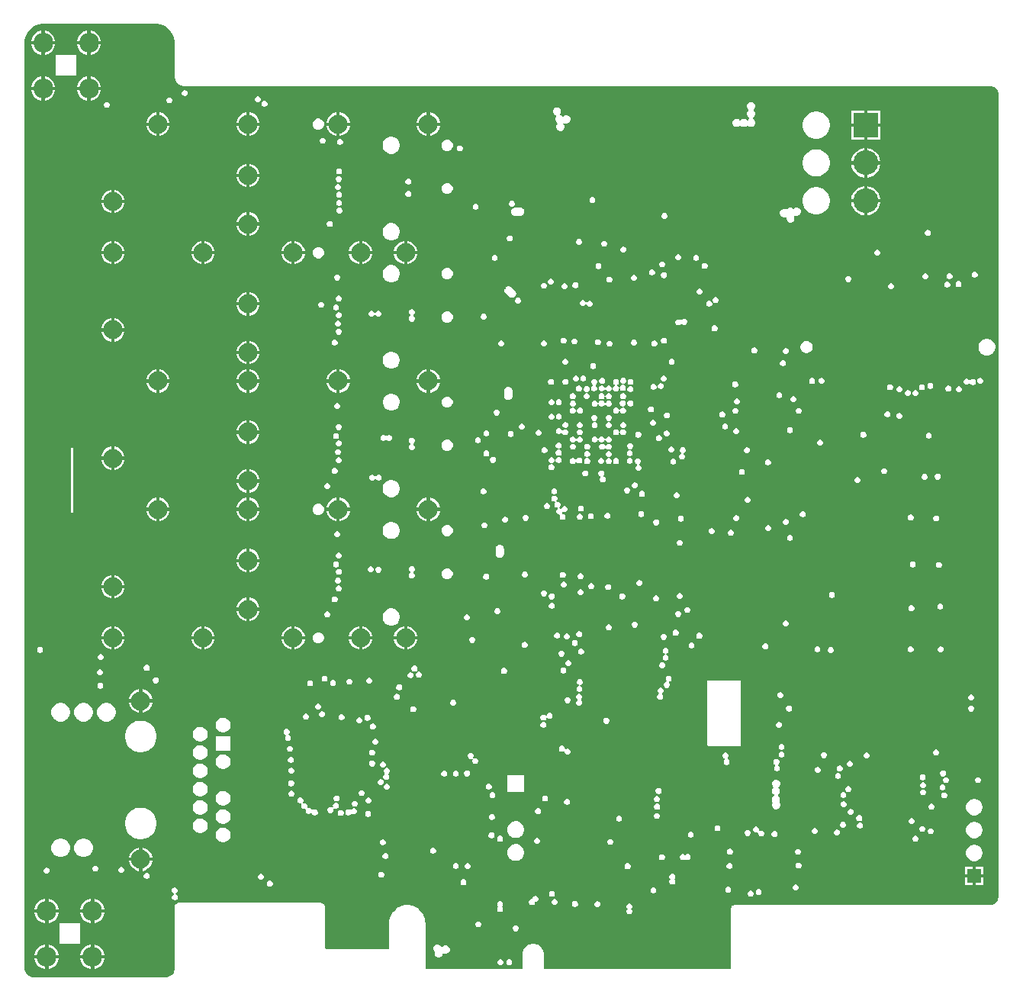
<source format=gbr>
G04*
G04 #@! TF.GenerationSoftware,Altium Limited,Altium Designer,24.2.2 (26)*
G04*
G04 Layer_Physical_Order=4*
G04 Layer_Color=6736896*
%FSLAX25Y25*%
%MOIN*%
G70*
G04*
G04 #@! TF.SameCoordinates,383E0004-DF84-4F77-A050-2B2E5B934949*
G04*
G04*
G04 #@! TF.FilePolarity,Positive*
G04*
G01*
G75*
%ADD175C,0.06299*%
%ADD177R,0.10827X0.10827*%
%ADD178C,0.10827*%
%ADD196C,0.08661*%
%ADD200C,0.08268*%
%ADD205C,0.25591*%
%ADD206C,0.25000*%
%ADD207R,0.06102X0.06102*%
%ADD210C,0.01600*%
%ADD211C,0.02598*%
G36*
X30458Y20669D02*
X30471Y20671D01*
X30483Y20669D01*
X31293Y20685D01*
X32894Y20367D01*
X34413Y19738D01*
X35781Y18824D01*
X36944Y17661D01*
X37857Y16294D01*
X38487Y14774D01*
X38807Y13161D01*
Y12341D01*
X38788Y-1632D01*
X38772Y-1931D01*
X38785Y-2021D01*
X38776Y-2111D01*
X38837Y-2772D01*
X38871Y-2887D01*
X38883Y-3007D01*
X39072Y-3643D01*
X39128Y-3749D01*
X39162Y-3865D01*
X39472Y-4451D01*
X39548Y-4545D01*
X39604Y-4651D01*
X40022Y-5166D01*
X40115Y-5243D01*
X40191Y-5337D01*
X40701Y-5760D01*
X40807Y-5818D01*
X40900Y-5894D01*
X41483Y-6210D01*
X41598Y-6246D01*
X41704Y-6303D01*
X42338Y-6499D01*
X42428Y-6508D01*
X42513Y-6539D01*
X42841Y-6590D01*
X42935Y-6586D01*
X43027Y-6604D01*
X395332Y-6604D01*
X395343Y-6602D01*
X395354Y-6604D01*
X395685Y-6598D01*
X396337Y-6715D01*
X396953Y-6957D01*
X397510Y-7315D01*
X397987Y-7774D01*
X398365Y-8318D01*
X398629Y-8925D01*
X398771Y-9572D01*
X398777Y-9891D01*
X398777Y-360509D01*
X398777Y-360881D01*
X398631Y-361611D01*
X398347Y-362298D01*
X397933Y-362917D01*
X397407Y-363443D01*
X396789Y-363856D01*
X396102Y-364141D01*
X395372Y-364286D01*
X395000Y-364286D01*
X283161D01*
X282693Y-364379D01*
X282296Y-364644D01*
X282031Y-365041D01*
X281938Y-365510D01*
Y-392175D01*
X200222D01*
X200222Y-385874D01*
X200214Y-385834D01*
X200219Y-385794D01*
X200189Y-385332D01*
X200158Y-385215D01*
X200150Y-385095D01*
X199911Y-384202D01*
X199840Y-384059D01*
X199788Y-383907D01*
X199326Y-383107D01*
X199221Y-382987D01*
X199132Y-382854D01*
X198478Y-382200D01*
X198345Y-382111D01*
X198225Y-382006D01*
X197425Y-381544D01*
X197273Y-381492D01*
X197130Y-381421D01*
X196237Y-381182D01*
X196077Y-381172D01*
X195920Y-381140D01*
X194996D01*
X194839Y-381172D01*
X194679Y-381182D01*
X193787Y-381421D01*
X193643Y-381492D01*
X193492Y-381544D01*
X192692Y-382006D01*
X192571Y-382111D01*
X192438Y-382200D01*
X191785Y-382854D01*
X191696Y-382987D01*
X191590Y-383107D01*
X191128Y-383907D01*
X191077Y-384059D01*
X191006Y-384202D01*
X190767Y-385095D01*
X190759Y-385215D01*
X190728Y-385332D01*
X190697Y-385794D01*
X190703Y-385834D01*
X190695Y-385874D01*
Y-392175D01*
X148345D01*
Y-372198D01*
X148341Y-372176D01*
X148345Y-372155D01*
X148322Y-371496D01*
X148299Y-371399D01*
Y-371300D01*
X148043Y-370014D01*
X147997Y-369902D01*
X147973Y-369784D01*
X147472Y-368573D01*
X147405Y-368473D01*
X147359Y-368361D01*
X146630Y-367271D01*
X146545Y-367186D01*
X146478Y-367085D01*
X145551Y-366158D01*
X145450Y-366091D01*
X145365Y-366006D01*
X144275Y-365277D01*
X144163Y-365231D01*
X144063Y-365164D01*
X142852Y-364663D01*
X142733Y-364639D01*
X142622Y-364593D01*
X141336Y-364337D01*
X141215D01*
X141097Y-364314D01*
X139786D01*
X139668Y-364337D01*
X139547D01*
X138261Y-364593D01*
X138150Y-364639D01*
X138031Y-364663D01*
X136820Y-365164D01*
X136720Y-365231D01*
X136608Y-365277D01*
X135518Y-366006D01*
X135433Y-366091D01*
X135333Y-366158D01*
X134405Y-367085D01*
X134338Y-367186D01*
X134253Y-367271D01*
X133525Y-368361D01*
X133478Y-368473D01*
X133412Y-368573D01*
X132910Y-369784D01*
X132886Y-369902D01*
X132840Y-370014D01*
X132584Y-371300D01*
Y-371391D01*
X132562Y-371479D01*
X132530Y-372134D01*
X132534Y-372165D01*
X132528Y-372194D01*
Y-383366D01*
X104824D01*
X104471Y-383012D01*
X104480Y-365010D01*
X104468Y-364950D01*
X104474Y-364889D01*
X104464Y-364792D01*
X104412Y-364620D01*
X104377Y-364444D01*
X104302Y-364264D01*
X104302Y-364263D01*
X104179Y-364080D01*
X104037Y-363866D01*
X104037Y-363866D01*
X103899Y-363729D01*
X103899Y-363729D01*
X103899Y-363728D01*
X103502Y-363463D01*
X103502Y-363463D01*
X103502Y-363463D01*
X103322Y-363389D01*
X103145Y-363354D01*
X102973Y-363301D01*
X102876Y-363292D01*
X102815Y-363298D01*
X102756Y-363286D01*
X40512Y-363286D01*
X40452Y-363298D01*
X40392Y-363292D01*
X40294Y-363301D01*
X40122Y-363354D01*
X39946Y-363389D01*
X39766Y-363463D01*
X39766Y-363463D01*
X39369Y-363729D01*
X39231Y-363866D01*
X39231Y-363866D01*
X39099Y-364065D01*
X38966Y-364264D01*
X38966Y-364264D01*
X38891Y-364444D01*
X38856Y-364620D01*
X38804Y-364792D01*
X38794Y-364890D01*
X38800Y-364950D01*
X38788Y-365009D01*
X38788Y-391990D01*
X38788Y-392362D01*
X38643Y-393091D01*
X38359Y-393778D01*
X37945Y-394397D01*
X37419Y-394923D01*
X36801Y-395336D01*
X36113Y-395621D01*
X35384Y-395766D01*
X-22988D01*
X-23354Y-395733D01*
X-24166Y-395493D01*
X-24916Y-395099D01*
X-25575Y-394567D01*
X-26117Y-393917D01*
X-26522Y-393173D01*
X-26774Y-392364D01*
X-26863Y-391522D01*
X-26825Y-391100D01*
X-26831Y-391045D01*
X-26820Y-390990D01*
X-26820Y12339D01*
X-26822Y12351D01*
X-26820Y12364D01*
X-26837Y13173D01*
X-26518Y14774D01*
X-25889Y16294D01*
X-24975Y17661D01*
X-23812Y18824D01*
X-22445Y19738D01*
X-20925Y20367D01*
X-19312Y20688D01*
X-18490D01*
X30458Y20669D01*
D02*
G37*
%LPC*%
G36*
X2089Y17886D02*
Y13318D01*
X6656D01*
X6306Y14625D01*
X5604Y15841D01*
X4612Y16833D01*
X3396Y17535D01*
X2089Y17886D01*
D02*
G37*
G36*
X-17911D02*
Y13318D01*
X-13344D01*
X-13694Y14625D01*
X-14396Y15841D01*
X-15388Y16833D01*
X-16604Y17535D01*
X-17911Y17886D01*
D02*
G37*
G36*
X589Y17886D02*
X-719Y17535D01*
X-1935Y16833D01*
X-2927Y15841D01*
X-3629Y14625D01*
X-3979Y13318D01*
X589D01*
Y17886D01*
D02*
G37*
G36*
X-19411D02*
X-20719Y17535D01*
X-21935Y16833D01*
X-22927Y15841D01*
X-23629Y14625D01*
X-23979Y13318D01*
X-19411D01*
Y17886D01*
D02*
G37*
G36*
X589Y11818D02*
X-3979D01*
X-3629Y10510D01*
X-2927Y9295D01*
X-1935Y8302D01*
X-719Y7600D01*
X589Y7250D01*
Y11818D01*
D02*
G37*
G36*
X-19411D02*
X-23979D01*
X-23629Y10510D01*
X-22927Y9295D01*
X-21935Y8302D01*
X-20719Y7600D01*
X-19411Y7250D01*
Y11818D01*
D02*
G37*
G36*
X-13344D02*
X-17911D01*
Y7250D01*
X-16604Y7600D01*
X-15388Y8302D01*
X-14396Y9295D01*
X-13694Y10510D01*
X-13344Y11818D01*
D02*
G37*
G36*
X6656D02*
X2089D01*
Y7250D01*
X3396Y7600D01*
X4612Y8302D01*
X5604Y9295D01*
X6306Y10510D01*
X6656Y11818D01*
D02*
G37*
G36*
X-4224Y7005D02*
X-13098D01*
Y-1869D01*
X-4224D01*
Y7005D01*
D02*
G37*
G36*
X2089Y-2114D02*
Y-6682D01*
X6656D01*
X6306Y-5375D01*
X5604Y-4159D01*
X4612Y-3167D01*
X3396Y-2465D01*
X2089Y-2114D01*
D02*
G37*
G36*
X-17911D02*
Y-6682D01*
X-13344D01*
X-13694Y-5375D01*
X-14396Y-4159D01*
X-15388Y-3167D01*
X-16604Y-2465D01*
X-17911Y-2114D01*
D02*
G37*
G36*
X589Y-2114D02*
X-719Y-2465D01*
X-1935Y-3167D01*
X-2927Y-4159D01*
X-3629Y-5375D01*
X-3979Y-6682D01*
X589D01*
Y-2114D01*
D02*
G37*
G36*
X-19411D02*
X-20719Y-2465D01*
X-21935Y-3167D01*
X-22927Y-4159D01*
X-23629Y-5375D01*
X-23979Y-6682D01*
X-19411D01*
Y-2114D01*
D02*
G37*
G36*
X43511Y-8179D02*
X42994D01*
X42516Y-8377D01*
X42150Y-8743D01*
X41952Y-9220D01*
Y-9738D01*
X42150Y-10215D01*
X42516Y-10581D01*
X42994Y-10779D01*
X43511D01*
X43989Y-10581D01*
X44354Y-10215D01*
X44552Y-9738D01*
Y-9220D01*
X44354Y-8743D01*
X43989Y-8377D01*
X43511Y-8179D01*
D02*
G37*
G36*
X589Y-8182D02*
X-3979D01*
X-3629Y-9490D01*
X-2927Y-10705D01*
X-1935Y-11698D01*
X-719Y-12400D01*
X589Y-12750D01*
Y-8182D01*
D02*
G37*
G36*
X-19411D02*
X-23979D01*
X-23629Y-9490D01*
X-22927Y-10705D01*
X-21935Y-11698D01*
X-20719Y-12400D01*
X-19411Y-12750D01*
Y-8182D01*
D02*
G37*
G36*
X-13344D02*
X-17911D01*
Y-12750D01*
X-16604Y-12400D01*
X-15388Y-11698D01*
X-14396Y-10705D01*
X-13694Y-9490D01*
X-13344Y-8182D01*
D02*
G37*
G36*
X6656D02*
X2089D01*
Y-12750D01*
X3396Y-12400D01*
X4612Y-11698D01*
X5604Y-10705D01*
X6306Y-9490D01*
X6656Y-8182D01*
D02*
G37*
G36*
X75357Y-10905D02*
X74840D01*
X74362Y-11103D01*
X73996Y-11468D01*
X73798Y-11946D01*
Y-12463D01*
X73996Y-12941D01*
X74362Y-13307D01*
X74840Y-13505D01*
X75357D01*
X75835Y-13307D01*
X76200Y-12941D01*
X76398Y-12463D01*
Y-11946D01*
X76200Y-11468D01*
X75835Y-11103D01*
X75357Y-10905D01*
D02*
G37*
G36*
X36705Y-11381D02*
X36187D01*
X35710Y-11579D01*
X35344Y-11945D01*
X35146Y-12423D01*
Y-12940D01*
X35344Y-13418D01*
X35710Y-13783D01*
X36187Y-13981D01*
X36705D01*
X37182Y-13783D01*
X37548Y-13418D01*
X37746Y-12940D01*
Y-12423D01*
X37548Y-11945D01*
X37182Y-11579D01*
X36705Y-11381D01*
D02*
G37*
G36*
X78287Y-12873D02*
X77770D01*
X77292Y-13071D01*
X76926Y-13437D01*
X76728Y-13915D01*
Y-14432D01*
X76926Y-14910D01*
X77292Y-15275D01*
X77770Y-15473D01*
X78287D01*
X78764Y-15275D01*
X79130Y-14910D01*
X79328Y-14432D01*
Y-13915D01*
X79130Y-13437D01*
X78764Y-13071D01*
X78287Y-12873D01*
D02*
G37*
G36*
X9369Y-13405D02*
X8852D01*
X8374Y-13603D01*
X8008Y-13968D01*
X7810Y-14446D01*
Y-14963D01*
X8008Y-15441D01*
X8374Y-15807D01*
X8852Y-16005D01*
X9369D01*
X9847Y-15807D01*
X10212Y-15441D01*
X10410Y-14963D01*
Y-14446D01*
X10212Y-13968D01*
X9847Y-13603D01*
X9369Y-13405D01*
D02*
G37*
G36*
X291016Y-13512D02*
X290300D01*
X289638Y-13787D01*
X289132Y-14293D01*
X288858Y-14954D01*
Y-15671D01*
X289132Y-16332D01*
X289450Y-16651D01*
X289582Y-16976D01*
X289450Y-17302D01*
X289132Y-17620D01*
X288858Y-18282D01*
Y-18998D01*
X289132Y-19659D01*
X289638Y-20166D01*
X289986Y-20310D01*
Y-20851D01*
X289638Y-20995D01*
X289432Y-21201D01*
X289105Y-21479D01*
X288778Y-21201D01*
X288572Y-20995D01*
X287911Y-20721D01*
X287195D01*
X286533Y-20995D01*
X286280Y-21248D01*
X285953Y-21455D01*
X285627Y-21248D01*
X285374Y-20995D01*
X284712Y-20721D01*
X283996D01*
X283334Y-20995D01*
X282828Y-21501D01*
X282554Y-22163D01*
Y-22879D01*
X282828Y-23541D01*
X283334Y-24047D01*
X283996Y-24321D01*
X284712D01*
X285374Y-24047D01*
X285627Y-23794D01*
X285953Y-23587D01*
X286280Y-23794D01*
X286533Y-24047D01*
X287195Y-24321D01*
X287911D01*
X288572Y-24047D01*
X288778Y-23841D01*
X289105Y-23563D01*
X289432Y-23841D01*
X289638Y-24047D01*
X290300Y-24321D01*
X291016D01*
X291677Y-24047D01*
X292183Y-23541D01*
X292458Y-22879D01*
Y-22163D01*
X292183Y-21501D01*
X291677Y-20995D01*
X291329Y-20851D01*
Y-20310D01*
X291677Y-20166D01*
X292183Y-19659D01*
X292458Y-18998D01*
Y-18282D01*
X292183Y-17620D01*
X291865Y-17302D01*
X291733Y-16976D01*
X291865Y-16651D01*
X292183Y-16332D01*
X292458Y-15671D01*
Y-14954D01*
X292183Y-14293D01*
X291677Y-13787D01*
X291016Y-13512D01*
D02*
G37*
G36*
X150356Y-17996D02*
Y-22360D01*
X154720D01*
X154390Y-21129D01*
X153714Y-19958D01*
X152759Y-19002D01*
X151588Y-18326D01*
X150356Y-17996D01*
D02*
G37*
G36*
X110986D02*
Y-22360D01*
X115350D01*
X115020Y-21129D01*
X114344Y-19958D01*
X113389Y-19002D01*
X112218Y-18326D01*
X110986Y-17996D01*
D02*
G37*
G36*
X71616D02*
Y-22360D01*
X75980D01*
X75650Y-21129D01*
X74974Y-19958D01*
X74018Y-19002D01*
X72848Y-18326D01*
X71616Y-17996D01*
D02*
G37*
G36*
X32246D02*
Y-22360D01*
X36610D01*
X36280Y-21129D01*
X35604Y-19958D01*
X34648Y-19002D01*
X33478Y-18326D01*
X32246Y-17996D01*
D02*
G37*
G36*
X30746D02*
X29515Y-18326D01*
X28344Y-19002D01*
X27388Y-19958D01*
X26712Y-21129D01*
X26382Y-22360D01*
X30746D01*
Y-17996D01*
D02*
G37*
G36*
X148856D02*
X147625Y-18326D01*
X146454Y-19002D01*
X145498Y-19958D01*
X144822Y-21129D01*
X144492Y-22360D01*
X148856D01*
Y-17996D01*
D02*
G37*
G36*
X70116D02*
X68884Y-18326D01*
X67714Y-19002D01*
X66758Y-19958D01*
X66082Y-21129D01*
X65752Y-22360D01*
X70116D01*
Y-17996D01*
D02*
G37*
G36*
X109486D02*
X108255Y-18326D01*
X107084Y-19002D01*
X106128Y-19958D01*
X105452Y-21129D01*
X105122Y-22360D01*
X109486D01*
Y-17996D01*
D02*
G37*
G36*
X347167Y-17063D02*
X341504D01*
Y-22726D01*
X347167D01*
Y-17063D01*
D02*
G37*
G36*
X340003D02*
X334340D01*
Y-22726D01*
X340003D01*
Y-17063D01*
D02*
G37*
G36*
X206217Y-15707D02*
X205500D01*
X204839Y-15981D01*
X204332Y-16488D01*
X204059Y-17149D01*
Y-17865D01*
X204332Y-18527D01*
X204839Y-19033D01*
X205446Y-19284D01*
X205558Y-19529D01*
X205630Y-19807D01*
X205487Y-19950D01*
X205213Y-20612D01*
Y-21328D01*
X205487Y-21990D01*
X205993Y-22496D01*
X206035Y-23054D01*
X205862Y-23227D01*
X205588Y-23889D01*
Y-24605D01*
X205862Y-25267D01*
X206368Y-25773D01*
X207030Y-26047D01*
X207746D01*
X208408Y-25773D01*
X208914Y-25267D01*
X209188Y-24605D01*
Y-23889D01*
X208914Y-23227D01*
X208549Y-22862D01*
X208871Y-22496D01*
X209533Y-22770D01*
X210249D01*
X210911Y-22496D01*
X211417Y-21990D01*
X211691Y-21328D01*
Y-20612D01*
X211417Y-19950D01*
X210911Y-19444D01*
X210249Y-19170D01*
X209533D01*
X208871Y-19444D01*
X208452Y-19863D01*
X208032Y-19444D01*
X207426Y-19193D01*
X207313Y-18948D01*
X207241Y-18670D01*
X207384Y-18527D01*
X207659Y-17865D01*
Y-17149D01*
X207384Y-16488D01*
X206878Y-15981D01*
X206217Y-15707D01*
D02*
G37*
G36*
X102066Y-20642D02*
X101084D01*
X100177Y-21017D01*
X99482Y-21712D01*
X99106Y-22619D01*
Y-23601D01*
X99482Y-24509D01*
X100177Y-25203D01*
X101084Y-25579D01*
X102066D01*
X102973Y-25203D01*
X103667Y-24509D01*
X104043Y-23601D01*
Y-22619D01*
X103667Y-21712D01*
X102973Y-21017D01*
X102066Y-20642D01*
D02*
G37*
G36*
X36610Y-23860D02*
X32246D01*
Y-28224D01*
X33478Y-27894D01*
X34648Y-27218D01*
X35604Y-26262D01*
X36280Y-25092D01*
X36610Y-23860D01*
D02*
G37*
G36*
X115350D02*
X110986D01*
Y-28224D01*
X112218Y-27894D01*
X113389Y-27218D01*
X114344Y-26262D01*
X115020Y-25092D01*
X115350Y-23860D01*
D02*
G37*
G36*
X154720D02*
X150356D01*
Y-28224D01*
X151588Y-27894D01*
X152759Y-27218D01*
X153714Y-26262D01*
X154390Y-25092D01*
X154720Y-23860D01*
D02*
G37*
G36*
X75980D02*
X71616D01*
Y-28224D01*
X72848Y-27894D01*
X74018Y-27218D01*
X74974Y-26262D01*
X75650Y-25092D01*
X75980Y-23860D01*
D02*
G37*
G36*
X148856D02*
X144492D01*
X144822Y-25092D01*
X145498Y-26262D01*
X146454Y-27218D01*
X147625Y-27894D01*
X148856Y-28224D01*
Y-23860D01*
D02*
G37*
G36*
X70116D02*
X65752D01*
X66082Y-25092D01*
X66758Y-26262D01*
X67714Y-27218D01*
X68884Y-27894D01*
X70116Y-28224D01*
Y-23860D01*
D02*
G37*
G36*
X109486D02*
X105122D01*
X105452Y-25092D01*
X106128Y-26262D01*
X107084Y-27218D01*
X108255Y-27894D01*
X109486Y-28224D01*
Y-23860D01*
D02*
G37*
G36*
X30746D02*
X26382D01*
X26712Y-25092D01*
X27388Y-26262D01*
X28344Y-27218D01*
X29515Y-27894D01*
X30746Y-28224D01*
Y-23860D01*
D02*
G37*
G36*
X319682Y-17562D02*
X318518D01*
X317375Y-17790D01*
X316299Y-18236D01*
X315330Y-18883D01*
X314507Y-19706D01*
X313860Y-20675D01*
X313414Y-21751D01*
X313187Y-22893D01*
Y-24058D01*
X313414Y-25201D01*
X313860Y-26277D01*
X314507Y-27245D01*
X315330Y-28069D01*
X316299Y-28716D01*
X317375Y-29162D01*
X318518Y-29389D01*
X319682D01*
X320825Y-29162D01*
X321901Y-28716D01*
X322869Y-28069D01*
X323693Y-27245D01*
X324340Y-26277D01*
X324786Y-25201D01*
X325013Y-24058D01*
Y-22893D01*
X324786Y-21751D01*
X324340Y-20675D01*
X323693Y-19706D01*
X322869Y-18883D01*
X321901Y-18236D01*
X320825Y-17790D01*
X319682Y-17562D01*
D02*
G37*
G36*
X347167Y-24226D02*
X341504D01*
Y-29889D01*
X347167D01*
Y-24226D01*
D02*
G37*
G36*
X340003D02*
X334340D01*
Y-29889D01*
X340003D01*
Y-24226D01*
D02*
G37*
G36*
X103802Y-29015D02*
X103285D01*
X102807Y-29213D01*
X102441Y-29579D01*
X102243Y-30056D01*
Y-30573D01*
X102441Y-31051D01*
X102807Y-31417D01*
X103285Y-31615D01*
X103802D01*
X104280Y-31417D01*
X104645Y-31051D01*
X104843Y-30573D01*
Y-30056D01*
X104645Y-29579D01*
X104280Y-29213D01*
X103802Y-29015D01*
D02*
G37*
G36*
X111296Y-29566D02*
X110779D01*
X110301Y-29764D01*
X109935Y-30130D01*
X109737Y-30607D01*
Y-31125D01*
X109935Y-31602D01*
X110301Y-31968D01*
X110779Y-32166D01*
X111296D01*
X111774Y-31968D01*
X112139Y-31602D01*
X112337Y-31125D01*
Y-30607D01*
X112139Y-30130D01*
X111774Y-29764D01*
X111296Y-29566D01*
D02*
G37*
G36*
X158365Y-29815D02*
X157383D01*
X156476Y-30191D01*
X155781Y-30885D01*
X155405Y-31792D01*
Y-32774D01*
X155781Y-33682D01*
X156476Y-34376D01*
X157383Y-34752D01*
X158365D01*
X159272Y-34376D01*
X159967Y-33682D01*
X160343Y-32774D01*
Y-31792D01*
X159967Y-30885D01*
X159272Y-30191D01*
X158365Y-29815D01*
D02*
G37*
G36*
X163680Y-32375D02*
X163163D01*
X162685Y-32573D01*
X162319Y-32939D01*
X162121Y-33417D01*
Y-33934D01*
X162319Y-34412D01*
X162685Y-34777D01*
X163163Y-34975D01*
X163680D01*
X164158Y-34777D01*
X164523Y-34412D01*
X164721Y-33934D01*
Y-33417D01*
X164523Y-32939D01*
X164158Y-32573D01*
X163680Y-32375D01*
D02*
G37*
G36*
X133958Y-28535D02*
X132971D01*
X132018Y-28791D01*
X131163Y-29284D01*
X130465Y-29982D01*
X129972Y-30837D01*
X129717Y-31790D01*
Y-32777D01*
X129972Y-33730D01*
X130465Y-34585D01*
X131163Y-35283D01*
X132018Y-35776D01*
X132971Y-36031D01*
X133958D01*
X134911Y-35776D01*
X135766Y-35283D01*
X136464Y-34585D01*
X136957Y-33730D01*
X137213Y-32777D01*
Y-31790D01*
X136957Y-30837D01*
X136464Y-29982D01*
X135766Y-29284D01*
X134911Y-28791D01*
X133958Y-28535D01*
D02*
G37*
G36*
X341504Y-33621D02*
Y-39261D01*
X347143D01*
X346920Y-38141D01*
X346437Y-36973D01*
X345735Y-35923D01*
X344842Y-35030D01*
X343791Y-34328D01*
X342624Y-33844D01*
X341504Y-33621D01*
D02*
G37*
G36*
X340003D02*
X338883Y-33844D01*
X337716Y-34328D01*
X336665Y-35030D01*
X335772Y-35923D01*
X335070Y-36973D01*
X334587Y-38141D01*
X334364Y-39261D01*
X340003D01*
Y-33621D01*
D02*
G37*
G36*
X71616Y-40358D02*
Y-44722D01*
X75980D01*
X75650Y-43491D01*
X74974Y-42320D01*
X74018Y-41364D01*
X72848Y-40688D01*
X71616Y-40358D01*
D02*
G37*
G36*
X70116Y-40358D02*
X68884Y-40688D01*
X67714Y-41364D01*
X66758Y-42320D01*
X66082Y-43491D01*
X65752Y-44722D01*
X70116D01*
Y-40358D01*
D02*
G37*
G36*
X110900Y-42399D02*
X110383D01*
X109905Y-42597D01*
X109539Y-42962D01*
X109342Y-43440D01*
Y-43957D01*
X109539Y-44435D01*
X109905Y-44801D01*
X110383Y-44999D01*
X110900D01*
X111378Y-44801D01*
X111744Y-44435D01*
X111942Y-43957D01*
Y-43440D01*
X111744Y-42962D01*
X111378Y-42597D01*
X110900Y-42399D01*
D02*
G37*
G36*
X319682Y-34098D02*
X318518D01*
X317375Y-34325D01*
X316299Y-34771D01*
X315330Y-35418D01*
X314507Y-36242D01*
X313860Y-37210D01*
X313414Y-38286D01*
X313187Y-39429D01*
Y-40594D01*
X313414Y-41736D01*
X313860Y-42812D01*
X314507Y-43781D01*
X315330Y-44605D01*
X316299Y-45252D01*
X317375Y-45697D01*
X318518Y-45925D01*
X319682D01*
X320825Y-45697D01*
X321901Y-45252D01*
X322869Y-44605D01*
X323693Y-43781D01*
X324340Y-42812D01*
X324786Y-41736D01*
X325013Y-40594D01*
Y-39429D01*
X324786Y-38286D01*
X324340Y-37210D01*
X323693Y-36242D01*
X322869Y-35418D01*
X321901Y-34771D01*
X320825Y-34325D01*
X319682Y-34098D01*
D02*
G37*
G36*
X347143Y-40761D02*
X341504D01*
Y-46401D01*
X342624Y-46178D01*
X343791Y-45695D01*
X344842Y-44993D01*
X345735Y-44100D01*
X346437Y-43049D01*
X346920Y-41882D01*
X347143Y-40761D01*
D02*
G37*
G36*
X340003D02*
X334364D01*
X334587Y-41882D01*
X335070Y-43049D01*
X335772Y-44100D01*
X336665Y-44993D01*
X337716Y-45695D01*
X338883Y-46178D01*
X340003Y-46401D01*
Y-40761D01*
D02*
G37*
G36*
X110721Y-45771D02*
X110204D01*
X109726Y-45969D01*
X109360Y-46335D01*
X109162Y-46812D01*
Y-47330D01*
X109360Y-47807D01*
X109726Y-48173D01*
X110204Y-48371D01*
X110721D01*
X111199Y-48173D01*
X111565Y-47807D01*
X111762Y-47330D01*
Y-46812D01*
X111565Y-46335D01*
X111199Y-45969D01*
X110721Y-45771D01*
D02*
G37*
G36*
X141203Y-46932D02*
X140686D01*
X140208Y-47130D01*
X139843Y-47496D01*
X139645Y-47974D01*
Y-48491D01*
X139843Y-48969D01*
X140208Y-49334D01*
X140686Y-49532D01*
X141203D01*
X141681Y-49334D01*
X142047Y-48969D01*
X142245Y-48491D01*
Y-47974D01*
X142047Y-47496D01*
X141681Y-47130D01*
X141203Y-46932D01*
D02*
G37*
G36*
X75980Y-46222D02*
X71616D01*
Y-50586D01*
X72848Y-50256D01*
X74018Y-49580D01*
X74974Y-48625D01*
X75650Y-47454D01*
X75980Y-46222D01*
D02*
G37*
G36*
X70116D02*
X65752D01*
X66082Y-47454D01*
X66758Y-48625D01*
X67714Y-49580D01*
X68884Y-50256D01*
X70116Y-50586D01*
Y-46222D01*
D02*
G37*
G36*
X110470Y-49179D02*
X109953D01*
X109475Y-49377D01*
X109109Y-49743D01*
X108911Y-50221D01*
Y-50738D01*
X109109Y-51216D01*
X109475Y-51581D01*
X109953Y-51779D01*
X110470D01*
X110948Y-51581D01*
X111313Y-51216D01*
X111511Y-50738D01*
Y-50221D01*
X111313Y-49743D01*
X110948Y-49377D01*
X110470Y-49179D01*
D02*
G37*
G36*
X158365Y-48713D02*
X157383D01*
X156476Y-49088D01*
X155781Y-49783D01*
X155405Y-50690D01*
Y-51672D01*
X155781Y-52579D01*
X156476Y-53274D01*
X157383Y-53649D01*
X158365D01*
X159272Y-53274D01*
X159967Y-52579D01*
X160343Y-51672D01*
Y-50690D01*
X159967Y-49783D01*
X159272Y-49088D01*
X158365Y-48713D01*
D02*
G37*
G36*
X141203Y-52302D02*
X140686D01*
X140208Y-52500D01*
X139843Y-52866D01*
X139645Y-53344D01*
Y-53861D01*
X139843Y-54339D01*
X140208Y-54704D01*
X140686Y-54902D01*
X141203D01*
X141681Y-54704D01*
X142047Y-54339D01*
X142245Y-53861D01*
Y-53344D01*
X142047Y-52866D01*
X141681Y-52500D01*
X141203Y-52302D01*
D02*
G37*
G36*
X110936Y-52623D02*
X110419D01*
X109941Y-52821D01*
X109575Y-53187D01*
X109378Y-53665D01*
Y-54182D01*
X109575Y-54660D01*
X109941Y-55026D01*
X110419Y-55223D01*
X110936D01*
X111414Y-55026D01*
X111780Y-54660D01*
X111978Y-54182D01*
Y-53665D01*
X111780Y-53187D01*
X111414Y-52821D01*
X110936Y-52623D01*
D02*
G37*
G36*
X341504Y-50157D02*
Y-55797D01*
X347143D01*
X346920Y-54676D01*
X346437Y-53509D01*
X345735Y-52458D01*
X344842Y-51565D01*
X343791Y-50863D01*
X342624Y-50380D01*
X341504Y-50157D01*
D02*
G37*
G36*
X340003D02*
X338883Y-50380D01*
X337716Y-50863D01*
X336665Y-51565D01*
X335772Y-52458D01*
X335070Y-53509D01*
X334587Y-54676D01*
X334364Y-55797D01*
X340003D01*
Y-50157D01*
D02*
G37*
G36*
X12561Y-51776D02*
Y-56140D01*
X16925D01*
X16595Y-54908D01*
X15919Y-53737D01*
X14963Y-52782D01*
X13793Y-52106D01*
X12561Y-51776D01*
D02*
G37*
G36*
X11061D02*
X9829Y-52106D01*
X8659Y-52782D01*
X7703Y-53737D01*
X7027Y-54908D01*
X6697Y-56140D01*
X11061D01*
Y-51776D01*
D02*
G37*
G36*
X221612Y-54975D02*
X221095D01*
X220617Y-55173D01*
X220251Y-55539D01*
X220054Y-56016D01*
Y-56534D01*
X220251Y-57011D01*
X220617Y-57377D01*
X221095Y-57575D01*
X221612D01*
X222090Y-57377D01*
X222456Y-57011D01*
X222654Y-56534D01*
Y-56016D01*
X222456Y-55539D01*
X222090Y-55173D01*
X221612Y-54975D01*
D02*
G37*
G36*
X110900Y-56247D02*
X110383D01*
X109905Y-56445D01*
X109540Y-56811D01*
X109342Y-57288D01*
Y-57806D01*
X109540Y-58283D01*
X109905Y-58649D01*
X110383Y-58847D01*
X110900D01*
X111378Y-58649D01*
X111744Y-58283D01*
X111942Y-57806D01*
Y-57288D01*
X111744Y-56811D01*
X111378Y-56445D01*
X110900Y-56247D01*
D02*
G37*
G36*
X186477Y-56466D02*
X185959D01*
X185482Y-56664D01*
X185116Y-57029D01*
X184918Y-57507D01*
Y-58024D01*
X185116Y-58502D01*
X185482Y-58868D01*
X185959Y-59066D01*
X186477D01*
X186954Y-58868D01*
X187320Y-58502D01*
X187518Y-58024D01*
Y-57507D01*
X187320Y-57029D01*
X186954Y-56664D01*
X186477Y-56466D01*
D02*
G37*
G36*
X310887Y-59503D02*
X310170D01*
X309509Y-59777D01*
X309171Y-60115D01*
X308875Y-59819D01*
X308213Y-59545D01*
X307497D01*
X306836Y-59819D01*
X306329Y-60325D01*
X305809Y-60275D01*
X305393Y-60103D01*
X304677D01*
X304015Y-60377D01*
X303509Y-60883D01*
X303235Y-61545D01*
Y-62261D01*
X303509Y-62923D01*
X304015Y-63429D01*
X304677Y-63703D01*
X305393D01*
X305640Y-63601D01*
X305858Y-63761D01*
X306055Y-63970D01*
Y-64620D01*
X306329Y-65282D01*
X306836Y-65788D01*
X307497Y-66062D01*
X308213D01*
X308875Y-65788D01*
X309381Y-65282D01*
X309655Y-64620D01*
Y-63904D01*
X309419Y-63333D01*
X309603Y-63055D01*
X309752Y-62929D01*
X310170Y-63103D01*
X310887D01*
X311548Y-62829D01*
X312054Y-62323D01*
X312328Y-61661D01*
Y-60945D01*
X312054Y-60283D01*
X311548Y-59777D01*
X310887Y-59503D01*
D02*
G37*
G36*
X170591Y-57854D02*
X170073D01*
X169596Y-58051D01*
X169230Y-58417D01*
X169032Y-58895D01*
Y-59412D01*
X169230Y-59890D01*
X169596Y-60256D01*
X170073Y-60453D01*
X170591D01*
X171069Y-60256D01*
X171434Y-59890D01*
X171632Y-59412D01*
Y-58895D01*
X171434Y-58417D01*
X171069Y-58051D01*
X170591Y-57854D01*
D02*
G37*
G36*
X16925Y-57640D02*
X12561D01*
Y-62004D01*
X13793Y-61674D01*
X14963Y-60998D01*
X15919Y-60042D01*
X16595Y-58871D01*
X16925Y-57640D01*
D02*
G37*
G36*
X11061D02*
X6697D01*
X7027Y-58871D01*
X7703Y-60042D01*
X8659Y-60998D01*
X9829Y-61674D01*
X11061Y-62004D01*
Y-57640D01*
D02*
G37*
G36*
X111008Y-59476D02*
X110491D01*
X110013Y-59674D01*
X109647Y-60040D01*
X109449Y-60517D01*
Y-61035D01*
X109647Y-61512D01*
X110013Y-61878D01*
X110491Y-62076D01*
X111008D01*
X111486Y-61878D01*
X111852Y-61512D01*
X112049Y-61035D01*
Y-60517D01*
X111852Y-60040D01*
X111486Y-59674D01*
X111008Y-59476D01*
D02*
G37*
G36*
X319682Y-50633D02*
X318518D01*
X317375Y-50861D01*
X316299Y-51306D01*
X315330Y-51954D01*
X314507Y-52777D01*
X313860Y-53746D01*
X313414Y-54822D01*
X313187Y-55964D01*
Y-57129D01*
X313414Y-58272D01*
X313860Y-59348D01*
X314507Y-60316D01*
X315330Y-61140D01*
X316299Y-61787D01*
X317375Y-62233D01*
X318518Y-62460D01*
X319682D01*
X320825Y-62233D01*
X321901Y-61787D01*
X322869Y-61140D01*
X323693Y-60316D01*
X324340Y-59348D01*
X324786Y-58272D01*
X325013Y-57129D01*
Y-55964D01*
X324786Y-54822D01*
X324340Y-53746D01*
X323693Y-52777D01*
X322869Y-51954D01*
X321901Y-51306D01*
X320825Y-50861D01*
X319682Y-50633D01*
D02*
G37*
G36*
X347143Y-57297D02*
X341504D01*
Y-62937D01*
X342624Y-62714D01*
X343791Y-62230D01*
X344842Y-61528D01*
X345735Y-60635D01*
X346437Y-59585D01*
X346920Y-58417D01*
X347143Y-57297D01*
D02*
G37*
G36*
X340003D02*
X334364D01*
X334587Y-58417D01*
X335070Y-59585D01*
X335772Y-60635D01*
X336665Y-61528D01*
X337716Y-62230D01*
X338883Y-62714D01*
X340003Y-62937D01*
Y-57297D01*
D02*
G37*
G36*
X190038Y-59442D02*
X187421Y-59442D01*
X187321Y-59483D01*
X187214D01*
X186736Y-59681D01*
X186660Y-59757D01*
X186560Y-59798D01*
X186195Y-60164D01*
X186153Y-60263D01*
X186077Y-60339D01*
X185879Y-60817D01*
Y-60925D01*
X185838Y-61024D01*
Y-61542D01*
X185879Y-61641D01*
Y-61749D01*
X186077Y-62226D01*
X186153Y-62303D01*
X186195Y-62402D01*
X186560Y-62768D01*
X186660Y-62809D01*
X186736Y-62885D01*
X187214Y-63083D01*
X187321D01*
X187421Y-63124D01*
X189779Y-63124D01*
X189779Y-63124D01*
X190038D01*
X190137Y-63083D01*
X190245D01*
X190723Y-62885D01*
X190799Y-62809D01*
X190898Y-62768D01*
X191264Y-62402D01*
X191305Y-62303D01*
X191381Y-62226D01*
X191579Y-61749D01*
Y-61641D01*
X191621Y-61542D01*
Y-61024D01*
X191579Y-60925D01*
Y-60817D01*
X191381Y-60339D01*
X191305Y-60263D01*
X191264Y-60164D01*
X190898Y-59798D01*
X190799Y-59757D01*
X190723Y-59681D01*
X190245Y-59483D01*
X190137D01*
X190038Y-59442D01*
D02*
G37*
G36*
X253089Y-61791D02*
X252572D01*
X252094Y-61988D01*
X251729Y-62354D01*
X251531Y-62832D01*
Y-63349D01*
X251729Y-63827D01*
X252094Y-64193D01*
X252572Y-64390D01*
X253089D01*
X253567Y-64193D01*
X253933Y-63827D01*
X254131Y-63349D01*
Y-62832D01*
X253933Y-62354D01*
X253567Y-61988D01*
X253089Y-61791D01*
D02*
G37*
G36*
X71616Y-61618D02*
Y-65982D01*
X75980D01*
X75650Y-64751D01*
X74974Y-63580D01*
X74018Y-62624D01*
X72848Y-61948D01*
X71616Y-61618D01*
D02*
G37*
G36*
X70116Y-61618D02*
X68884Y-61948D01*
X67714Y-62624D01*
X66758Y-63580D01*
X66082Y-64751D01*
X65752Y-65982D01*
X70116D01*
Y-61618D01*
D02*
G37*
G36*
X106865Y-65383D02*
X106348D01*
X105870Y-65581D01*
X105505Y-65946D01*
X105306Y-66424D01*
Y-66941D01*
X105505Y-67419D01*
X105870Y-67785D01*
X106348Y-67983D01*
X106865D01*
X107343Y-67785D01*
X107709Y-67419D01*
X107906Y-66941D01*
Y-66424D01*
X107709Y-65946D01*
X107343Y-65581D01*
X106865Y-65383D01*
D02*
G37*
G36*
X75980Y-67482D02*
X71616D01*
Y-71846D01*
X72848Y-71516D01*
X74018Y-70840D01*
X74974Y-69885D01*
X75650Y-68714D01*
X75980Y-67482D01*
D02*
G37*
G36*
X70116D02*
X65752D01*
X66082Y-68714D01*
X66758Y-69885D01*
X67714Y-70840D01*
X68884Y-71516D01*
X70116Y-71846D01*
Y-67482D01*
D02*
G37*
G36*
X368172Y-69286D02*
X367655D01*
X367177Y-69484D01*
X366811Y-69849D01*
X366613Y-70327D01*
Y-70844D01*
X366811Y-71322D01*
X367177Y-71688D01*
X367655Y-71886D01*
X368172D01*
X368650Y-71688D01*
X369015Y-71322D01*
X369213Y-70844D01*
Y-70327D01*
X369015Y-69849D01*
X368650Y-69484D01*
X368172Y-69286D01*
D02*
G37*
G36*
X133958Y-66331D02*
X132971D01*
X132018Y-66586D01*
X131163Y-67080D01*
X130465Y-67777D01*
X129972Y-68632D01*
X129717Y-69585D01*
Y-70572D01*
X129972Y-71525D01*
X130465Y-72380D01*
X131163Y-73078D01*
X132018Y-73571D01*
X132971Y-73827D01*
X133958D01*
X134911Y-73571D01*
X135766Y-73078D01*
X136464Y-72380D01*
X136957Y-71525D01*
X137213Y-70572D01*
Y-69585D01*
X136957Y-68632D01*
X136464Y-67777D01*
X135766Y-67080D01*
X134911Y-66586D01*
X133958Y-66331D01*
D02*
G37*
G36*
X185488Y-71727D02*
X184970D01*
X184493Y-71925D01*
X184127Y-72290D01*
X183929Y-72768D01*
Y-73285D01*
X184127Y-73763D01*
X184493Y-74129D01*
X184970Y-74327D01*
X185488D01*
X185966Y-74129D01*
X186331Y-73763D01*
X186529Y-73285D01*
Y-72768D01*
X186331Y-72290D01*
X185966Y-71925D01*
X185488Y-71727D01*
D02*
G37*
G36*
X215753Y-73140D02*
X215235D01*
X214757Y-73338D01*
X214392Y-73704D01*
X214194Y-74181D01*
Y-74699D01*
X214392Y-75176D01*
X214757Y-75542D01*
X215235Y-75740D01*
X215753D01*
X216230Y-75542D01*
X216596Y-75176D01*
X216794Y-74699D01*
Y-74181D01*
X216596Y-73704D01*
X216230Y-73338D01*
X215753Y-73140D01*
D02*
G37*
G36*
X226701Y-74056D02*
X226184D01*
X225706Y-74254D01*
X225341Y-74620D01*
X225143Y-75098D01*
Y-75615D01*
X225341Y-76093D01*
X225706Y-76459D01*
X226184Y-76656D01*
X226701D01*
X227179Y-76459D01*
X227545Y-76093D01*
X227743Y-75615D01*
Y-75098D01*
X227545Y-74620D01*
X227179Y-74254D01*
X226701Y-74056D01*
D02*
G37*
G36*
X91301Y-74098D02*
Y-78462D01*
X95665D01*
X95335Y-77231D01*
X94659Y-76060D01*
X93703Y-75104D01*
X92533Y-74428D01*
X91301Y-74098D01*
D02*
G37*
G36*
X51931D02*
Y-78462D01*
X56295D01*
X55965Y-77231D01*
X55289Y-76060D01*
X54333Y-75104D01*
X53163Y-74428D01*
X51931Y-74098D01*
D02*
G37*
G36*
X12561D02*
Y-78462D01*
X16925D01*
X16595Y-77231D01*
X15919Y-76060D01*
X14963Y-75104D01*
X13793Y-74428D01*
X12561Y-74098D01*
D02*
G37*
G36*
X89801Y-74098D02*
X88570Y-74428D01*
X87399Y-75104D01*
X86443Y-76060D01*
X85767Y-77231D01*
X85437Y-78462D01*
X89801D01*
Y-74098D01*
D02*
G37*
G36*
X50431D02*
X49200Y-74428D01*
X48029Y-75104D01*
X47073Y-76060D01*
X46397Y-77231D01*
X46067Y-78462D01*
X50431D01*
Y-74098D01*
D02*
G37*
G36*
X11061D02*
X9829Y-74428D01*
X8659Y-75104D01*
X7703Y-76060D01*
X7027Y-77231D01*
X6697Y-78462D01*
X11061D01*
Y-74098D01*
D02*
G37*
G36*
X140514Y-74098D02*
Y-78463D01*
X144878D01*
X144548Y-77231D01*
X143872Y-76060D01*
X142916Y-75104D01*
X141745Y-74428D01*
X140514Y-74098D01*
D02*
G37*
G36*
X120829D02*
Y-78463D01*
X125193D01*
X124863Y-77231D01*
X124187Y-76060D01*
X123231Y-75104D01*
X122060Y-74428D01*
X120829Y-74098D01*
D02*
G37*
G36*
X139014D02*
X137782Y-74428D01*
X136611Y-75104D01*
X135656Y-76060D01*
X134980Y-77231D01*
X134650Y-78463D01*
X139014D01*
Y-74098D01*
D02*
G37*
G36*
X119329D02*
X118097Y-74428D01*
X116927Y-75104D01*
X115971Y-76060D01*
X115295Y-77231D01*
X114965Y-78463D01*
X119329D01*
Y-74098D01*
D02*
G37*
G36*
X235171Y-76496D02*
X234654D01*
X234176Y-76694D01*
X233810Y-77060D01*
X233612Y-77537D01*
Y-78054D01*
X233810Y-78532D01*
X234176Y-78898D01*
X234654Y-79096D01*
X235171D01*
X235649Y-78898D01*
X236015Y-78532D01*
X236212Y-78054D01*
Y-77537D01*
X236015Y-77060D01*
X235649Y-76694D01*
X235171Y-76496D01*
D02*
G37*
G36*
X346125Y-77966D02*
X345607D01*
X345130Y-78164D01*
X344764Y-78529D01*
X344566Y-79007D01*
Y-79524D01*
X344764Y-80002D01*
X345130Y-80368D01*
X345607Y-80566D01*
X346125D01*
X346603Y-80368D01*
X346968Y-80002D01*
X347166Y-79524D01*
Y-79007D01*
X346968Y-78529D01*
X346603Y-78164D01*
X346125Y-77966D01*
D02*
G37*
G36*
X102066Y-76744D02*
X101084D01*
X100177Y-77120D01*
X99482Y-77814D01*
X99106Y-78721D01*
Y-79703D01*
X99482Y-80611D01*
X100177Y-81305D01*
X101084Y-81681D01*
X102066D01*
X102973Y-81305D01*
X103667Y-80611D01*
X104043Y-79703D01*
Y-78721D01*
X103667Y-77814D01*
X102973Y-77120D01*
X102066Y-76744D01*
D02*
G37*
G36*
X259068Y-79845D02*
X258550D01*
X258072Y-80043D01*
X257707Y-80409D01*
X257509Y-80887D01*
Y-81404D01*
X257707Y-81882D01*
X258072Y-82248D01*
X258550Y-82446D01*
X259068D01*
X259545Y-82248D01*
X259911Y-81882D01*
X260109Y-81404D01*
Y-80887D01*
X259911Y-80409D01*
X259545Y-80043D01*
X259068Y-79845D01*
D02*
G37*
G36*
X178908Y-80219D02*
X178391D01*
X177913Y-80417D01*
X177547Y-80782D01*
X177349Y-81260D01*
Y-81777D01*
X177547Y-82255D01*
X177913Y-82621D01*
X178391Y-82819D01*
X178908D01*
X179386Y-82621D01*
X179752Y-82255D01*
X179949Y-81777D01*
Y-81260D01*
X179752Y-80782D01*
X179386Y-80417D01*
X178908Y-80219D01*
D02*
G37*
G36*
X266890Y-80263D02*
X266373D01*
X265895Y-80461D01*
X265529Y-80827D01*
X265331Y-81304D01*
Y-81822D01*
X265529Y-82299D01*
X265895Y-82665D01*
X266373Y-82863D01*
X266890D01*
X267368Y-82665D01*
X267733Y-82299D01*
X267931Y-81822D01*
Y-81304D01*
X267733Y-80827D01*
X267368Y-80461D01*
X266890Y-80263D01*
D02*
G37*
G36*
X95665Y-79962D02*
X91301D01*
Y-84326D01*
X92533Y-83996D01*
X93703Y-83321D01*
X94659Y-82365D01*
X95335Y-81194D01*
X95665Y-79962D01*
D02*
G37*
G36*
X56295D02*
X51931D01*
Y-84326D01*
X53163Y-83996D01*
X54333Y-83321D01*
X55289Y-82365D01*
X55965Y-81194D01*
X56295Y-79962D01*
D02*
G37*
G36*
X16925D02*
X12561D01*
Y-84326D01*
X13793Y-83996D01*
X14963Y-83321D01*
X15919Y-82365D01*
X16595Y-81194D01*
X16925Y-79962D01*
D02*
G37*
G36*
X144878Y-79963D02*
X140514D01*
Y-84326D01*
X141745Y-83996D01*
X142916Y-83321D01*
X143872Y-82365D01*
X144548Y-81194D01*
X144878Y-79963D01*
D02*
G37*
G36*
X125193D02*
X120829D01*
Y-84326D01*
X122060Y-83996D01*
X123231Y-83321D01*
X124187Y-82365D01*
X124863Y-81194D01*
X125193Y-79963D01*
D02*
G37*
G36*
X139014D02*
X134650D01*
X134980Y-81194D01*
X135656Y-82365D01*
X136611Y-83321D01*
X137782Y-83996D01*
X139014Y-84326D01*
Y-79963D01*
D02*
G37*
G36*
X119329D02*
X114965D01*
X115295Y-81194D01*
X115971Y-82365D01*
X116927Y-83321D01*
X118097Y-83996D01*
X119329Y-84326D01*
Y-79963D01*
D02*
G37*
G36*
X89801Y-79962D02*
X85437D01*
X85767Y-81194D01*
X86443Y-82365D01*
X87399Y-83321D01*
X88570Y-83996D01*
X89801Y-84326D01*
Y-79962D01*
D02*
G37*
G36*
X50431D02*
X46067D01*
X46397Y-81194D01*
X47073Y-82365D01*
X48029Y-83321D01*
X49200Y-83996D01*
X50431Y-84326D01*
Y-79962D01*
D02*
G37*
G36*
X11061D02*
X6697D01*
X7027Y-81194D01*
X7703Y-82365D01*
X8659Y-83321D01*
X9829Y-83996D01*
X11061Y-84326D01*
Y-79962D01*
D02*
G37*
G36*
X252024Y-83016D02*
X251507D01*
X251029Y-83214D01*
X250663Y-83580D01*
X250466Y-84058D01*
Y-84575D01*
X250663Y-85053D01*
X251029Y-85418D01*
X251507Y-85616D01*
X252024D01*
X252502Y-85418D01*
X252868Y-85053D01*
X253066Y-84575D01*
Y-84058D01*
X252868Y-83580D01*
X252502Y-83214D01*
X252024Y-83016D01*
D02*
G37*
G36*
X270622Y-83690D02*
X270105D01*
X269627Y-83888D01*
X269261Y-84254D01*
X269063Y-84731D01*
Y-85249D01*
X269261Y-85726D01*
X269627Y-86092D01*
X270105Y-86290D01*
X270622D01*
X271100Y-86092D01*
X271465Y-85726D01*
X271663Y-85249D01*
Y-84731D01*
X271465Y-84254D01*
X271100Y-83888D01*
X270622Y-83690D01*
D02*
G37*
G36*
X224235Y-83752D02*
X223718D01*
X223240Y-83950D01*
X222874Y-84316D01*
X222676Y-84794D01*
Y-85311D01*
X222874Y-85789D01*
X223240Y-86155D01*
X223718Y-86352D01*
X224235D01*
X224713Y-86155D01*
X225078Y-85789D01*
X225276Y-85311D01*
Y-84794D01*
X225078Y-84316D01*
X224713Y-83950D01*
X224235Y-83752D01*
D02*
G37*
G36*
X247654Y-86525D02*
X247136D01*
X246659Y-86723D01*
X246293Y-87089D01*
X246095Y-87566D01*
Y-88083D01*
X246293Y-88561D01*
X246659Y-88927D01*
X247136Y-89125D01*
X247654D01*
X248131Y-88927D01*
X248497Y-88561D01*
X248695Y-88083D01*
Y-87566D01*
X248497Y-87089D01*
X248131Y-86723D01*
X247654Y-86525D01*
D02*
G37*
G36*
X388644Y-87544D02*
X388127D01*
X387649Y-87742D01*
X387284Y-88108D01*
X387086Y-88585D01*
Y-89103D01*
X387284Y-89580D01*
X387649Y-89946D01*
X388127Y-90144D01*
X388644D01*
X389122Y-89946D01*
X389488Y-89580D01*
X389686Y-89103D01*
Y-88585D01*
X389488Y-88108D01*
X389122Y-87742D01*
X388644Y-87544D01*
D02*
G37*
G36*
X252846Y-87778D02*
X252329D01*
X251851Y-87976D01*
X251485Y-88341D01*
X251288Y-88819D01*
Y-89336D01*
X251485Y-89814D01*
X251851Y-90180D01*
X252329Y-90378D01*
X252846D01*
X253324Y-90180D01*
X253690Y-89814D01*
X253888Y-89336D01*
Y-88819D01*
X253690Y-88341D01*
X253324Y-87976D01*
X252846Y-87778D01*
D02*
G37*
G36*
X377621Y-88220D02*
X377103D01*
X376626Y-88418D01*
X376260Y-88784D01*
X376062Y-89262D01*
Y-89779D01*
X376260Y-90257D01*
X376626Y-90623D01*
X377103Y-90820D01*
X377621D01*
X378099Y-90623D01*
X378464Y-90257D01*
X378662Y-89779D01*
Y-89262D01*
X378464Y-88784D01*
X378099Y-88418D01*
X377621Y-88220D01*
D02*
G37*
G36*
X367039D02*
X366522D01*
X366044Y-88418D01*
X365678Y-88784D01*
X365480Y-89262D01*
Y-89779D01*
X365678Y-90257D01*
X366044Y-90623D01*
X366522Y-90820D01*
X367039D01*
X367517Y-90623D01*
X367882Y-90257D01*
X368080Y-89779D01*
Y-89262D01*
X367882Y-88784D01*
X367517Y-88418D01*
X367039Y-88220D01*
D02*
G37*
G36*
X158365Y-85917D02*
X157383D01*
X156476Y-86293D01*
X155781Y-86988D01*
X155405Y-87895D01*
Y-88877D01*
X155781Y-89784D01*
X156476Y-90478D01*
X157383Y-90854D01*
X158365D01*
X159272Y-90478D01*
X159967Y-89784D01*
X160343Y-88877D01*
Y-87895D01*
X159967Y-86988D01*
X159272Y-86293D01*
X158365Y-85917D01*
D02*
G37*
G36*
X110145Y-88766D02*
X109628D01*
X109150Y-88964D01*
X108784Y-89330D01*
X108586Y-89808D01*
Y-90325D01*
X108784Y-90803D01*
X109150Y-91168D01*
X109628Y-91366D01*
X110145D01*
X110623Y-91168D01*
X110988Y-90803D01*
X111186Y-90325D01*
Y-89808D01*
X110988Y-89330D01*
X110623Y-88964D01*
X110145Y-88766D01*
D02*
G37*
G36*
X239771Y-88916D02*
X239253D01*
X238776Y-89114D01*
X238410Y-89480D01*
X238212Y-89958D01*
Y-90475D01*
X238410Y-90953D01*
X238776Y-91319D01*
X239253Y-91517D01*
X239771D01*
X240248Y-91319D01*
X240614Y-90953D01*
X240812Y-90475D01*
Y-89958D01*
X240614Y-89480D01*
X240248Y-89114D01*
X239771Y-88916D01*
D02*
G37*
G36*
X333439Y-89439D02*
X332922D01*
X332444Y-89636D01*
X332078Y-90002D01*
X331880Y-90480D01*
Y-90997D01*
X332078Y-91475D01*
X332444Y-91841D01*
X332922Y-92039D01*
X333439D01*
X333917Y-91841D01*
X334283Y-91475D01*
X334481Y-90997D01*
Y-90480D01*
X334283Y-90002D01*
X333917Y-89636D01*
X333439Y-89439D01*
D02*
G37*
G36*
X133958Y-84638D02*
X132971D01*
X132018Y-84893D01*
X131163Y-85387D01*
X130465Y-86084D01*
X129972Y-86939D01*
X129717Y-87892D01*
Y-88879D01*
X129972Y-89832D01*
X130465Y-90687D01*
X131163Y-91385D01*
X132018Y-91878D01*
X132971Y-92134D01*
X133958D01*
X134911Y-91878D01*
X135766Y-91385D01*
X136464Y-90687D01*
X136957Y-89832D01*
X137213Y-88879D01*
Y-87892D01*
X136957Y-86939D01*
X136464Y-86084D01*
X135766Y-85387D01*
X134911Y-84893D01*
X133958Y-84638D01*
D02*
G37*
G36*
X229014Y-89724D02*
X228497D01*
X228019Y-89921D01*
X227654Y-90287D01*
X227456Y-90765D01*
Y-91282D01*
X227654Y-91760D01*
X228019Y-92126D01*
X228497Y-92324D01*
X229014D01*
X229492Y-92126D01*
X229858Y-91760D01*
X230056Y-91282D01*
Y-90765D01*
X229858Y-90287D01*
X229492Y-89921D01*
X229014Y-89724D01*
D02*
G37*
G36*
X203431Y-90629D02*
X202914D01*
X202436Y-90827D01*
X202071Y-91193D01*
X201873Y-91671D01*
Y-92188D01*
X202071Y-92666D01*
X202436Y-93031D01*
X202914Y-93229D01*
X203431D01*
X203909Y-93031D01*
X204275Y-92666D01*
X204473Y-92188D01*
Y-91671D01*
X204275Y-91193D01*
X203909Y-90827D01*
X203431Y-90629D01*
D02*
G37*
G36*
X381558Y-91660D02*
X381041D01*
X380563Y-91857D01*
X380197Y-92223D01*
X379999Y-92701D01*
Y-93218D01*
X380197Y-93696D01*
X380563Y-94062D01*
X381041Y-94260D01*
X381558D01*
X382036Y-94062D01*
X382401Y-93696D01*
X382599Y-93218D01*
Y-92701D01*
X382401Y-92223D01*
X382036Y-91857D01*
X381558Y-91660D01*
D02*
G37*
G36*
X376637Y-91909D02*
X376119D01*
X375641Y-92107D01*
X375276Y-92472D01*
X375078Y-92950D01*
Y-93467D01*
X375276Y-93945D01*
X375641Y-94311D01*
X376119Y-94509D01*
X376637D01*
X377114Y-94311D01*
X377480Y-93945D01*
X377678Y-93467D01*
Y-92950D01*
X377480Y-92472D01*
X377114Y-92107D01*
X376637Y-91909D01*
D02*
G37*
G36*
X214194Y-92143D02*
X213677D01*
X213199Y-92341D01*
X212833Y-92706D01*
X212635Y-93184D01*
Y-93701D01*
X212833Y-94179D01*
X213199Y-94545D01*
X213677Y-94743D01*
X214194D01*
X214672Y-94545D01*
X215038Y-94179D01*
X215235Y-93701D01*
Y-93184D01*
X215038Y-92706D01*
X214672Y-92341D01*
X214194Y-92143D01*
D02*
G37*
G36*
X200391Y-92359D02*
X199874D01*
X199396Y-92557D01*
X199030Y-92923D01*
X198832Y-93401D01*
Y-93918D01*
X199030Y-94396D01*
X199396Y-94762D01*
X199874Y-94959D01*
X200391D01*
X200869Y-94762D01*
X201234Y-94396D01*
X201432Y-93918D01*
Y-93401D01*
X201234Y-92923D01*
X200869Y-92557D01*
X200391Y-92359D01*
D02*
G37*
G36*
X352143Y-92492D02*
X351626D01*
X351148Y-92690D01*
X350783Y-93055D01*
X350585Y-93533D01*
Y-94050D01*
X350783Y-94528D01*
X351148Y-94894D01*
X351626Y-95092D01*
X352143D01*
X352621Y-94894D01*
X352987Y-94528D01*
X353185Y-94050D01*
Y-93533D01*
X352987Y-93055D01*
X352621Y-92690D01*
X352143Y-92492D01*
D02*
G37*
G36*
X209381Y-92510D02*
X208864D01*
X208386Y-92708D01*
X208020Y-93074D01*
X207822Y-93552D01*
Y-94069D01*
X208020Y-94547D01*
X208386Y-94912D01*
X208864Y-95110D01*
X209381D01*
X209859Y-94912D01*
X210225Y-94547D01*
X210422Y-94069D01*
Y-93552D01*
X210225Y-93074D01*
X209859Y-92708D01*
X209381Y-92510D01*
D02*
G37*
G36*
X268423Y-94850D02*
X267906D01*
X267428Y-95047D01*
X267062Y-95413D01*
X266864Y-95891D01*
Y-96408D01*
X267062Y-96886D01*
X267428Y-97252D01*
X267906Y-97450D01*
X268423D01*
X268901Y-97252D01*
X269267Y-96886D01*
X269464Y-96408D01*
Y-95891D01*
X269267Y-95413D01*
X268901Y-95047D01*
X268423Y-94850D01*
D02*
G37*
G36*
X184933Y-93825D02*
X184416D01*
X184317Y-93866D01*
X184209D01*
X183731Y-94064D01*
X183655Y-94140D01*
X183556Y-94181D01*
X183190Y-94547D01*
X183149Y-94646D01*
X183073Y-94722D01*
X182875Y-95200D01*
Y-95308D01*
X182834Y-95407D01*
Y-95924D01*
X182875Y-96024D01*
Y-96131D01*
X183073Y-96609D01*
X183149Y-96685D01*
X183190Y-96785D01*
X183373Y-96968D01*
X184858Y-98453D01*
X184858Y-98453D01*
X185041Y-98636D01*
X185140Y-98677D01*
X185216Y-98753D01*
X185694Y-98951D01*
X185802D01*
X185901Y-98992D01*
X186418D01*
X186518Y-98951D01*
X186626D01*
X187103Y-98753D01*
X187180Y-98677D01*
X187279Y-98636D01*
X187645Y-98270D01*
X187686Y-98170D01*
X187762Y-98094D01*
X187960Y-97616D01*
Y-97509D01*
X188001Y-97409D01*
Y-96892D01*
X187960Y-96793D01*
Y-96685D01*
X187762Y-96207D01*
X187686Y-96131D01*
X187645Y-96032D01*
X187462Y-95849D01*
X187462Y-95849D01*
X185977Y-94364D01*
X185977Y-94364D01*
X185794Y-94181D01*
X185695Y-94140D01*
X185618Y-94064D01*
X185141Y-93866D01*
X185033D01*
X184933Y-93825D01*
D02*
G37*
G36*
X110736Y-97999D02*
X110218D01*
X109741Y-98197D01*
X109375Y-98563D01*
X109177Y-99040D01*
Y-99557D01*
X109375Y-100035D01*
X109741Y-100401D01*
X110218Y-100599D01*
X110736D01*
X111213Y-100401D01*
X111579Y-100035D01*
X111777Y-99557D01*
Y-99040D01*
X111579Y-98563D01*
X111213Y-98197D01*
X110736Y-97999D01*
D02*
G37*
G36*
X71616Y-96461D02*
Y-100825D01*
X75980D01*
X75650Y-99593D01*
X74974Y-98422D01*
X74018Y-97467D01*
X72848Y-96791D01*
X71616Y-96461D01*
D02*
G37*
G36*
X70116D02*
X68884Y-96791D01*
X67714Y-97467D01*
X66758Y-98422D01*
X66082Y-99593D01*
X65752Y-100825D01*
X70116D01*
Y-96461D01*
D02*
G37*
G36*
X275448Y-98669D02*
X274931D01*
X274453Y-98867D01*
X274087Y-99232D01*
X273889Y-99710D01*
Y-100227D01*
X274087Y-100705D01*
X274453Y-101071D01*
X274931Y-101269D01*
X275448D01*
X275926Y-101071D01*
X276291Y-100705D01*
X276489Y-100227D01*
Y-99710D01*
X276291Y-99232D01*
X275926Y-98867D01*
X275448Y-98669D01*
D02*
G37*
G36*
X189055Y-98790D02*
X188538D01*
X188060Y-98987D01*
X187695Y-99353D01*
X187497Y-99831D01*
Y-100348D01*
X187695Y-100826D01*
X188060Y-101192D01*
X188538Y-101390D01*
X189055D01*
X189533Y-101192D01*
X189899Y-100826D01*
X190097Y-100348D01*
Y-99831D01*
X189899Y-99353D01*
X189533Y-98987D01*
X189055Y-98790D01*
D02*
G37*
G36*
X217435Y-99826D02*
X216918D01*
X216440Y-100024D01*
X216075Y-100389D01*
X215877Y-100867D01*
Y-101384D01*
X216075Y-101862D01*
X216440Y-102228D01*
X216918Y-102426D01*
X217435D01*
X217913Y-102228D01*
X218279Y-101862D01*
X218330Y-101740D01*
X218719Y-101764D01*
X218844Y-101805D01*
X219027Y-102248D01*
X219393Y-102614D01*
X219871Y-102812D01*
X220388D01*
X220866Y-102614D01*
X221232Y-102248D01*
X221429Y-101770D01*
Y-101253D01*
X221232Y-100775D01*
X220866Y-100410D01*
X220388Y-100212D01*
X219871D01*
X219393Y-100410D01*
X219027Y-100775D01*
X218977Y-100898D01*
X218588Y-100874D01*
X218462Y-100833D01*
X218279Y-100389D01*
X217913Y-100024D01*
X217435Y-99826D01*
D02*
G37*
G36*
X272655Y-100238D02*
X272137D01*
X271660Y-100436D01*
X271294Y-100802D01*
X271096Y-101279D01*
Y-101797D01*
X271294Y-102274D01*
X271660Y-102640D01*
X272137Y-102838D01*
X272655D01*
X273132Y-102640D01*
X273498Y-102274D01*
X273696Y-101797D01*
Y-101279D01*
X273498Y-100802D01*
X273132Y-100436D01*
X272655Y-100238D01*
D02*
G37*
G36*
X103113Y-100722D02*
X102596D01*
X102118Y-100920D01*
X101752Y-101286D01*
X101554Y-101763D01*
Y-102280D01*
X101752Y-102758D01*
X102118Y-103124D01*
X102596Y-103322D01*
X103113D01*
X103591Y-103124D01*
X103956Y-102758D01*
X104154Y-102280D01*
Y-101763D01*
X103956Y-101286D01*
X103591Y-100920D01*
X103113Y-100722D01*
D02*
G37*
G36*
X109611Y-101927D02*
X109094D01*
X108616Y-102125D01*
X108250Y-102491D01*
X108052Y-102969D01*
Y-103486D01*
X108250Y-103963D01*
X108616Y-104329D01*
X109094Y-104527D01*
X109611D01*
X110089Y-104329D01*
X110454Y-103963D01*
X110652Y-103486D01*
Y-102969D01*
X110454Y-102491D01*
X110089Y-102125D01*
X109611Y-101927D01*
D02*
G37*
G36*
X75980Y-102325D02*
X71616D01*
Y-106689D01*
X72848Y-106359D01*
X74018Y-105683D01*
X74974Y-104727D01*
X75650Y-103556D01*
X75980Y-102325D01*
D02*
G37*
G36*
X70116D02*
X65752D01*
X66082Y-103556D01*
X66758Y-104727D01*
X67714Y-105683D01*
X68884Y-106359D01*
X70116Y-106689D01*
Y-102325D01*
D02*
G37*
G36*
X125095Y-104487D02*
X124577D01*
X124100Y-104685D01*
X123734Y-105051D01*
X123536Y-105529D01*
Y-106046D01*
X123734Y-106524D01*
X124100Y-106889D01*
X124577Y-107087D01*
X125095D01*
X125572Y-106889D01*
X125938Y-106524D01*
X126071Y-106204D01*
X126269Y-106187D01*
X126591Y-106253D01*
X126752Y-106642D01*
X127118Y-107008D01*
X127596Y-107205D01*
X128113D01*
X128591Y-107008D01*
X128956Y-106642D01*
X129154Y-106164D01*
Y-105647D01*
X128956Y-105169D01*
X128591Y-104803D01*
X128113Y-104605D01*
X127596D01*
X127118Y-104803D01*
X126752Y-105169D01*
X126620Y-105489D01*
X126421Y-105505D01*
X126099Y-105439D01*
X125938Y-105051D01*
X125572Y-104685D01*
X125095Y-104487D01*
D02*
G37*
G36*
X110829Y-105160D02*
X110312D01*
X109834Y-105358D01*
X109468Y-105723D01*
X109271Y-106201D01*
Y-106718D01*
X109468Y-107196D01*
X109834Y-107562D01*
X110312Y-107760D01*
X110829D01*
X111307Y-107562D01*
X111673Y-107196D01*
X111871Y-106718D01*
Y-106201D01*
X111673Y-105723D01*
X111307Y-105358D01*
X110829Y-105160D01*
D02*
G37*
G36*
X174103Y-105794D02*
X173585D01*
X173108Y-105992D01*
X172742Y-106358D01*
X172544Y-106836D01*
Y-107353D01*
X172742Y-107831D01*
X173108Y-108196D01*
X173585Y-108394D01*
X174103D01*
X174580Y-108196D01*
X174946Y-107831D01*
X175144Y-107353D01*
Y-106836D01*
X174946Y-106358D01*
X174580Y-105992D01*
X174103Y-105794D01*
D02*
G37*
G36*
X261676Y-108096D02*
X261158D01*
X260681Y-108294D01*
X260386Y-108589D01*
X260315Y-108660D01*
X259783Y-108639D01*
X259693Y-108549D01*
X259215Y-108352D01*
X258698D01*
X258221Y-108549D01*
X257855Y-108915D01*
X257657Y-109393D01*
Y-109910D01*
X257855Y-110388D01*
X258221Y-110754D01*
X258698Y-110952D01*
X259215D01*
X259693Y-110754D01*
X259988Y-110459D01*
X260059Y-110388D01*
X260592Y-110409D01*
X260681Y-110498D01*
X261158Y-110696D01*
X261676D01*
X262154Y-110498D01*
X262519Y-110132D01*
X262717Y-109654D01*
Y-109137D01*
X262519Y-108660D01*
X262154Y-108294D01*
X261676Y-108096D01*
D02*
G37*
G36*
X142663Y-103933D02*
X142146D01*
X141668Y-104130D01*
X141302Y-104496D01*
X141104Y-104974D01*
Y-105491D01*
X141302Y-105969D01*
X141668Y-106335D01*
X141780Y-106381D01*
Y-106922D01*
X141668Y-106969D01*
X141302Y-107334D01*
X141104Y-107812D01*
Y-108329D01*
X141302Y-108807D01*
X141668Y-109173D01*
X142146Y-109371D01*
X142663D01*
X143141Y-109173D01*
X143507Y-108807D01*
X143704Y-108329D01*
Y-107812D01*
X143507Y-107334D01*
X143141Y-106969D01*
X143029Y-106922D01*
Y-106381D01*
X143141Y-106335D01*
X143507Y-105969D01*
X143704Y-105491D01*
Y-104974D01*
X143507Y-104496D01*
X143141Y-104130D01*
X142663Y-103933D01*
D02*
G37*
G36*
X158365Y-104815D02*
X157383D01*
X156476Y-105191D01*
X155781Y-105885D01*
X155405Y-106792D01*
Y-107774D01*
X155781Y-108682D01*
X156476Y-109376D01*
X157383Y-109752D01*
X158365D01*
X159272Y-109376D01*
X159967Y-108682D01*
X160343Y-107774D01*
Y-106792D01*
X159967Y-105885D01*
X159272Y-105191D01*
X158365Y-104815D01*
D02*
G37*
G36*
X110478Y-108926D02*
X109961D01*
X109483Y-109124D01*
X109117Y-109489D01*
X108919Y-109967D01*
Y-110484D01*
X109117Y-110962D01*
X109483Y-111328D01*
X109961Y-111526D01*
X110478D01*
X110956Y-111328D01*
X111321Y-110962D01*
X111519Y-110484D01*
Y-109967D01*
X111321Y-109489D01*
X110956Y-109124D01*
X110478Y-108926D01*
D02*
G37*
G36*
X12561Y-107878D02*
Y-112242D01*
X16925D01*
X16595Y-111011D01*
X15919Y-109840D01*
X14963Y-108884D01*
X13793Y-108208D01*
X12561Y-107878D01*
D02*
G37*
G36*
X11061Y-107878D02*
X9829Y-108208D01*
X8659Y-108884D01*
X7703Y-109840D01*
X7027Y-111011D01*
X6697Y-112242D01*
X11061D01*
Y-107878D01*
D02*
G37*
G36*
X274967Y-110981D02*
X274450D01*
X273972Y-111179D01*
X273606Y-111545D01*
X273409Y-112023D01*
Y-112540D01*
X273606Y-113018D01*
X273972Y-113383D01*
X274450Y-113581D01*
X274967D01*
X275445Y-113383D01*
X275811Y-113018D01*
X276009Y-112540D01*
Y-112023D01*
X275811Y-111545D01*
X275445Y-111179D01*
X274967Y-110981D01*
D02*
G37*
G36*
X110736Y-112439D02*
X110218D01*
X109741Y-112637D01*
X109375Y-113003D01*
X109177Y-113481D01*
Y-113998D01*
X109375Y-114476D01*
X109741Y-114841D01*
X110218Y-115039D01*
X110736D01*
X111213Y-114841D01*
X111579Y-114476D01*
X111777Y-113998D01*
Y-113481D01*
X111579Y-113003D01*
X111213Y-112637D01*
X110736Y-112439D01*
D02*
G37*
G36*
X16925Y-113742D02*
X12561D01*
Y-118106D01*
X13793Y-117776D01*
X14963Y-117100D01*
X15919Y-116144D01*
X16595Y-114974D01*
X16925Y-113742D01*
D02*
G37*
G36*
X11061D02*
X6697D01*
X7027Y-114974D01*
X7703Y-116144D01*
X8659Y-117100D01*
X9829Y-117776D01*
X11061Y-118106D01*
Y-113742D01*
D02*
G37*
G36*
X252873Y-116384D02*
X252356D01*
X251878Y-116582D01*
X251513Y-116948D01*
X251315Y-117426D01*
Y-117943D01*
X251513Y-118421D01*
X251878Y-118787D01*
X252356Y-118984D01*
X252873D01*
X253351Y-118787D01*
X253717Y-118421D01*
X253915Y-117943D01*
Y-117426D01*
X253717Y-116948D01*
X253351Y-116582D01*
X252873Y-116384D01*
D02*
G37*
G36*
X209006D02*
X208488D01*
X208011Y-116582D01*
X207645Y-116948D01*
X207447Y-117426D01*
Y-117943D01*
X207645Y-118421D01*
X208011Y-118787D01*
X208488Y-118984D01*
X209006D01*
X209483Y-118787D01*
X209849Y-118421D01*
X210047Y-117943D01*
Y-117426D01*
X209849Y-116948D01*
X209483Y-116582D01*
X209006Y-116384D01*
D02*
G37*
G36*
X213749Y-116704D02*
X213232D01*
X212754Y-116902D01*
X212388Y-117267D01*
X212191Y-117745D01*
Y-118262D01*
X212388Y-118740D01*
X212754Y-119106D01*
X213232Y-119304D01*
X213749D01*
X214227Y-119106D01*
X214593Y-118740D01*
X214791Y-118262D01*
Y-117745D01*
X214593Y-117267D01*
X214227Y-116902D01*
X213749Y-116704D01*
D02*
G37*
G36*
X223993Y-117014D02*
X223476D01*
X222998Y-117212D01*
X222632Y-117578D01*
X222434Y-118056D01*
Y-118573D01*
X222632Y-119051D01*
X222998Y-119416D01*
X223476Y-119614D01*
X223993D01*
X224471Y-119416D01*
X224836Y-119051D01*
X225034Y-118573D01*
Y-118056D01*
X224836Y-117578D01*
X224471Y-117212D01*
X223993Y-117014D01*
D02*
G37*
G36*
X239771Y-117124D02*
X239253D01*
X238776Y-117322D01*
X238410Y-117688D01*
X238212Y-118166D01*
Y-118683D01*
X238410Y-119161D01*
X238776Y-119526D01*
X239253Y-119724D01*
X239771D01*
X240248Y-119526D01*
X240614Y-119161D01*
X240812Y-118683D01*
Y-118166D01*
X240614Y-117688D01*
X240248Y-117322D01*
X239771Y-117124D01*
D02*
G37*
G36*
X108974Y-117204D02*
X108457D01*
X107979Y-117402D01*
X107614Y-117767D01*
X107416Y-118245D01*
Y-118762D01*
X107614Y-119240D01*
X107979Y-119606D01*
X108457Y-119804D01*
X108974D01*
X109452Y-119606D01*
X109818Y-119240D01*
X110016Y-118762D01*
Y-118245D01*
X109818Y-117767D01*
X109452Y-117402D01*
X108974Y-117204D01*
D02*
G37*
G36*
X181813Y-117563D02*
X181296D01*
X180818Y-117761D01*
X180452Y-118127D01*
X180254Y-118605D01*
Y-119122D01*
X180452Y-119600D01*
X180818Y-119966D01*
X181296Y-120163D01*
X181813D01*
X182291Y-119966D01*
X182656Y-119600D01*
X182854Y-119122D01*
Y-118605D01*
X182656Y-118127D01*
X182291Y-117761D01*
X181813Y-117563D01*
D02*
G37*
G36*
X248663Y-117624D02*
X248146D01*
X247668Y-117822D01*
X247302Y-118187D01*
X247104Y-118665D01*
Y-119182D01*
X247302Y-119660D01*
X247668Y-120026D01*
X248146Y-120224D01*
X248663D01*
X249141Y-120026D01*
X249506Y-119660D01*
X249704Y-119182D01*
Y-118665D01*
X249506Y-118187D01*
X249141Y-117822D01*
X248663Y-117624D01*
D02*
G37*
G36*
X200472Y-117628D02*
X199955D01*
X199477Y-117826D01*
X199112Y-118192D01*
X198914Y-118670D01*
Y-119187D01*
X199112Y-119665D01*
X199477Y-120030D01*
X199955Y-120228D01*
X200472D01*
X200950Y-120030D01*
X201316Y-119665D01*
X201514Y-119187D01*
Y-118670D01*
X201316Y-118192D01*
X200950Y-117826D01*
X200472Y-117628D01*
D02*
G37*
G36*
X229089Y-117711D02*
X228572D01*
X228094Y-117909D01*
X227729Y-118275D01*
X227531Y-118752D01*
Y-119270D01*
X227729Y-119747D01*
X228094Y-120113D01*
X228572Y-120311D01*
X229089D01*
X229567Y-120113D01*
X229933Y-119747D01*
X230131Y-119270D01*
Y-118752D01*
X229933Y-118275D01*
X229567Y-117909D01*
X229089Y-117711D01*
D02*
G37*
G36*
X71616Y-117721D02*
Y-122084D01*
X75980D01*
X75650Y-120853D01*
X74974Y-119682D01*
X74018Y-118727D01*
X72848Y-118051D01*
X71616Y-117721D01*
D02*
G37*
G36*
X70116Y-117721D02*
X68884Y-118051D01*
X67714Y-118727D01*
X66758Y-119682D01*
X66082Y-120853D01*
X65752Y-122084D01*
X70116D01*
Y-117721D01*
D02*
G37*
G36*
X315312Y-117814D02*
X314610D01*
X313932Y-117996D01*
X313324Y-118347D01*
X312828Y-118843D01*
X312477Y-119451D01*
X312295Y-120129D01*
Y-120831D01*
X312477Y-121508D01*
X312828Y-122116D01*
X313324Y-122612D01*
X313932Y-122963D01*
X314610Y-123145D01*
X315312D01*
X315989Y-122963D01*
X316597Y-122612D01*
X317093Y-122116D01*
X317444Y-121508D01*
X317626Y-120831D01*
Y-120129D01*
X317444Y-119451D01*
X317093Y-118843D01*
X316597Y-118347D01*
X315989Y-117996D01*
X315312Y-117814D01*
D02*
G37*
G36*
X292328Y-120644D02*
X291811D01*
X291333Y-120842D01*
X290968Y-121207D01*
X290770Y-121685D01*
Y-122202D01*
X290968Y-122680D01*
X291333Y-123046D01*
X291811Y-123244D01*
X292328D01*
X292806Y-123046D01*
X293172Y-122680D01*
X293370Y-122202D01*
Y-121685D01*
X293172Y-121207D01*
X292806Y-120842D01*
X292328Y-120644D01*
D02*
G37*
G36*
X306164Y-120902D02*
X305647D01*
X305169Y-121100D01*
X304803Y-121466D01*
X304606Y-121944D01*
Y-122461D01*
X304803Y-122939D01*
X305169Y-123304D01*
X305647Y-123502D01*
X306164D01*
X306642Y-123304D01*
X307008Y-122939D01*
X307206Y-122461D01*
Y-121944D01*
X307008Y-121466D01*
X306642Y-121100D01*
X306164Y-120902D01*
D02*
G37*
G36*
X394181Y-116830D02*
X393220D01*
X392292Y-117079D01*
X391460Y-117559D01*
X390780Y-118239D01*
X390300Y-119071D01*
X390051Y-119999D01*
Y-120960D01*
X390300Y-121888D01*
X390780Y-122721D01*
X391460Y-123400D01*
X392292Y-123881D01*
X393220Y-124129D01*
X394181D01*
X395110Y-123881D01*
X395942Y-123400D01*
X396621Y-122721D01*
X397102Y-121888D01*
X397351Y-120960D01*
Y-119999D01*
X397102Y-119071D01*
X396621Y-118239D01*
X395942Y-117559D01*
X395110Y-117079D01*
X394181Y-116830D01*
D02*
G37*
G36*
X70116Y-123584D02*
X65752D01*
X66082Y-124816D01*
X66758Y-125987D01*
X67714Y-126943D01*
X68884Y-127619D01*
X70116Y-127949D01*
Y-123584D01*
D02*
G37*
G36*
X75980D02*
X71616D01*
Y-127949D01*
X72848Y-127619D01*
X74018Y-126943D01*
X74974Y-125987D01*
X75650Y-124816D01*
X75980Y-123584D01*
D02*
G37*
G36*
X209723Y-125576D02*
X209206D01*
X208729Y-125774D01*
X208363Y-126140D01*
X208165Y-126617D01*
Y-127135D01*
X208363Y-127612D01*
X208729Y-127978D01*
X209206Y-128176D01*
X209723D01*
X210201Y-127978D01*
X210567Y-127612D01*
X210765Y-127135D01*
Y-126617D01*
X210567Y-126140D01*
X210201Y-125774D01*
X209723Y-125576D01*
D02*
G37*
G36*
X256240Y-125616D02*
X255722D01*
X255244Y-125813D01*
X254879Y-126179D01*
X254681Y-126657D01*
Y-127174D01*
X254879Y-127652D01*
X255244Y-128018D01*
X255722Y-128216D01*
X256240D01*
X256717Y-128018D01*
X257083Y-127652D01*
X257281Y-127174D01*
Y-126657D01*
X257083Y-126179D01*
X256717Y-125813D01*
X256240Y-125616D01*
D02*
G37*
G36*
X304878Y-126167D02*
X304361D01*
X303883Y-126365D01*
X303517Y-126730D01*
X303319Y-127208D01*
Y-127725D01*
X303517Y-128203D01*
X303883Y-128569D01*
X304361Y-128767D01*
X304878D01*
X305356Y-128569D01*
X305721Y-128203D01*
X305919Y-127725D01*
Y-127208D01*
X305721Y-126730D01*
X305356Y-126365D01*
X304878Y-126167D01*
D02*
G37*
G36*
X133958Y-122433D02*
X132971D01*
X132018Y-122688D01*
X131163Y-123182D01*
X130465Y-123880D01*
X129972Y-124734D01*
X129717Y-125688D01*
Y-126674D01*
X129972Y-127628D01*
X130465Y-128482D01*
X131163Y-129180D01*
X132018Y-129674D01*
X132971Y-129929D01*
X133958D01*
X134911Y-129674D01*
X135766Y-129180D01*
X136464Y-128482D01*
X136957Y-127628D01*
X137213Y-126674D01*
Y-125688D01*
X136957Y-124734D01*
X136464Y-123880D01*
X135766Y-123182D01*
X134911Y-122688D01*
X133958Y-122433D01*
D02*
G37*
G36*
X221938Y-127440D02*
X221421D01*
X220943Y-127638D01*
X220577Y-128004D01*
X220379Y-128482D01*
Y-128999D01*
X220577Y-129476D01*
X220943Y-129842D01*
X221421Y-130040D01*
X221938D01*
X222416Y-129842D01*
X222781Y-129476D01*
X222979Y-128999D01*
Y-128482D01*
X222781Y-128004D01*
X222416Y-127638D01*
X221938Y-127440D01*
D02*
G37*
G36*
X32246Y-130201D02*
Y-134565D01*
X36610D01*
X36280Y-133333D01*
X35604Y-132163D01*
X34648Y-131207D01*
X33478Y-130531D01*
X32246Y-130201D01*
D02*
G37*
G36*
X150356D02*
Y-134565D01*
X154720D01*
X154390Y-133333D01*
X153714Y-132163D01*
X152759Y-131207D01*
X151588Y-130531D01*
X150356Y-130201D01*
D02*
G37*
G36*
X110986D02*
Y-134565D01*
X115350D01*
X115020Y-133333D01*
X114344Y-132163D01*
X113389Y-131207D01*
X112218Y-130531D01*
X110986Y-130201D01*
D02*
G37*
G36*
X71616D02*
Y-134565D01*
X75980D01*
X75650Y-133333D01*
X74974Y-132163D01*
X74018Y-131207D01*
X72848Y-130531D01*
X71616Y-130201D01*
D02*
G37*
G36*
X30746D02*
X29515Y-130531D01*
X28344Y-131207D01*
X27388Y-132163D01*
X26712Y-133333D01*
X26382Y-134565D01*
X30746D01*
Y-130201D01*
D02*
G37*
G36*
X148856D02*
X147625Y-130531D01*
X146454Y-131207D01*
X145498Y-132163D01*
X144822Y-133333D01*
X144492Y-134565D01*
X148856D01*
Y-130201D01*
D02*
G37*
G36*
X70116D02*
X68884Y-130531D01*
X67714Y-131207D01*
X66758Y-132163D01*
X66082Y-133333D01*
X65752Y-134565D01*
X70116D01*
Y-130201D01*
D02*
G37*
G36*
X109486D02*
X108255Y-130531D01*
X107084Y-131207D01*
X106128Y-132163D01*
X105452Y-133333D01*
X105122Y-134565D01*
X109486D01*
Y-130201D01*
D02*
G37*
G36*
X217559Y-132876D02*
X217041D01*
X216564Y-133074D01*
X216198Y-133440D01*
X216000Y-133917D01*
Y-134435D01*
X216198Y-134912D01*
X216564Y-135278D01*
X217041Y-135476D01*
X217559D01*
X218037Y-135278D01*
X218402Y-134912D01*
X218600Y-134435D01*
Y-133917D01*
X218402Y-133440D01*
X218037Y-133074D01*
X217559Y-132876D01*
D02*
G37*
G36*
X214390D02*
X213873D01*
X213395Y-133074D01*
X213029Y-133440D01*
X212831Y-133917D01*
Y-134435D01*
X213029Y-134912D01*
X213395Y-135278D01*
X213873Y-135476D01*
X214390D01*
X214867Y-135278D01*
X215233Y-134912D01*
X215431Y-134435D01*
Y-133917D01*
X215233Y-133440D01*
X214867Y-133074D01*
X214390Y-132876D01*
D02*
G37*
G36*
X252765Y-132924D02*
X252248D01*
X251770Y-133122D01*
X251405Y-133488D01*
X251207Y-133966D01*
Y-134483D01*
X251405Y-134961D01*
X251770Y-135326D01*
X252248Y-135524D01*
X252765D01*
X253243Y-135326D01*
X253609Y-134961D01*
X253807Y-134483D01*
Y-133966D01*
X253609Y-133488D01*
X253243Y-133122D01*
X252765Y-132924D01*
D02*
G37*
G36*
X235041Y-133788D02*
X234524D01*
X234046Y-133986D01*
X233681Y-134352D01*
X233483Y-134829D01*
Y-135347D01*
X233681Y-135824D01*
X234046Y-136190D01*
X234524Y-136388D01*
X235041D01*
X235519Y-136190D01*
X235885Y-135824D01*
X236083Y-135347D01*
Y-134829D01*
X235885Y-134352D01*
X235519Y-133986D01*
X235041Y-133788D01*
D02*
G37*
G36*
X391007Y-133920D02*
X390490D01*
X390012Y-134118D01*
X389646Y-134484D01*
X389448Y-134961D01*
Y-135478D01*
X389646Y-135956D01*
X390012Y-136322D01*
X390490Y-136520D01*
X391007D01*
X391484Y-136322D01*
X391850Y-135956D01*
X392048Y-135478D01*
Y-134961D01*
X391850Y-134484D01*
X391484Y-134118D01*
X391007Y-133920D01*
D02*
G37*
G36*
X321677D02*
X321160D01*
X320682Y-134118D01*
X320316Y-134484D01*
X320118Y-134961D01*
Y-135478D01*
X320316Y-135956D01*
X320682Y-136322D01*
X321160Y-136520D01*
X321677D01*
X322154Y-136322D01*
X322520Y-135956D01*
X322718Y-135478D01*
Y-134961D01*
X322520Y-134484D01*
X322154Y-134118D01*
X321677Y-133920D01*
D02*
G37*
G36*
X225862Y-133955D02*
X225345D01*
X224867Y-134152D01*
X224501Y-134518D01*
X224303Y-134996D01*
Y-135513D01*
X224501Y-135991D01*
X224867Y-136357D01*
X225345Y-136555D01*
X225862D01*
X226340Y-136357D01*
X226705Y-135991D01*
X226903Y-135513D01*
Y-134996D01*
X226705Y-134518D01*
X226340Y-134152D01*
X225862Y-133955D01*
D02*
G37*
G36*
X317582Y-133995D02*
X317064D01*
X316586Y-134193D01*
X316221Y-134558D01*
X316023Y-135036D01*
Y-135553D01*
X316221Y-136031D01*
X316586Y-136397D01*
X317064Y-136595D01*
X317582D01*
X318059Y-136397D01*
X318425Y-136031D01*
X318623Y-135553D01*
Y-135036D01*
X318425Y-134558D01*
X318059Y-134193D01*
X317582Y-133995D01*
D02*
G37*
G36*
X238242Y-134360D02*
X237725D01*
X237247Y-134558D01*
X236881Y-134924D01*
X236684Y-135402D01*
Y-135919D01*
X236881Y-136397D01*
X237247Y-136762D01*
X237725Y-136960D01*
X238242D01*
X238720Y-136762D01*
X239086Y-136397D01*
X239283Y-135919D01*
Y-135402D01*
X239086Y-134924D01*
X238720Y-134558D01*
X238242Y-134360D01*
D02*
G37*
G36*
X209844D02*
X209327D01*
X208850Y-134558D01*
X208484Y-134924D01*
X208286Y-135402D01*
Y-135919D01*
X208484Y-136397D01*
X208850Y-136762D01*
X209327Y-136960D01*
X209844D01*
X210322Y-136762D01*
X210688Y-136397D01*
X210886Y-135919D01*
Y-135402D01*
X210688Y-134924D01*
X210322Y-134558D01*
X209844Y-134360D01*
D02*
G37*
G36*
X203545D02*
X203028D01*
X202550Y-134558D01*
X202185Y-134924D01*
X201987Y-135402D01*
Y-135919D01*
X202185Y-136397D01*
X202550Y-136762D01*
X203028Y-136960D01*
X203545D01*
X204023Y-136762D01*
X204389Y-136397D01*
X204587Y-135919D01*
Y-135402D01*
X204389Y-134924D01*
X204023Y-134558D01*
X203545Y-134360D01*
D02*
G37*
G36*
X385101Y-134303D02*
X384584D01*
X384106Y-134501D01*
X383740Y-134867D01*
X383542Y-135345D01*
Y-135862D01*
X383740Y-136339D01*
X384106Y-136705D01*
X384584Y-136903D01*
X385101D01*
X385579Y-136705D01*
X385945Y-136339D01*
X386467Y-136384D01*
X386521Y-136512D01*
X386886Y-136878D01*
X387364Y-137076D01*
X387881D01*
X388359Y-136878D01*
X388725Y-136512D01*
X388923Y-136034D01*
Y-135517D01*
X388725Y-135039D01*
X388359Y-134674D01*
X387881Y-134476D01*
X387364D01*
X386886Y-134674D01*
X386521Y-135039D01*
X385998Y-134995D01*
X385945Y-134867D01*
X385579Y-134501D01*
X385101Y-134303D01*
D02*
G37*
G36*
X283955Y-135460D02*
X283438D01*
X282960Y-135658D01*
X282595Y-136024D01*
X282397Y-136502D01*
Y-137019D01*
X282595Y-137497D01*
X282960Y-137862D01*
X283438Y-138060D01*
X283955D01*
X284433Y-137862D01*
X284799Y-137497D01*
X284997Y-137019D01*
Y-136502D01*
X284799Y-136024D01*
X284433Y-135658D01*
X283955Y-135460D01*
D02*
G37*
G36*
X228691Y-137152D02*
X228174D01*
X227696Y-137350D01*
X227330Y-137715D01*
X227161Y-138125D01*
X226831Y-138158D01*
X226655Y-138138D01*
X226501Y-137765D01*
X226135Y-137399D01*
X225658Y-137201D01*
X225140D01*
X224663Y-137399D01*
X224297Y-137765D01*
X224099Y-138243D01*
Y-138760D01*
X224297Y-139238D01*
X224663Y-139604D01*
X225140Y-139802D01*
X225658D01*
X226135Y-139604D01*
X226501Y-139238D01*
X226671Y-138829D01*
X227001Y-138795D01*
X227176Y-138815D01*
X227330Y-139188D01*
X227696Y-139554D01*
X228174Y-139752D01*
X228691D01*
X229169Y-139554D01*
X229535Y-139188D01*
X229732Y-138710D01*
Y-138193D01*
X229535Y-137715D01*
X229169Y-137350D01*
X228691Y-137152D01*
D02*
G37*
G36*
X369224Y-136095D02*
X368706D01*
X368229Y-136293D01*
X367863Y-136659D01*
X367665Y-137137D01*
Y-137654D01*
X367863Y-138132D01*
X368229Y-138498D01*
X368706Y-138696D01*
X369224D01*
X369701Y-138498D01*
X370067Y-138132D01*
X370265Y-137654D01*
Y-137137D01*
X370067Y-136659D01*
X369701Y-136293D01*
X369224Y-136095D01*
D02*
G37*
G36*
X251516Y-136246D02*
X250998D01*
X250520Y-136444D01*
X250155Y-136810D01*
X249957Y-137287D01*
Y-137805D01*
X250155Y-138282D01*
X250520Y-138648D01*
X250998Y-138846D01*
X251516D01*
X251993Y-138648D01*
X252359Y-138282D01*
X252557Y-137805D01*
Y-137287D01*
X252359Y-136810D01*
X251993Y-136444D01*
X251516Y-136246D01*
D02*
G37*
G36*
X248302Y-136554D02*
X247785D01*
X247307Y-136752D01*
X246941Y-137118D01*
X246743Y-137595D01*
Y-138113D01*
X246941Y-138591D01*
X247307Y-138956D01*
X247785Y-139154D01*
X248302D01*
X248780Y-138956D01*
X249145Y-138591D01*
X249343Y-138113D01*
Y-137595D01*
X249145Y-137118D01*
X248780Y-136752D01*
X248302Y-136554D01*
D02*
G37*
G36*
X365613Y-136738D02*
X365096D01*
X364618Y-136936D01*
X364252Y-137302D01*
X364054Y-137779D01*
Y-138297D01*
X364252Y-138774D01*
X364618Y-139140D01*
X365096Y-139338D01*
X365613D01*
X366091Y-139140D01*
X366456Y-138774D01*
X366654Y-138297D01*
Y-137779D01*
X366456Y-137302D01*
X366091Y-136936D01*
X365613Y-136738D01*
D02*
G37*
G36*
X351637D02*
X351119D01*
X350641Y-136936D01*
X350276Y-137302D01*
X350078Y-137779D01*
Y-138297D01*
X350276Y-138774D01*
X350641Y-139140D01*
X351119Y-139338D01*
X351637D01*
X352114Y-139140D01*
X352480Y-138774D01*
X352678Y-138297D01*
Y-137779D01*
X352480Y-137302D01*
X352114Y-136936D01*
X351637Y-136738D01*
D02*
G37*
G36*
X231943Y-134360D02*
X231426D01*
X230948Y-134558D01*
X230582Y-134924D01*
X230384Y-135402D01*
Y-135919D01*
X230582Y-136397D01*
X230948Y-136762D01*
X231149Y-136846D01*
X231138Y-137382D01*
X230841Y-137505D01*
X230476Y-137871D01*
X230278Y-138349D01*
Y-138866D01*
X230476Y-139344D01*
X230841Y-139709D01*
X231319Y-139907D01*
X231836D01*
X232314Y-139709D01*
X232680Y-139344D01*
X232878Y-138866D01*
X232878Y-138599D01*
X233359Y-138554D01*
X233557Y-139032D01*
X233923Y-139398D01*
X234401Y-139596D01*
X234918D01*
X235396Y-139398D01*
X235761Y-139032D01*
X235959Y-138554D01*
Y-138037D01*
X235761Y-137559D01*
X235396Y-137194D01*
X234918Y-136996D01*
X234401D01*
X233923Y-137194D01*
X233557Y-137559D01*
X233359Y-138037D01*
X233359Y-138304D01*
X232878Y-138349D01*
X232680Y-137871D01*
X232314Y-137505D01*
X232113Y-137422D01*
X232124Y-136885D01*
X232421Y-136762D01*
X232786Y-136397D01*
X232984Y-135919D01*
Y-135402D01*
X232786Y-134924D01*
X232421Y-134558D01*
X231943Y-134360D01*
D02*
G37*
G36*
X222443D02*
X221926D01*
X221448Y-134558D01*
X221082Y-134924D01*
X220884Y-135402D01*
Y-135919D01*
X221082Y-136397D01*
X221448Y-136762D01*
X221437Y-137299D01*
X221314Y-137350D01*
X220948Y-137715D01*
X220750Y-138193D01*
Y-138710D01*
X220948Y-139188D01*
X221314Y-139554D01*
X221791Y-139752D01*
X222308D01*
X222786Y-139554D01*
X223152Y-139188D01*
X223350Y-138710D01*
Y-138193D01*
X223152Y-137715D01*
X222786Y-137350D01*
X222798Y-136813D01*
X222921Y-136762D01*
X223287Y-136397D01*
X223484Y-135919D01*
Y-135402D01*
X223287Y-134924D01*
X222921Y-134558D01*
X222443Y-134360D01*
D02*
G37*
G36*
X377164Y-137322D02*
X376647D01*
X376169Y-137520D01*
X375803Y-137885D01*
X375605Y-138363D01*
Y-138880D01*
X375803Y-139358D01*
X376169Y-139724D01*
X376647Y-139922D01*
X377164D01*
X377642Y-139724D01*
X378007Y-139358D01*
X378205Y-138880D01*
Y-138363D01*
X378007Y-137885D01*
X377642Y-137520D01*
X377164Y-137322D01*
D02*
G37*
G36*
X215669Y-137326D02*
X215152D01*
X214674Y-137524D01*
X214308Y-137890D01*
X214110Y-138367D01*
Y-138885D01*
X214308Y-139362D01*
X214674Y-139728D01*
X215152Y-139926D01*
X215669D01*
X216146Y-139728D01*
X216512Y-139362D01*
X216710Y-138885D01*
Y-138367D01*
X216512Y-137890D01*
X216146Y-137524D01*
X215669Y-137326D01*
D02*
G37*
G36*
X219159Y-137463D02*
X218641D01*
X218164Y-137661D01*
X217798Y-138027D01*
X217600Y-138505D01*
Y-139022D01*
X217798Y-139499D01*
X218164Y-139865D01*
X218641Y-140063D01*
X219159D01*
X219637Y-139865D01*
X220002Y-139499D01*
X220200Y-139022D01*
Y-138505D01*
X220002Y-138027D01*
X219637Y-137661D01*
X219159Y-137463D01*
D02*
G37*
G36*
X238191Y-137510D02*
X237674D01*
X237196Y-137708D01*
X236830Y-138074D01*
X236632Y-138552D01*
Y-139069D01*
X236830Y-139547D01*
X237196Y-139912D01*
X237674Y-140110D01*
X238191D01*
X238669Y-139912D01*
X239035Y-139547D01*
X239232Y-139069D01*
Y-138552D01*
X239035Y-138074D01*
X238669Y-137708D01*
X238191Y-137510D01*
D02*
G37*
G36*
X355813Y-137575D02*
X355296D01*
X354818Y-137773D01*
X354452Y-138139D01*
X354254Y-138617D01*
Y-139134D01*
X354452Y-139611D01*
X354818Y-139977D01*
X355296Y-140175D01*
X355813D01*
X356291Y-139977D01*
X356656Y-139611D01*
X356854Y-139134D01*
Y-138617D01*
X356656Y-138139D01*
X356291Y-137773D01*
X355813Y-137575D01*
D02*
G37*
G36*
X381758Y-137606D02*
X381241D01*
X380763Y-137803D01*
X380397Y-138169D01*
X380199Y-138647D01*
Y-139164D01*
X380397Y-139642D01*
X380763Y-140008D01*
X381241Y-140206D01*
X381758D01*
X382236Y-140008D01*
X382601Y-139642D01*
X382799Y-139164D01*
Y-138647D01*
X382601Y-138169D01*
X382236Y-137803D01*
X381758Y-137606D01*
D02*
G37*
G36*
X36610Y-136065D02*
X32246D01*
Y-140429D01*
X33478Y-140099D01*
X34648Y-139423D01*
X35604Y-138467D01*
X36280Y-137296D01*
X36610Y-136065D01*
D02*
G37*
G36*
X154720D02*
X150356D01*
Y-140429D01*
X151588Y-140099D01*
X152759Y-139423D01*
X153714Y-138467D01*
X154390Y-137296D01*
X154720Y-136065D01*
D02*
G37*
G36*
X115350D02*
X110986D01*
Y-140429D01*
X112218Y-140099D01*
X113389Y-139423D01*
X114344Y-138467D01*
X115020Y-137296D01*
X115350Y-136065D01*
D02*
G37*
G36*
X75980D02*
X71616D01*
Y-140429D01*
X72848Y-140099D01*
X74018Y-139423D01*
X74974Y-138467D01*
X75650Y-137296D01*
X75980Y-136065D01*
D02*
G37*
G36*
X148856D02*
X144492D01*
X144822Y-137296D01*
X145498Y-138467D01*
X146454Y-139423D01*
X147625Y-140099D01*
X148856Y-140429D01*
Y-136065D01*
D02*
G37*
G36*
X109486D02*
X105122D01*
X105452Y-137296D01*
X106128Y-138467D01*
X107084Y-139423D01*
X108255Y-140099D01*
X109486Y-140429D01*
Y-136065D01*
D02*
G37*
G36*
X70116D02*
X65752D01*
X66082Y-137296D01*
X66758Y-138467D01*
X67714Y-139423D01*
X68884Y-140099D01*
X70116Y-140429D01*
Y-136065D01*
D02*
G37*
G36*
X30746D02*
X26382D01*
X26712Y-137296D01*
X27388Y-138467D01*
X28344Y-139423D01*
X29515Y-140099D01*
X30746Y-140429D01*
Y-136065D01*
D02*
G37*
G36*
X228691Y-140660D02*
X228174D01*
X227696Y-140858D01*
X227330Y-141224D01*
X227133Y-141702D01*
X226634D01*
X226436Y-141224D01*
X226070Y-140858D01*
X225593Y-140660D01*
X225075D01*
X224598Y-140858D01*
X224232Y-141224D01*
X224034Y-141702D01*
Y-142219D01*
X224232Y-142697D01*
X224598Y-143062D01*
X225075Y-143260D01*
X225593D01*
X226070Y-143062D01*
X226436Y-142697D01*
X226634Y-142219D01*
X227133D01*
X227330Y-142697D01*
X227696Y-143062D01*
X228174Y-143260D01*
X228691D01*
X229169Y-143062D01*
X229535Y-142697D01*
X229732Y-142219D01*
Y-141702D01*
X229535Y-141224D01*
X229169Y-140858D01*
X228691Y-140660D01*
D02*
G37*
G36*
X362770Y-139243D02*
X362253D01*
X361775Y-139441D01*
X361409Y-139807D01*
X361211Y-140285D01*
Y-140802D01*
X361409Y-141280D01*
X361775Y-141646D01*
X362253Y-141843D01*
X362770D01*
X363248Y-141646D01*
X363614Y-141280D01*
X363811Y-140802D01*
Y-140285D01*
X363614Y-139807D01*
X363248Y-139441D01*
X362770Y-139243D01*
D02*
G37*
G36*
X359511D02*
X358993D01*
X358516Y-139441D01*
X358150Y-139807D01*
X357952Y-140285D01*
Y-140802D01*
X358150Y-141280D01*
X358516Y-141646D01*
X358993Y-141843D01*
X359511D01*
X359988Y-141646D01*
X360354Y-141280D01*
X360552Y-140802D01*
Y-140285D01*
X360354Y-139807D01*
X359988Y-139441D01*
X359511Y-139243D01*
D02*
G37*
G36*
X303280Y-140240D02*
X302763D01*
X302285Y-140437D01*
X301920Y-140803D01*
X301722Y-141281D01*
Y-141798D01*
X301920Y-142276D01*
X302285Y-142642D01*
X302763Y-142840D01*
X303280D01*
X303758Y-142642D01*
X304124Y-142276D01*
X304322Y-141798D01*
Y-141281D01*
X304124Y-140803D01*
X303758Y-140437D01*
X303280Y-140240D01*
D02*
G37*
G36*
X219113Y-140613D02*
X218596D01*
X218118Y-140811D01*
X217752Y-141177D01*
X217554Y-141655D01*
Y-142172D01*
X217752Y-142649D01*
X218118Y-143015D01*
X218596Y-143213D01*
X219113D01*
X219590Y-143015D01*
X219956Y-142649D01*
X220154Y-142172D01*
Y-141655D01*
X219956Y-141177D01*
X219590Y-140811D01*
X219113Y-140613D01*
D02*
G37*
G36*
X234990Y-140660D02*
X234473D01*
X233995Y-140858D01*
X233630Y-141224D01*
X233432Y-141702D01*
Y-142219D01*
X233630Y-142697D01*
X233995Y-143062D01*
X234473Y-143260D01*
X234990D01*
X235468Y-143062D01*
X235834Y-142697D01*
X236032Y-142219D01*
Y-141702D01*
X235834Y-141224D01*
X235468Y-140858D01*
X234990Y-140660D01*
D02*
G37*
G36*
X212994D02*
X212477D01*
X211999Y-140858D01*
X211633Y-141224D01*
X211436Y-141702D01*
Y-142219D01*
X211633Y-142697D01*
X211999Y-143062D01*
X212477Y-143260D01*
X212994D01*
X213472Y-143062D01*
X213838Y-142697D01*
X214036Y-142219D01*
Y-141702D01*
X213838Y-141224D01*
X213472Y-140858D01*
X212994Y-140660D01*
D02*
G37*
G36*
X184847Y-137848D02*
X184330D01*
X184230Y-137889D01*
X184123D01*
X183645Y-138087D01*
X183569Y-138163D01*
X183469Y-138204D01*
X183103Y-138570D01*
X183062Y-138669D01*
X182986Y-138745D01*
X182788Y-139223D01*
Y-139331D01*
X182747Y-139430D01*
X182747Y-142047D01*
X182788Y-142147D01*
Y-142254D01*
X182986Y-142732D01*
X183062Y-142808D01*
X183104Y-142908D01*
X183469Y-143274D01*
X183569Y-143315D01*
X183645Y-143391D01*
X184123Y-143589D01*
X184230D01*
X184330Y-143630D01*
X184847D01*
X184946Y-143589D01*
X185054D01*
X185532Y-143391D01*
X185608Y-143315D01*
X185707Y-143274D01*
X186073Y-142908D01*
X186114Y-142808D01*
X186190Y-142732D01*
X186388Y-142254D01*
Y-142147D01*
X186429Y-142047D01*
X186429Y-139689D01*
X186429Y-139689D01*
Y-139430D01*
X186388Y-139331D01*
Y-139223D01*
X186190Y-138745D01*
X186114Y-138669D01*
X186073Y-138570D01*
X185707Y-138204D01*
X185608Y-138163D01*
X185532Y-138087D01*
X185054Y-137889D01*
X184946D01*
X184847Y-137848D01*
D02*
G37*
G36*
X309425Y-141961D02*
X308908D01*
X308430Y-142159D01*
X308065Y-142525D01*
X307867Y-143002D01*
Y-143520D01*
X308065Y-143998D01*
X308430Y-144363D01*
X308908Y-144561D01*
X309425D01*
X309903Y-144363D01*
X310269Y-143998D01*
X310467Y-143520D01*
Y-143002D01*
X310269Y-142525D01*
X309903Y-142159D01*
X309425Y-141961D01*
D02*
G37*
G36*
X228742Y-143810D02*
X228225D01*
X227747Y-144008D01*
X227381Y-144374D01*
X227184Y-144852D01*
X226685D01*
X226487Y-144374D01*
X226121Y-144008D01*
X225644Y-143810D01*
X225127D01*
X224649Y-144008D01*
X224283Y-144374D01*
X224117Y-144773D01*
X223838Y-144837D01*
X223597Y-144823D01*
X223471Y-144518D01*
X223105Y-144152D01*
X222627Y-143955D01*
X222110D01*
X221632Y-144152D01*
X221267Y-144518D01*
X221069Y-144996D01*
Y-145513D01*
X221267Y-145991D01*
X221632Y-146357D01*
X222110Y-146555D01*
X222627D01*
X223105Y-146357D01*
X223471Y-145991D01*
X223636Y-145592D01*
X223916Y-145528D01*
X224157Y-145542D01*
X224283Y-145847D01*
X224649Y-146212D01*
X225127Y-146410D01*
X225644D01*
X226121Y-146212D01*
X226487Y-145847D01*
X226685Y-145369D01*
X227184D01*
X227381Y-145847D01*
X227747Y-146212D01*
X228225Y-146410D01*
X228742D01*
X229220Y-146212D01*
X229586Y-145847D01*
X229784Y-145369D01*
Y-144852D01*
X229586Y-144374D01*
X229220Y-144008D01*
X228742Y-143810D01*
D02*
G37*
G36*
X284777Y-142873D02*
X284260D01*
X283782Y-143070D01*
X283417Y-143436D01*
X283219Y-143914D01*
Y-144431D01*
X283417Y-144909D01*
X283782Y-145274D01*
X284260Y-145473D01*
X284777D01*
X285255Y-145274D01*
X285621Y-144909D01*
X285819Y-144431D01*
Y-143914D01*
X285621Y-143436D01*
X285255Y-143070D01*
X284777Y-142873D01*
D02*
G37*
G36*
X206912Y-143295D02*
X206395D01*
X205917Y-143493D01*
X205551Y-143858D01*
X205353Y-144336D01*
Y-144853D01*
X205551Y-145331D01*
X205917Y-145697D01*
X206395Y-145895D01*
X206912D01*
X207390Y-145697D01*
X207756Y-145331D01*
X207954Y-144853D01*
Y-144336D01*
X207756Y-143858D01*
X207390Y-143493D01*
X206912Y-143295D01*
D02*
G37*
G36*
X203728D02*
X203210D01*
X202732Y-143493D01*
X202367Y-143858D01*
X202169Y-144336D01*
Y-144853D01*
X202367Y-145331D01*
X202732Y-145697D01*
X203210Y-145895D01*
X203728D01*
X204205Y-145697D01*
X204571Y-145331D01*
X204769Y-144853D01*
Y-144336D01*
X204571Y-143858D01*
X204205Y-143493D01*
X203728Y-143295D01*
D02*
G37*
G36*
X238189Y-143760D02*
X237672D01*
X237194Y-143958D01*
X236828Y-144324D01*
X236630Y-144802D01*
Y-145319D01*
X236828Y-145797D01*
X237194Y-146162D01*
X237672Y-146360D01*
X238189D01*
X238667Y-146162D01*
X239032Y-145797D01*
X239230Y-145319D01*
Y-144802D01*
X239032Y-144324D01*
X238667Y-143958D01*
X238189Y-143760D01*
D02*
G37*
G36*
X234845D02*
X234328D01*
X233850Y-143958D01*
X233485Y-144324D01*
X233287Y-144802D01*
Y-145319D01*
X233485Y-145797D01*
X233850Y-146162D01*
X234328Y-146360D01*
X234845D01*
X235323Y-146162D01*
X235689Y-145797D01*
X235887Y-145319D01*
Y-144802D01*
X235689Y-144324D01*
X235323Y-143958D01*
X234845Y-143760D01*
D02*
G37*
G36*
X213045Y-143810D02*
X212528D01*
X212050Y-144008D01*
X211684Y-144374D01*
X211487Y-144852D01*
Y-145369D01*
X211684Y-145847D01*
X212050Y-146212D01*
X212528Y-146410D01*
X213045D01*
X213523Y-146212D01*
X213889Y-145847D01*
X214087Y-145369D01*
Y-144852D01*
X213889Y-144374D01*
X213523Y-144008D01*
X213045Y-143810D01*
D02*
G37*
G36*
X158365Y-142020D02*
X157383D01*
X156476Y-142395D01*
X155781Y-143090D01*
X155405Y-143997D01*
Y-144979D01*
X155781Y-145886D01*
X156476Y-146581D01*
X157383Y-146957D01*
X158365D01*
X159272Y-146581D01*
X159967Y-145886D01*
X160343Y-144979D01*
Y-143997D01*
X159967Y-143090D01*
X159272Y-142395D01*
X158365Y-142020D01*
D02*
G37*
G36*
X110145Y-144869D02*
X109628D01*
X109150Y-145066D01*
X108784Y-145432D01*
X108586Y-145910D01*
Y-146427D01*
X108784Y-146905D01*
X109150Y-147271D01*
X109628Y-147468D01*
X110145D01*
X110623Y-147271D01*
X110988Y-146905D01*
X111186Y-146427D01*
Y-145910D01*
X110988Y-145432D01*
X110623Y-145066D01*
X110145Y-144869D01*
D02*
G37*
G36*
X234990Y-146960D02*
X234473D01*
X233995Y-147158D01*
X233630Y-147524D01*
X233432Y-148002D01*
X232933D01*
X232735Y-147524D01*
X232370Y-147158D01*
X231892Y-146960D01*
X231375D01*
X230897Y-147158D01*
X230531Y-147524D01*
X230333Y-148002D01*
Y-148519D01*
X230531Y-148997D01*
X230897Y-149362D01*
X231375Y-149560D01*
X231892D01*
X232370Y-149362D01*
X232735Y-148997D01*
X232933Y-148519D01*
X233432D01*
X233630Y-148997D01*
X233995Y-149362D01*
X234473Y-149560D01*
X234990D01*
X235468Y-149362D01*
X235834Y-148997D01*
X236032Y-148519D01*
Y-148002D01*
X235834Y-147524D01*
X235468Y-147158D01*
X234990Y-146960D01*
D02*
G37*
G36*
X133945Y-140839D02*
X132984D01*
X132056Y-141087D01*
X131224Y-141568D01*
X130544Y-142247D01*
X130064Y-143079D01*
X129815Y-144008D01*
Y-144969D01*
X130064Y-145897D01*
X130544Y-146729D01*
X131224Y-147408D01*
X132056Y-147889D01*
X132984Y-148138D01*
X133945D01*
X134873Y-147889D01*
X135705Y-147408D01*
X136385Y-146729D01*
X136865Y-145897D01*
X137114Y-144969D01*
Y-144008D01*
X136865Y-143079D01*
X136385Y-142247D01*
X135705Y-141568D01*
X134873Y-141087D01*
X133945Y-140839D01*
D02*
G37*
G36*
X247194Y-146360D02*
X246677D01*
X246199Y-146557D01*
X245833Y-146923D01*
X245636Y-147401D01*
Y-147918D01*
X245833Y-148396D01*
X246199Y-148762D01*
X246677Y-148960D01*
X247194D01*
X247672Y-148762D01*
X248038Y-148396D01*
X248236Y-147918D01*
Y-147401D01*
X248038Y-146923D01*
X247672Y-146557D01*
X247194Y-146360D01*
D02*
G37*
G36*
X212994Y-146960D02*
X212477D01*
X211999Y-147158D01*
X211633Y-147524D01*
X211436Y-148002D01*
Y-148519D01*
X211633Y-148997D01*
X211999Y-149362D01*
X212477Y-149560D01*
X212994D01*
X213472Y-149362D01*
X213838Y-148997D01*
X214036Y-148519D01*
Y-148002D01*
X213838Y-147524D01*
X213472Y-147158D01*
X212994Y-146960D01*
D02*
G37*
G36*
X216185Y-146965D02*
X215668D01*
X215190Y-147163D01*
X214824Y-147529D01*
X214626Y-148006D01*
Y-148524D01*
X214824Y-149002D01*
X215190Y-149367D01*
X215668Y-149565D01*
X216185D01*
X216663Y-149367D01*
X217028Y-149002D01*
X217226Y-148524D01*
Y-148006D01*
X217028Y-147529D01*
X216663Y-147163D01*
X216185Y-146965D01*
D02*
G37*
G36*
X311787Y-147059D02*
X311270D01*
X310792Y-147257D01*
X310426Y-147623D01*
X310228Y-148100D01*
Y-148617D01*
X310426Y-149095D01*
X310792Y-149461D01*
X311270Y-149659D01*
X311787D01*
X312265Y-149461D01*
X312630Y-149095D01*
X312828Y-148617D01*
Y-148100D01*
X312630Y-147623D01*
X312265Y-147257D01*
X311787Y-147059D01*
D02*
G37*
G36*
X284023D02*
X283506D01*
X283028Y-147257D01*
X282662Y-147623D01*
X282464Y-148100D01*
Y-148617D01*
X282662Y-149095D01*
X283028Y-149461D01*
X283506Y-149659D01*
X284023D01*
X284501Y-149461D01*
X284866Y-149095D01*
X285064Y-148617D01*
Y-148100D01*
X284866Y-147623D01*
X284501Y-147257D01*
X284023Y-147059D01*
D02*
G37*
G36*
X179731Y-147771D02*
X179214D01*
X178736Y-147969D01*
X178370Y-148334D01*
X178173Y-148812D01*
Y-149329D01*
X178370Y-149807D01*
X178736Y-150173D01*
X179214Y-150371D01*
X179731D01*
X180209Y-150173D01*
X180575Y-149807D01*
X180773Y-149329D01*
Y-148812D01*
X180575Y-148334D01*
X180209Y-147969D01*
X179731Y-147771D01*
D02*
G37*
G36*
X350538Y-148567D02*
X350021D01*
X349543Y-148765D01*
X349178Y-149131D01*
X348980Y-149608D01*
Y-150126D01*
X349178Y-150603D01*
X349543Y-150969D01*
X350021Y-151167D01*
X350538D01*
X351016Y-150969D01*
X351382Y-150603D01*
X351580Y-150126D01*
Y-149608D01*
X351382Y-149131D01*
X351016Y-148765D01*
X350538Y-148567D01*
D02*
G37*
G36*
X278325Y-148671D02*
X277808D01*
X277330Y-148869D01*
X276964Y-149235D01*
X276766Y-149712D01*
Y-150230D01*
X276964Y-150707D01*
X277330Y-151073D01*
X277808Y-151271D01*
X278325D01*
X278802Y-151073D01*
X279168Y-150707D01*
X279366Y-150230D01*
Y-149712D01*
X279168Y-149235D01*
X278802Y-148869D01*
X278325Y-148671D01*
D02*
G37*
G36*
X254155Y-149050D02*
X253638D01*
X253160Y-149248D01*
X252795Y-149614D01*
X252597Y-150092D01*
Y-150609D01*
X252795Y-151087D01*
X253160Y-151452D01*
X253638Y-151650D01*
X254155D01*
X254633Y-151452D01*
X254999Y-151087D01*
X255197Y-150609D01*
Y-150092D01*
X254999Y-149614D01*
X254633Y-149248D01*
X254155Y-149050D01*
D02*
G37*
G36*
X355673Y-149259D02*
X355155D01*
X354678Y-149457D01*
X354312Y-149822D01*
X354114Y-150300D01*
Y-150818D01*
X354312Y-151295D01*
X354678Y-151661D01*
X355155Y-151859D01*
X355673D01*
X356151Y-151661D01*
X356516Y-151295D01*
X356714Y-150818D01*
Y-150300D01*
X356516Y-149822D01*
X356151Y-149457D01*
X355673Y-149259D01*
D02*
G37*
G36*
X206912Y-149595D02*
X206395D01*
X205917Y-149793D01*
X205551Y-150158D01*
X205353Y-150636D01*
Y-151153D01*
X205551Y-151631D01*
X205917Y-151997D01*
X206395Y-152195D01*
X206912D01*
X207390Y-151997D01*
X207756Y-151631D01*
X207954Y-151153D01*
Y-150636D01*
X207756Y-150158D01*
X207390Y-149793D01*
X206912Y-149595D01*
D02*
G37*
G36*
X203728D02*
X203210D01*
X202732Y-149793D01*
X202367Y-150158D01*
X202169Y-150636D01*
Y-151153D01*
X202367Y-151631D01*
X202732Y-151997D01*
X203210Y-152195D01*
X203728D01*
X204205Y-151997D01*
X204571Y-151631D01*
X204769Y-151153D01*
Y-150636D01*
X204571Y-150158D01*
X204205Y-149793D01*
X203728Y-149595D01*
D02*
G37*
G36*
X228691Y-150110D02*
X228174D01*
X227696Y-150308D01*
X227330Y-150674D01*
X227133Y-151152D01*
Y-151669D01*
X227330Y-152147D01*
X227696Y-152512D01*
X228174Y-152710D01*
X228691D01*
X229169Y-152512D01*
X229535Y-152147D01*
X229732Y-151669D01*
Y-151152D01*
X229535Y-150674D01*
X229169Y-150308D01*
X228691Y-150110D01*
D02*
G37*
G36*
X222392D02*
X221875D01*
X221397Y-150308D01*
X221031Y-150674D01*
X220833Y-151152D01*
Y-151669D01*
X221031Y-152147D01*
X221397Y-152512D01*
X221875Y-152710D01*
X222392D01*
X222870Y-152512D01*
X223235Y-152147D01*
X223433Y-151669D01*
Y-151152D01*
X223235Y-150674D01*
X222870Y-150308D01*
X222392Y-150110D01*
D02*
G37*
G36*
X248084Y-152181D02*
X247567D01*
X247089Y-152379D01*
X246723Y-152745D01*
X246525Y-153223D01*
Y-153740D01*
X246723Y-154218D01*
X247089Y-154584D01*
X247567Y-154781D01*
X248084D01*
X248562Y-154584D01*
X248927Y-154218D01*
X249125Y-153740D01*
Y-153223D01*
X248927Y-152745D01*
X248562Y-152379D01*
X248084Y-152181D01*
D02*
G37*
G36*
X235041Y-153260D02*
X234524D01*
X234046Y-153458D01*
X233681Y-153824D01*
X233483Y-154302D01*
Y-154819D01*
X233681Y-155297D01*
X234046Y-155662D01*
X234524Y-155860D01*
X235041D01*
X235519Y-155662D01*
X235885Y-155297D01*
X236083Y-154819D01*
Y-154302D01*
X235885Y-153824D01*
X235519Y-153458D01*
X235041Y-153260D01*
D02*
G37*
G36*
X228742D02*
X228225D01*
X227747Y-153458D01*
X227381Y-153824D01*
X227184Y-154302D01*
Y-154819D01*
X227381Y-155297D01*
X227747Y-155662D01*
X228225Y-155860D01*
X228742D01*
X229220Y-155662D01*
X229586Y-155297D01*
X229784Y-154819D01*
Y-154302D01*
X229586Y-153824D01*
X229220Y-153458D01*
X228742Y-153260D01*
D02*
G37*
G36*
X216144D02*
X215627D01*
X215149Y-153458D01*
X214783Y-153824D01*
X214585Y-154302D01*
Y-154819D01*
X214783Y-155297D01*
X215149Y-155662D01*
X215627Y-155860D01*
X216144D01*
X216621Y-155662D01*
X216987Y-155297D01*
X217185Y-154819D01*
Y-154302D01*
X216987Y-153824D01*
X216621Y-153458D01*
X216144Y-153260D01*
D02*
G37*
G36*
X209844D02*
X209327D01*
X208850Y-153458D01*
X208484Y-153824D01*
X208286Y-154302D01*
Y-154819D01*
X208484Y-155297D01*
X208850Y-155662D01*
X209327Y-155860D01*
X209844D01*
X210322Y-155662D01*
X210688Y-155297D01*
X210886Y-154819D01*
Y-154302D01*
X210688Y-153824D01*
X210322Y-153458D01*
X209844Y-153260D01*
D02*
G37*
G36*
X222574Y-153289D02*
X222056D01*
X221579Y-153487D01*
X221213Y-153852D01*
X221015Y-154330D01*
Y-154847D01*
X221213Y-155325D01*
X221579Y-155691D01*
X222056Y-155889D01*
X222574D01*
X223051Y-155691D01*
X223417Y-155325D01*
X223615Y-154847D01*
Y-154330D01*
X223417Y-153852D01*
X223051Y-153487D01*
X222574Y-153289D01*
D02*
G37*
G36*
X279613Y-153905D02*
X279096D01*
X278619Y-154103D01*
X278253Y-154469D01*
X278055Y-154947D01*
Y-155464D01*
X278253Y-155942D01*
X278619Y-156307D01*
X279096Y-156505D01*
X279613D01*
X280091Y-156307D01*
X280457Y-155942D01*
X280655Y-155464D01*
Y-154947D01*
X280457Y-154469D01*
X280091Y-154103D01*
X279613Y-153905D01*
D02*
G37*
G36*
X190700D02*
X190183D01*
X189705Y-154103D01*
X189339Y-154469D01*
X189141Y-154947D01*
Y-155464D01*
X189339Y-155942D01*
X189705Y-156307D01*
X190183Y-156505D01*
X190700D01*
X191178Y-156307D01*
X191543Y-155942D01*
X191741Y-155464D01*
Y-154947D01*
X191543Y-154469D01*
X191178Y-154103D01*
X190700Y-153905D01*
D02*
G37*
G36*
X110736Y-154101D02*
X110218D01*
X109741Y-154299D01*
X109375Y-154665D01*
X109177Y-155143D01*
Y-155660D01*
X109375Y-156138D01*
X109741Y-156503D01*
X110218Y-156701D01*
X110736D01*
X111213Y-156503D01*
X111579Y-156138D01*
X111777Y-155660D01*
Y-155143D01*
X111579Y-154665D01*
X111213Y-154299D01*
X110736Y-154101D01*
D02*
G37*
G36*
X71616Y-152563D02*
Y-156927D01*
X75980D01*
X75650Y-155695D01*
X74974Y-154525D01*
X74018Y-153569D01*
X72848Y-152893D01*
X71616Y-152563D01*
D02*
G37*
G36*
X70116Y-152563D02*
X68884Y-152893D01*
X67714Y-153569D01*
X66758Y-154525D01*
X66082Y-155695D01*
X65752Y-156927D01*
X70116D01*
Y-152563D01*
D02*
G37*
G36*
X234990Y-156410D02*
X234473D01*
X233995Y-156608D01*
X233630Y-156974D01*
X233432Y-157452D01*
X232933D01*
X232735Y-156974D01*
X232370Y-156608D01*
X231892Y-156410D01*
X231375D01*
X230897Y-156608D01*
X230531Y-156974D01*
X230333Y-157452D01*
Y-157969D01*
X230531Y-158447D01*
X230897Y-158812D01*
X231375Y-159010D01*
X231892D01*
X232370Y-158812D01*
X232735Y-158447D01*
X232933Y-157969D01*
X233432D01*
X233630Y-158447D01*
X233995Y-158812D01*
X234473Y-159010D01*
X234990D01*
X235468Y-158812D01*
X235834Y-158447D01*
X236032Y-157969D01*
Y-157452D01*
X235834Y-156974D01*
X235468Y-156608D01*
X234990Y-156410D01*
D02*
G37*
G36*
X307913Y-155465D02*
X307396D01*
X306919Y-155663D01*
X306553Y-156028D01*
X306355Y-156506D01*
Y-157024D01*
X306553Y-157501D01*
X306919Y-157867D01*
X307396Y-158065D01*
X307913D01*
X308391Y-157867D01*
X308757Y-157501D01*
X308955Y-157024D01*
Y-156506D01*
X308757Y-156028D01*
X308391Y-155663D01*
X307913Y-155465D01*
D02*
G37*
G36*
X284483Y-155955D02*
X283965D01*
X283488Y-156153D01*
X283122Y-156519D01*
X282924Y-156997D01*
Y-157514D01*
X283122Y-157992D01*
X283488Y-158357D01*
X283965Y-158555D01*
X284483D01*
X284960Y-158357D01*
X285326Y-157992D01*
X285524Y-157514D01*
Y-156997D01*
X285326Y-156519D01*
X284960Y-156153D01*
X284483Y-155955D01*
D02*
G37*
G36*
X216093Y-156410D02*
X215576D01*
X215098Y-156608D01*
X214732Y-156974D01*
X214534Y-157452D01*
Y-157969D01*
X214732Y-158447D01*
X215098Y-158812D01*
X215576Y-159010D01*
X216093D01*
X216570Y-158812D01*
X216936Y-158447D01*
X217134Y-157969D01*
Y-157452D01*
X216936Y-156974D01*
X216570Y-156608D01*
X216093Y-156410D01*
D02*
G37*
G36*
X206912Y-155895D02*
X206395D01*
X205917Y-156093D01*
X205551Y-156458D01*
X205353Y-156936D01*
Y-157453D01*
X205551Y-157931D01*
X205917Y-158297D01*
X206395Y-158495D01*
X206912D01*
X207390Y-158297D01*
X207735Y-157952D01*
X208033Y-157962D01*
X208258Y-158025D01*
X208433Y-158447D01*
X208799Y-158812D01*
X209276Y-159010D01*
X209793D01*
X210271Y-158812D01*
X210637Y-158447D01*
X210835Y-157969D01*
Y-157452D01*
X210637Y-156974D01*
X210271Y-156608D01*
X209793Y-156410D01*
X209276D01*
X208799Y-156608D01*
X208453Y-156953D01*
X208155Y-156943D01*
X207930Y-156880D01*
X207756Y-156458D01*
X207390Y-156093D01*
X206912Y-155895D01*
D02*
G37*
G36*
X198028Y-156502D02*
X197511D01*
X197033Y-156700D01*
X196667Y-157066D01*
X196469Y-157544D01*
Y-158061D01*
X196667Y-158539D01*
X197033Y-158904D01*
X197511Y-159102D01*
X198028D01*
X198506Y-158904D01*
X198871Y-158539D01*
X199069Y-158061D01*
Y-157544D01*
X198871Y-157066D01*
X198506Y-156700D01*
X198028Y-156502D01*
D02*
G37*
G36*
X132837Y-158872D02*
X132320D01*
X131842Y-159070D01*
X131633Y-159279D01*
X131317Y-159383D01*
X131000Y-159279D01*
X130791Y-159070D01*
X130314Y-158872D01*
X129796D01*
X129318Y-159070D01*
X128953Y-159435D01*
X128755Y-159913D01*
Y-160431D01*
X128953Y-160908D01*
X129318Y-161274D01*
X129796Y-161472D01*
X130314D01*
X130791Y-161274D01*
X131000Y-161065D01*
X131317Y-160961D01*
X131633Y-161065D01*
X131842Y-161274D01*
X132320Y-161472D01*
X132837D01*
X133315Y-161274D01*
X133681Y-160908D01*
X133879Y-160431D01*
Y-159913D01*
X133681Y-159435D01*
X133315Y-159070D01*
X132837Y-158872D01*
D02*
G37*
G36*
X175282Y-156817D02*
X174765D01*
X174287Y-157015D01*
X173921Y-157380D01*
X173723Y-157858D01*
Y-158375D01*
X173921Y-158853D01*
X174287Y-159219D01*
X174765Y-159417D01*
X175282D01*
X175760Y-159219D01*
X176125Y-158853D01*
X176323Y-158375D01*
Y-157858D01*
X176125Y-157380D01*
X175760Y-157015D01*
X175282Y-156817D01*
D02*
G37*
G36*
X254007Y-156904D02*
X253490D01*
X253012Y-157102D01*
X252646Y-157468D01*
X252448Y-157945D01*
Y-158463D01*
X252646Y-158940D01*
X253012Y-159306D01*
X253490Y-159504D01*
X254007D01*
X254485Y-159306D01*
X254850Y-158940D01*
X255048Y-158463D01*
Y-157945D01*
X254850Y-157468D01*
X254485Y-157102D01*
X254007Y-156904D01*
D02*
G37*
G36*
X185889Y-157144D02*
X185371D01*
X184894Y-157342D01*
X184528Y-157708D01*
X184330Y-158186D01*
Y-158703D01*
X184528Y-159181D01*
X184894Y-159547D01*
X185371Y-159745D01*
X185889D01*
X186366Y-159547D01*
X186732Y-159181D01*
X186930Y-158703D01*
Y-158186D01*
X186732Y-157708D01*
X186366Y-157342D01*
X185889Y-157144D01*
D02*
G37*
G36*
X241624Y-157416D02*
X241107D01*
X240629Y-157614D01*
X240263Y-157979D01*
X240065Y-158457D01*
Y-158974D01*
X240263Y-159452D01*
X240629Y-159818D01*
X241107Y-160016D01*
X241624D01*
X242102Y-159818D01*
X242467Y-159452D01*
X242665Y-158974D01*
Y-158457D01*
X242467Y-157979D01*
X242102Y-157614D01*
X241624Y-157416D01*
D02*
G37*
G36*
X339980Y-157472D02*
X339463D01*
X338985Y-157670D01*
X338619Y-158036D01*
X338421Y-158514D01*
Y-159031D01*
X338619Y-159509D01*
X338985Y-159874D01*
X339463Y-160072D01*
X339980D01*
X340458Y-159874D01*
X340823Y-159509D01*
X341021Y-159031D01*
Y-158514D01*
X340823Y-158036D01*
X340458Y-157670D01*
X339980Y-157472D01*
D02*
G37*
G36*
X368566Y-157932D02*
X368049D01*
X367571Y-158130D01*
X367205Y-158496D01*
X367007Y-158974D01*
Y-159491D01*
X367205Y-159969D01*
X367571Y-160334D01*
X368049Y-160532D01*
X368566D01*
X369043Y-160334D01*
X369409Y-159969D01*
X369607Y-159491D01*
Y-158974D01*
X369409Y-158496D01*
X369043Y-158130D01*
X368566Y-157932D01*
D02*
G37*
G36*
X216093Y-159560D02*
X215576D01*
X215098Y-159758D01*
X214732Y-160124D01*
X214534Y-160602D01*
X214036D01*
X213838Y-160124D01*
X213472Y-159758D01*
X212994Y-159560D01*
X212477D01*
X211999Y-159758D01*
X211633Y-160124D01*
X211436Y-160602D01*
Y-161119D01*
X211633Y-161597D01*
X211999Y-161962D01*
X212477Y-162160D01*
X212994D01*
X213472Y-161962D01*
X213838Y-161597D01*
X214036Y-161119D01*
X214534D01*
X214732Y-161597D01*
X215098Y-161962D01*
X215576Y-162160D01*
X216093D01*
X216570Y-161962D01*
X216936Y-161597D01*
X217134Y-161119D01*
Y-160602D01*
X216936Y-160124D01*
X216570Y-159758D01*
X216093Y-159560D01*
D02*
G37*
G36*
X109611Y-158029D02*
X109094D01*
X108616Y-158227D01*
X108250Y-158593D01*
X108052Y-159071D01*
Y-159588D01*
X108250Y-160066D01*
X108616Y-160432D01*
X109094Y-160629D01*
X109611D01*
X110089Y-160432D01*
X110454Y-160066D01*
X110652Y-159588D01*
Y-159071D01*
X110454Y-158593D01*
X110089Y-158227D01*
X109611Y-158029D01*
D02*
G37*
G36*
X250661Y-158954D02*
X250144D01*
X249666Y-159152D01*
X249300Y-159518D01*
X249102Y-159995D01*
Y-160513D01*
X249300Y-160990D01*
X249666Y-161356D01*
X250144Y-161554D01*
X250661D01*
X251138Y-161356D01*
X251504Y-160990D01*
X251702Y-160513D01*
Y-159995D01*
X251504Y-159518D01*
X251138Y-159152D01*
X250661Y-158954D01*
D02*
G37*
G36*
X222643Y-159543D02*
X222126D01*
X221648Y-159741D01*
X221283Y-160107D01*
X221085Y-160585D01*
Y-161102D01*
X221283Y-161580D01*
X221648Y-161945D01*
X222126Y-162143D01*
X222643D01*
X223121Y-161945D01*
X223487Y-161580D01*
X223585Y-161342D01*
X224126D01*
X224232Y-161597D01*
X224598Y-161962D01*
X225075Y-162160D01*
X225593D01*
X226070Y-161962D01*
X226436Y-161597D01*
X226634Y-161119D01*
X227133D01*
X227330Y-161597D01*
X227696Y-161962D01*
X228174Y-162160D01*
X228691D01*
X229169Y-161962D01*
X229535Y-161597D01*
X229732Y-161119D01*
Y-160602D01*
X229535Y-160124D01*
X229169Y-159758D01*
X228691Y-159560D01*
X228174D01*
X227696Y-159758D01*
X227330Y-160124D01*
X227133Y-160602D01*
X226634D01*
X226436Y-160124D01*
X226070Y-159758D01*
X225593Y-159560D01*
X225075D01*
X224598Y-159758D01*
X224232Y-160124D01*
X224133Y-160362D01*
X223592D01*
X223487Y-160107D01*
X223121Y-159741D01*
X222643Y-159543D01*
D02*
G37*
G36*
X171616Y-159835D02*
X171098D01*
X170621Y-160033D01*
X170255Y-160399D01*
X170057Y-160877D01*
Y-161394D01*
X170255Y-161872D01*
X170621Y-162237D01*
X171098Y-162435D01*
X171616D01*
X172093Y-162237D01*
X172459Y-161872D01*
X172657Y-161394D01*
Y-160877D01*
X172459Y-160399D01*
X172093Y-160033D01*
X171616Y-159835D01*
D02*
G37*
G36*
X75980Y-158427D02*
X71616D01*
Y-162791D01*
X72848Y-162461D01*
X74018Y-161785D01*
X74974Y-160829D01*
X75650Y-159659D01*
X75980Y-158427D01*
D02*
G37*
G36*
X70116D02*
X65752D01*
X66082Y-159659D01*
X66758Y-160829D01*
X67714Y-161785D01*
X68884Y-162461D01*
X70116Y-162791D01*
Y-158427D01*
D02*
G37*
G36*
X321125Y-160833D02*
X320607D01*
X320130Y-161030D01*
X319764Y-161396D01*
X319566Y-161874D01*
Y-162391D01*
X319764Y-162869D01*
X320130Y-163235D01*
X320607Y-163433D01*
X321125D01*
X321602Y-163235D01*
X321968Y-162869D01*
X322166Y-162391D01*
Y-161874D01*
X321968Y-161396D01*
X321602Y-161030D01*
X321125Y-160833D01*
D02*
G37*
G36*
X228742Y-162710D02*
X228225D01*
X227747Y-162908D01*
X227381Y-163274D01*
X227292Y-163489D01*
X226751D01*
X226663Y-163276D01*
X226297Y-162911D01*
X225819Y-162713D01*
X225302D01*
X224824Y-162911D01*
X224459Y-163276D01*
X224261Y-163754D01*
Y-164271D01*
X224459Y-164749D01*
X224824Y-165115D01*
X225302Y-165313D01*
X225819D01*
X226297Y-165115D01*
X226663Y-164749D01*
X226752Y-164533D01*
X227293D01*
X227381Y-164747D01*
X227747Y-165112D01*
X228225Y-165310D01*
X228742D01*
X229220Y-165112D01*
X229586Y-164747D01*
X229784Y-164269D01*
Y-163752D01*
X229586Y-163274D01*
X229220Y-162908D01*
X228742Y-162710D01*
D02*
G37*
G36*
X110829Y-161262D02*
X110312D01*
X109834Y-161460D01*
X109468Y-161826D01*
X109271Y-162303D01*
Y-162820D01*
X109468Y-163298D01*
X109834Y-163664D01*
X110312Y-163862D01*
X110829D01*
X111307Y-163664D01*
X111673Y-163298D01*
X111871Y-162820D01*
Y-162303D01*
X111673Y-161826D01*
X111307Y-161460D01*
X110829Y-161262D01*
D02*
G37*
G36*
X206877Y-162195D02*
X206360D01*
X205882Y-162393D01*
X205516Y-162758D01*
X205318Y-163236D01*
Y-163753D01*
X205516Y-164231D01*
X205882Y-164597D01*
X206360Y-164795D01*
X206877D01*
X207355Y-164597D01*
X207721Y-164231D01*
X207919Y-163753D01*
Y-163236D01*
X207721Y-162758D01*
X207355Y-162393D01*
X206877Y-162195D01*
D02*
G37*
G36*
X238036Y-162421D02*
X237519D01*
X237041Y-162619D01*
X236676Y-162985D01*
X236478Y-163462D01*
Y-163980D01*
X236676Y-164457D01*
X237041Y-164823D01*
X237519Y-165021D01*
X238036D01*
X238514Y-164823D01*
X238880Y-164457D01*
X239078Y-163980D01*
Y-163462D01*
X238880Y-162985D01*
X238514Y-162619D01*
X238036Y-162421D01*
D02*
G37*
G36*
X219344Y-162710D02*
X218827D01*
X218349Y-162908D01*
X217984Y-163274D01*
X217786Y-163752D01*
Y-164269D01*
X217984Y-164747D01*
X218349Y-165112D01*
X218827Y-165310D01*
X219344D01*
X219822Y-165112D01*
X220188Y-164747D01*
X220386Y-164269D01*
Y-163752D01*
X220188Y-163274D01*
X219822Y-162908D01*
X219344Y-162710D01*
D02*
G37*
G36*
X213045D02*
X212528D01*
X212050Y-162908D01*
X211684Y-163274D01*
X211487Y-163752D01*
Y-164269D01*
X211684Y-164747D01*
X212050Y-165112D01*
X212528Y-165310D01*
X213045D01*
X213523Y-165112D01*
X213889Y-164747D01*
X214087Y-164269D01*
Y-163752D01*
X213889Y-163274D01*
X213523Y-162908D01*
X213045Y-162710D01*
D02*
G37*
G36*
X142663Y-160035D02*
X142146D01*
X141668Y-160233D01*
X141302Y-160599D01*
X141104Y-161076D01*
Y-161593D01*
X141302Y-162071D01*
X141668Y-162437D01*
X141780Y-162483D01*
Y-163025D01*
X141668Y-163071D01*
X141302Y-163437D01*
X141104Y-163915D01*
Y-164432D01*
X141302Y-164910D01*
X141668Y-165275D01*
X142146Y-165473D01*
X142663D01*
X143141Y-165275D01*
X143507Y-164910D01*
X143704Y-164432D01*
Y-163915D01*
X143507Y-163437D01*
X143141Y-163071D01*
X143029Y-163025D01*
Y-162483D01*
X143141Y-162437D01*
X143507Y-162071D01*
X143704Y-161593D01*
Y-161076D01*
X143507Y-160599D01*
X143141Y-160233D01*
X142663Y-160035D01*
D02*
G37*
G36*
X158365Y-160917D02*
X157383D01*
X156476Y-161293D01*
X155781Y-161987D01*
X155405Y-162895D01*
Y-163877D01*
X155781Y-164784D01*
X156476Y-165478D01*
X157383Y-165854D01*
X158365D01*
X159272Y-165478D01*
X159967Y-164784D01*
X160343Y-163877D01*
Y-162895D01*
X159967Y-161987D01*
X159272Y-161293D01*
X158365Y-160917D01*
D02*
G37*
G36*
X256093Y-163830D02*
X255576D01*
X255098Y-164028D01*
X254732Y-164393D01*
X254535Y-164871D01*
Y-165389D01*
X254732Y-165866D01*
X255098Y-166232D01*
X255576Y-166430D01*
X256093D01*
X256571Y-166232D01*
X256937Y-165866D01*
X257135Y-165389D01*
Y-164871D01*
X256937Y-164393D01*
X256571Y-164028D01*
X256093Y-163830D01*
D02*
G37*
G36*
X200636Y-164177D02*
X200119D01*
X199641Y-164375D01*
X199275Y-164740D01*
X199077Y-165218D01*
Y-165735D01*
X199275Y-166213D01*
X199641Y-166579D01*
X200119Y-166777D01*
X200636D01*
X201114Y-166579D01*
X201480Y-166213D01*
X201677Y-165735D01*
Y-165218D01*
X201480Y-164740D01*
X201114Y-164375D01*
X200636Y-164177D01*
D02*
G37*
G36*
X289167Y-164183D02*
X288650D01*
X288172Y-164381D01*
X287807Y-164746D01*
X287609Y-165224D01*
Y-165741D01*
X287807Y-166219D01*
X288172Y-166585D01*
X288650Y-166783D01*
X289167D01*
X289645Y-166585D01*
X290011Y-166219D01*
X290209Y-165741D01*
Y-165224D01*
X290011Y-164746D01*
X289645Y-164381D01*
X289167Y-164183D01*
D02*
G37*
G36*
X110478Y-165028D02*
X109961D01*
X109483Y-165226D01*
X109117Y-165592D01*
X108919Y-166069D01*
Y-166587D01*
X109117Y-167064D01*
X109483Y-167430D01*
X109961Y-167628D01*
X110478D01*
X110956Y-167430D01*
X111321Y-167064D01*
X111519Y-166587D01*
Y-166069D01*
X111321Y-165592D01*
X110956Y-165226D01*
X110478Y-165028D01*
D02*
G37*
G36*
X206861Y-165345D02*
X206344D01*
X205866Y-165543D01*
X205500Y-165908D01*
X205302Y-166386D01*
Y-166903D01*
X205500Y-167381D01*
X205866Y-167747D01*
X206344Y-167945D01*
X206861D01*
X207339Y-167747D01*
X207704Y-167381D01*
X207902Y-166903D01*
Y-166386D01*
X207704Y-165908D01*
X207339Y-165543D01*
X206861Y-165345D01*
D02*
G37*
G36*
X237885Y-165565D02*
X237368D01*
X236891Y-165763D01*
X236525Y-166129D01*
X236327Y-166606D01*
Y-167123D01*
X236525Y-167601D01*
X236891Y-167967D01*
X237368Y-168165D01*
X237885D01*
X238363Y-167967D01*
X238729Y-167601D01*
X238927Y-167123D01*
Y-166606D01*
X238729Y-166129D01*
X238363Y-165763D01*
X237885Y-165565D01*
D02*
G37*
G36*
X175231Y-165653D02*
X174714D01*
X174236Y-165851D01*
X173870Y-166217D01*
X173672Y-166694D01*
Y-167212D01*
X173870Y-167690D01*
X174236Y-168055D01*
X174714Y-168253D01*
X175231D01*
X175709Y-168055D01*
X176074Y-167690D01*
X176272Y-167212D01*
Y-166694D01*
X176074Y-166217D01*
X175709Y-165851D01*
X175231Y-165653D01*
D02*
G37*
G36*
X12561Y-163980D02*
Y-168344D01*
X16925D01*
X16595Y-167113D01*
X15919Y-165942D01*
X14963Y-164986D01*
X13793Y-164310D01*
X12561Y-163980D01*
D02*
G37*
G36*
X11061Y-163980D02*
X9829Y-164310D01*
X8659Y-164986D01*
X7703Y-165942D01*
X7027Y-167113D01*
X6697Y-168344D01*
X11061D01*
Y-163980D01*
D02*
G37*
G36*
X228691Y-165860D02*
X228174D01*
X227696Y-166058D01*
X227330Y-166424D01*
X227133Y-166902D01*
Y-167419D01*
X227330Y-167897D01*
X227696Y-168262D01*
X228174Y-168460D01*
X228691D01*
X229169Y-168262D01*
X229535Y-167897D01*
X229732Y-167419D01*
Y-166902D01*
X229535Y-166424D01*
X229169Y-166058D01*
X228691Y-165860D01*
D02*
G37*
G36*
X219293D02*
X218776D01*
X218298Y-166058D01*
X217933Y-166424D01*
X217735Y-166902D01*
Y-167419D01*
X217933Y-167897D01*
X218298Y-168262D01*
X218776Y-168460D01*
X219293D01*
X219771Y-168262D01*
X220137Y-167897D01*
X220335Y-167419D01*
Y-166902D01*
X220137Y-166424D01*
X219771Y-166058D01*
X219293Y-165860D01*
D02*
G37*
G36*
X261055Y-164126D02*
X260538D01*
X260060Y-164324D01*
X259694Y-164689D01*
X259496Y-165167D01*
Y-165684D01*
X259694Y-166162D01*
X260060Y-166528D01*
X260156Y-166568D01*
X260172Y-166774D01*
X260107Y-167088D01*
X259716Y-167250D01*
X259350Y-167616D01*
X259153Y-168094D01*
Y-168611D01*
X259350Y-169089D01*
X259716Y-169454D01*
X260194Y-169652D01*
X260711D01*
X261189Y-169454D01*
X261555Y-169089D01*
X261753Y-168611D01*
Y-168094D01*
X261555Y-167616D01*
X261189Y-167250D01*
X261092Y-167210D01*
X261076Y-167004D01*
X261142Y-166690D01*
X261532Y-166528D01*
X261898Y-166162D01*
X262096Y-165684D01*
Y-165167D01*
X261898Y-164689D01*
X261532Y-164324D01*
X261055Y-164126D01*
D02*
G37*
G36*
X215907Y-168742D02*
X215390D01*
X214912Y-168940D01*
X214547Y-169306D01*
X214407Y-169642D01*
X213889Y-169692D01*
X213887Y-169692D01*
X213838Y-169574D01*
X213472Y-169208D01*
X212994Y-169010D01*
X212477D01*
X211999Y-169208D01*
X211633Y-169574D01*
X211436Y-170052D01*
Y-170569D01*
X211633Y-171047D01*
X211999Y-171412D01*
X212477Y-171610D01*
X212994D01*
X213472Y-171412D01*
X213838Y-171047D01*
X213977Y-170710D01*
X214496Y-170660D01*
X214498Y-170660D01*
X214547Y-170778D01*
X214912Y-171144D01*
X215390Y-171342D01*
X215907D01*
X216385Y-171144D01*
X216751Y-170778D01*
X216949Y-170300D01*
Y-169783D01*
X216751Y-169306D01*
X216385Y-168940D01*
X215907Y-168742D01*
D02*
G37*
G36*
X178169Y-168428D02*
X177652D01*
X177174Y-168625D01*
X176808Y-168991D01*
X176610Y-169469D01*
Y-169986D01*
X176808Y-170464D01*
X177174Y-170830D01*
X177652Y-171028D01*
X178169D01*
X178647Y-170830D01*
X179012Y-170464D01*
X179210Y-169986D01*
Y-169469D01*
X179012Y-168991D01*
X178647Y-168625D01*
X178169Y-168428D01*
D02*
G37*
G36*
X206877Y-168495D02*
X206360D01*
X205882Y-168693D01*
X205516Y-169058D01*
X205318Y-169536D01*
Y-170053D01*
X205516Y-170531D01*
X205882Y-170897D01*
X206360Y-171095D01*
X206877D01*
X207355Y-170897D01*
X207721Y-170531D01*
X207919Y-170053D01*
Y-169536D01*
X207721Y-169058D01*
X207355Y-168693D01*
X206877Y-168495D01*
D02*
G37*
G36*
X203728D02*
X203210D01*
X202732Y-168693D01*
X202367Y-169058D01*
X202169Y-169536D01*
Y-170053D01*
X202367Y-170531D01*
X202732Y-170897D01*
X203210Y-171095D01*
X203728D01*
X204205Y-170897D01*
X204571Y-170531D01*
X204769Y-170053D01*
Y-169536D01*
X204571Y-169058D01*
X204205Y-168693D01*
X203728Y-168495D01*
D02*
G37*
G36*
X110736Y-168542D02*
X110218D01*
X109741Y-168740D01*
X109375Y-169105D01*
X109177Y-169583D01*
Y-170100D01*
X109375Y-170578D01*
X109741Y-170944D01*
X110218Y-171142D01*
X110736D01*
X111213Y-170944D01*
X111579Y-170578D01*
X111777Y-170100D01*
Y-169583D01*
X111579Y-169105D01*
X111213Y-168740D01*
X110736Y-168542D01*
D02*
G37*
G36*
X237903Y-168857D02*
X237386D01*
X236908Y-169055D01*
X236542Y-169420D01*
X236344Y-169898D01*
Y-170415D01*
X236542Y-170893D01*
X236908Y-171259D01*
X237386Y-171457D01*
X237903D01*
X238381Y-171259D01*
X238746Y-170893D01*
X238944Y-170415D01*
Y-169898D01*
X238746Y-169420D01*
X238381Y-169055D01*
X237903Y-168857D01*
D02*
G37*
G36*
X225462Y-168870D02*
X224944D01*
X224467Y-169068D01*
X224101Y-169434D01*
X223903Y-169912D01*
Y-170429D01*
X224101Y-170907D01*
X224467Y-171273D01*
X224944Y-171470D01*
X225462D01*
X225939Y-171273D01*
X226305Y-170907D01*
X226503Y-170429D01*
Y-169912D01*
X226305Y-169434D01*
X225939Y-169068D01*
X225462Y-168870D01*
D02*
G37*
G36*
X231892Y-169010D02*
X231375D01*
X230897Y-169208D01*
X230531Y-169574D01*
X230333Y-170052D01*
Y-170569D01*
X230531Y-171047D01*
X230897Y-171412D01*
X231375Y-171610D01*
X231892D01*
X232370Y-171412D01*
X232735Y-171047D01*
X232933Y-170569D01*
Y-170052D01*
X232735Y-169574D01*
X232370Y-169208D01*
X231892Y-169010D01*
D02*
G37*
G36*
X228691D02*
X228174D01*
X227696Y-169208D01*
X227330Y-169574D01*
X227133Y-170052D01*
Y-170569D01*
X227330Y-171047D01*
X227696Y-171412D01*
X228174Y-171610D01*
X228691D01*
X229169Y-171412D01*
X229535Y-171047D01*
X229732Y-170569D01*
Y-170052D01*
X229535Y-169574D01*
X229169Y-169208D01*
X228691Y-169010D01*
D02*
G37*
G36*
X219293D02*
X218776D01*
X218298Y-169208D01*
X217933Y-169574D01*
X217735Y-170052D01*
Y-170569D01*
X217933Y-171047D01*
X218298Y-171412D01*
X218776Y-171610D01*
X219293D01*
X219771Y-171412D01*
X220137Y-171047D01*
X220335Y-170569D01*
Y-170052D01*
X220137Y-169574D01*
X219771Y-169208D01*
X219293Y-169010D01*
D02*
G37*
G36*
X256939Y-169211D02*
X256422D01*
X255944Y-169409D01*
X255579Y-169775D01*
X255381Y-170252D01*
Y-170770D01*
X255579Y-171247D01*
X255944Y-171613D01*
X256422Y-171811D01*
X256939D01*
X257417Y-171613D01*
X257783Y-171247D01*
X257981Y-170770D01*
Y-170252D01*
X257783Y-169775D01*
X257417Y-169409D01*
X256939Y-169211D01*
D02*
G37*
G36*
X298303Y-169547D02*
X297786D01*
X297308Y-169745D01*
X296942Y-170111D01*
X296744Y-170589D01*
Y-171106D01*
X296942Y-171583D01*
X297308Y-171949D01*
X297786Y-172147D01*
X298303D01*
X298781Y-171949D01*
X299146Y-171583D01*
X299344Y-171106D01*
Y-170589D01*
X299146Y-170111D01*
X298781Y-169745D01*
X298303Y-169547D01*
D02*
G37*
G36*
X11061Y-169844D02*
X6697D01*
X7027Y-171076D01*
X7703Y-172247D01*
X8659Y-173203D01*
X9829Y-173878D01*
X11061Y-174208D01*
Y-169844D01*
D02*
G37*
G36*
X16925D02*
X12561D01*
Y-174208D01*
X13793Y-173878D01*
X14963Y-173203D01*
X15919Y-172247D01*
X16595Y-171076D01*
X16925Y-169844D01*
D02*
G37*
G36*
X203676Y-171645D02*
X203159D01*
X202681Y-171843D01*
X202316Y-172208D01*
X202118Y-172686D01*
Y-173203D01*
X202316Y-173681D01*
X202681Y-174047D01*
X203159Y-174245D01*
X203676D01*
X204154Y-174047D01*
X204520Y-173681D01*
X204718Y-173203D01*
Y-172686D01*
X204520Y-172208D01*
X204154Y-171843D01*
X203676Y-171645D01*
D02*
G37*
G36*
X241432Y-169100D02*
X240915D01*
X240437Y-169298D01*
X240071Y-169664D01*
X239873Y-170142D01*
Y-170659D01*
X240071Y-171137D01*
X240437Y-171502D01*
X240690Y-171607D01*
X240732Y-171875D01*
X240723Y-172162D01*
X240404Y-172481D01*
X240206Y-172959D01*
Y-173476D01*
X240404Y-173954D01*
X240770Y-174320D01*
X241247Y-174518D01*
X241765D01*
X242242Y-174320D01*
X242608Y-173954D01*
X242806Y-173476D01*
Y-172959D01*
X242608Y-172481D01*
X242242Y-172116D01*
X241989Y-172011D01*
X241947Y-171743D01*
X241956Y-171456D01*
X242275Y-171137D01*
X242473Y-170659D01*
Y-170142D01*
X242275Y-169664D01*
X241910Y-169298D01*
X241432Y-169100D01*
D02*
G37*
G36*
X108974Y-173306D02*
X108457D01*
X107979Y-173504D01*
X107614Y-173870D01*
X107416Y-174348D01*
Y-174865D01*
X107614Y-175343D01*
X107979Y-175708D01*
X108457Y-175906D01*
X108974D01*
X109452Y-175708D01*
X109818Y-175343D01*
X110016Y-174865D01*
Y-174348D01*
X109818Y-173870D01*
X109452Y-173504D01*
X108974Y-173306D01*
D02*
G37*
G36*
X349102Y-173348D02*
X348585D01*
X348107Y-173546D01*
X347742Y-173911D01*
X347544Y-174389D01*
Y-174906D01*
X347742Y-175384D01*
X348107Y-175750D01*
X348585Y-175948D01*
X349102D01*
X349580Y-175750D01*
X349946Y-175384D01*
X350144Y-174906D01*
Y-174389D01*
X349946Y-173911D01*
X349580Y-173546D01*
X349102Y-173348D01*
D02*
G37*
G36*
X286946Y-173691D02*
X286428D01*
X285950Y-173889D01*
X285585Y-174254D01*
X285387Y-174732D01*
Y-175249D01*
X285585Y-175727D01*
X285950Y-176093D01*
X286428Y-176291D01*
X286946D01*
X287423Y-176093D01*
X287789Y-175727D01*
X287987Y-175249D01*
Y-174732D01*
X287789Y-174254D01*
X287423Y-173889D01*
X286946Y-173691D01*
D02*
G37*
G36*
X128227Y-176151D02*
X127710D01*
X127232Y-176349D01*
X126866Y-176715D01*
X126788Y-176905D01*
X126246D01*
X126181Y-176747D01*
X125815Y-176382D01*
X125338Y-176184D01*
X124820D01*
X124343Y-176382D01*
X123977Y-176747D01*
X123779Y-177225D01*
Y-177742D01*
X123977Y-178220D01*
X124343Y-178586D01*
X124820Y-178784D01*
X125338D01*
X125815Y-178586D01*
X126181Y-178220D01*
X126260Y-178029D01*
X126801D01*
X126866Y-178187D01*
X127232Y-178553D01*
X127710Y-178751D01*
X128227D01*
X128705Y-178553D01*
X129071Y-178187D01*
X129269Y-177709D01*
Y-177192D01*
X129071Y-176715D01*
X128705Y-176349D01*
X128227Y-176151D01*
D02*
G37*
G36*
X218487Y-174351D02*
X217970D01*
X217492Y-174549D01*
X217126Y-174915D01*
X216928Y-175393D01*
Y-175910D01*
X217126Y-176388D01*
X217492Y-176753D01*
X217970Y-176951D01*
X218487D01*
X218965Y-176753D01*
X219330Y-176388D01*
X219528Y-175910D01*
Y-175393D01*
X219330Y-174915D01*
X218965Y-174549D01*
X218487Y-174351D01*
D02*
G37*
G36*
X71616Y-173823D02*
Y-178187D01*
X75980D01*
X75650Y-176955D01*
X74974Y-175785D01*
X74018Y-174829D01*
X72848Y-174153D01*
X71616Y-173823D01*
D02*
G37*
G36*
X70116Y-173823D02*
X68884Y-174153D01*
X67714Y-174829D01*
X66758Y-175785D01*
X66082Y-176955D01*
X65752Y-178187D01*
X70116D01*
Y-173823D01*
D02*
G37*
G36*
X372503Y-175750D02*
X371985D01*
X371508Y-175948D01*
X371142Y-176313D01*
X370944Y-176791D01*
Y-177308D01*
X371142Y-177786D01*
X371508Y-178152D01*
X371985Y-178350D01*
X372503D01*
X372980Y-178152D01*
X373346Y-177786D01*
X373544Y-177308D01*
Y-176791D01*
X373346Y-176313D01*
X372980Y-175948D01*
X372503Y-175750D01*
D02*
G37*
G36*
X366794Y-175807D02*
X366277D01*
X365799Y-176005D01*
X365433Y-176370D01*
X365235Y-176848D01*
Y-177365D01*
X365433Y-177843D01*
X365799Y-178209D01*
X366277Y-178407D01*
X366794D01*
X367272Y-178209D01*
X367638Y-177843D01*
X367835Y-177365D01*
Y-176848D01*
X367638Y-176370D01*
X367272Y-176005D01*
X366794Y-175807D01*
D02*
G37*
G36*
X225502Y-174351D02*
X224985D01*
X224507Y-174549D01*
X224142Y-174915D01*
X223944Y-175393D01*
Y-175910D01*
X224142Y-176388D01*
X224507Y-176753D01*
X224820Y-176883D01*
X224965Y-177342D01*
X224960Y-177441D01*
X224793Y-177608D01*
X224595Y-178086D01*
Y-178603D01*
X224793Y-179081D01*
X225158Y-179447D01*
X225636Y-179645D01*
X226153D01*
X226631Y-179447D01*
X226997Y-179081D01*
X227195Y-178603D01*
Y-178086D01*
X226997Y-177608D01*
X226631Y-177243D01*
X226319Y-177113D01*
X226173Y-176654D01*
X226179Y-176555D01*
X226346Y-176388D01*
X226544Y-175910D01*
Y-175393D01*
X226346Y-174915D01*
X225980Y-174549D01*
X225502Y-174351D01*
D02*
G37*
G36*
X337449Y-177157D02*
X336932D01*
X336454Y-177355D01*
X336088Y-177721D01*
X335891Y-178199D01*
Y-178716D01*
X336088Y-179194D01*
X336454Y-179559D01*
X336932Y-179757D01*
X337449D01*
X337927Y-179559D01*
X338293Y-179194D01*
X338491Y-178716D01*
Y-178199D01*
X338293Y-177721D01*
X337927Y-177355D01*
X337449Y-177157D01*
D02*
G37*
G36*
X240168Y-179589D02*
X239651D01*
X239173Y-179787D01*
X238808Y-180152D01*
X238610Y-180630D01*
Y-181147D01*
X238808Y-181625D01*
X239173Y-181991D01*
X239651Y-182189D01*
X240168D01*
X240646Y-181991D01*
X241012Y-181625D01*
X241210Y-181147D01*
Y-180630D01*
X241012Y-180152D01*
X240646Y-179787D01*
X240168Y-179589D01*
D02*
G37*
G36*
X105763Y-179903D02*
X105246D01*
X104768Y-180101D01*
X104402Y-180467D01*
X104204Y-180945D01*
Y-181462D01*
X104402Y-181940D01*
X104768Y-182306D01*
X105246Y-182503D01*
X105763D01*
X106241Y-182306D01*
X106606Y-181940D01*
X106804Y-181462D01*
Y-180945D01*
X106606Y-180467D01*
X106241Y-180101D01*
X105763Y-179903D01*
D02*
G37*
G36*
X75980Y-179687D02*
X71616D01*
Y-184051D01*
X72848Y-183721D01*
X74018Y-183045D01*
X74974Y-182089D01*
X75650Y-180919D01*
X75980Y-179687D01*
D02*
G37*
G36*
X70116D02*
X65752D01*
X66082Y-180919D01*
X66758Y-182089D01*
X67714Y-183045D01*
X68884Y-183721D01*
X70116Y-184051D01*
Y-179687D01*
D02*
G37*
G36*
X236692Y-181751D02*
X236175D01*
X235697Y-181949D01*
X235331Y-182315D01*
X235134Y-182793D01*
Y-183310D01*
X235331Y-183788D01*
X235697Y-184153D01*
X236175Y-184351D01*
X236692D01*
X237170Y-184153D01*
X237536Y-183788D01*
X237734Y-183310D01*
Y-182793D01*
X237536Y-182315D01*
X237170Y-181949D01*
X236692Y-181751D01*
D02*
G37*
G36*
X204913Y-182232D02*
X204396D01*
X203918Y-182430D01*
X203552Y-182795D01*
X203354Y-183273D01*
Y-183790D01*
X203552Y-184268D01*
X203918Y-184634D01*
X204396Y-184832D01*
X204913D01*
X205391Y-184634D01*
X205756Y-184268D01*
X205954Y-183790D01*
Y-183273D01*
X205756Y-182795D01*
X205391Y-182430D01*
X204913Y-182232D01*
D02*
G37*
G36*
X173972D02*
X173455D01*
X172977Y-182430D01*
X172612Y-182795D01*
X172414Y-183273D01*
Y-183790D01*
X172612Y-184268D01*
X172977Y-184634D01*
X173455Y-184832D01*
X173972D01*
X174450Y-184634D01*
X174816Y-184268D01*
X175014Y-183790D01*
Y-183273D01*
X174816Y-182795D01*
X174450Y-182430D01*
X173972Y-182232D01*
D02*
G37*
G36*
X243244Y-183344D02*
X242727D01*
X242249Y-183542D01*
X241883Y-183908D01*
X241686Y-184386D01*
Y-184903D01*
X241883Y-185381D01*
X242249Y-185747D01*
X242727Y-185944D01*
X243244D01*
X243722Y-185747D01*
X244088Y-185381D01*
X244285Y-184903D01*
Y-184386D01*
X244088Y-183908D01*
X243722Y-183542D01*
X243244Y-183344D01*
D02*
G37*
G36*
X133958Y-178535D02*
X132971D01*
X132018Y-178791D01*
X131163Y-179284D01*
X130465Y-179982D01*
X129972Y-180837D01*
X129717Y-181790D01*
Y-182777D01*
X129972Y-183730D01*
X130465Y-184585D01*
X131163Y-185283D01*
X132018Y-185776D01*
X132971Y-186031D01*
X133958D01*
X134911Y-185776D01*
X135766Y-185283D01*
X136464Y-184585D01*
X136957Y-183730D01*
X137213Y-182777D01*
Y-181790D01*
X136957Y-180837D01*
X136464Y-179982D01*
X135766Y-179284D01*
X134911Y-178791D01*
X133958Y-178535D01*
D02*
G37*
G36*
X258408Y-183859D02*
X257891D01*
X257413Y-184057D01*
X257047Y-184423D01*
X256849Y-184900D01*
Y-185418D01*
X257047Y-185895D01*
X257413Y-186261D01*
X257891Y-186459D01*
X258408D01*
X258886Y-186261D01*
X259251Y-185895D01*
X259449Y-185418D01*
Y-184900D01*
X259251Y-184423D01*
X258886Y-184057D01*
X258408Y-183859D01*
D02*
G37*
G36*
X289469Y-185861D02*
X288951D01*
X288474Y-186058D01*
X288108Y-186424D01*
X287910Y-186902D01*
Y-187419D01*
X288108Y-187897D01*
X288474Y-188263D01*
X288951Y-188461D01*
X289469D01*
X289947Y-188263D01*
X290312Y-187897D01*
X290510Y-187419D01*
Y-186902D01*
X290312Y-186424D01*
X289947Y-186058D01*
X289469Y-185861D01*
D02*
G37*
G36*
X150356Y-186303D02*
Y-190667D01*
X154720D01*
X154390Y-189436D01*
X153714Y-188265D01*
X152759Y-187309D01*
X151588Y-186633D01*
X150356Y-186303D01*
D02*
G37*
G36*
X110986D02*
Y-190667D01*
X115350D01*
X115020Y-189436D01*
X114344Y-188265D01*
X113389Y-187309D01*
X112218Y-186633D01*
X110986Y-186303D01*
D02*
G37*
G36*
X71616D02*
Y-190667D01*
X75980D01*
X75650Y-189436D01*
X74974Y-188265D01*
X74018Y-187309D01*
X72848Y-186633D01*
X71616Y-186303D01*
D02*
G37*
G36*
X32246D02*
Y-190667D01*
X36610D01*
X36280Y-189436D01*
X35604Y-188265D01*
X34648Y-187309D01*
X33478Y-186633D01*
X32246Y-186303D01*
D02*
G37*
G36*
X148856Y-186303D02*
X147625Y-186633D01*
X146454Y-187309D01*
X145498Y-188265D01*
X144822Y-189436D01*
X144492Y-190667D01*
X148856D01*
Y-186303D01*
D02*
G37*
G36*
X70116D02*
X68884Y-186633D01*
X67714Y-187309D01*
X66758Y-188265D01*
X66082Y-189436D01*
X65752Y-190667D01*
X70116D01*
Y-186303D01*
D02*
G37*
G36*
X30746D02*
X29515Y-186633D01*
X28344Y-187309D01*
X27388Y-188265D01*
X26712Y-189436D01*
X26382Y-190667D01*
X30746D01*
Y-186303D01*
D02*
G37*
G36*
X109486D02*
X108255Y-186633D01*
X107084Y-187309D01*
X106128Y-188265D01*
X105452Y-189436D01*
X105122Y-190667D01*
X109486D01*
Y-186303D01*
D02*
G37*
G36*
X201777Y-188649D02*
X201260D01*
X200782Y-188847D01*
X200416Y-189213D01*
X200218Y-189690D01*
Y-190208D01*
X200416Y-190685D01*
X200782Y-191051D01*
X201260Y-191249D01*
X201777D01*
X202255Y-191051D01*
X202620Y-190685D01*
X202818Y-190208D01*
Y-189690D01*
X202620Y-189213D01*
X202255Y-188847D01*
X201777Y-188649D01*
D02*
G37*
G36*
X216604Y-189686D02*
X216087D01*
X215609Y-189884D01*
X215243Y-190249D01*
X215045Y-190727D01*
Y-191244D01*
X215243Y-191722D01*
X215609Y-192088D01*
X216087Y-192286D01*
X216604D01*
X217081Y-192088D01*
X217447Y-191722D01*
X217645Y-191244D01*
Y-190727D01*
X217447Y-190249D01*
X217081Y-189884D01*
X216604Y-189686D01*
D02*
G37*
G36*
X204987Y-185385D02*
X204470D01*
X203992Y-185582D01*
X203627Y-185948D01*
X203429Y-186426D01*
Y-186943D01*
X203627Y-187421D01*
X203992Y-187787D01*
X204470Y-187985D01*
X204892D01*
X205075Y-188254D01*
X205137Y-188447D01*
X204950Y-188634D01*
X204752Y-189111D01*
Y-189629D01*
X204950Y-190106D01*
X205315Y-190472D01*
X205793Y-190670D01*
X206058D01*
X206164Y-191142D01*
X206164Y-191170D01*
X205803Y-191531D01*
X205605Y-192009D01*
Y-192526D01*
X205803Y-193004D01*
X206169Y-193369D01*
X206647Y-193567D01*
X206907D01*
X207028Y-193721D01*
X207178Y-194062D01*
X207021Y-194440D01*
Y-194957D01*
X207219Y-195435D01*
X207585Y-195801D01*
X208063Y-195999D01*
X208580D01*
X209057Y-195801D01*
X209423Y-195435D01*
X209621Y-194957D01*
Y-194440D01*
X209423Y-193962D01*
X209057Y-193597D01*
X208580Y-193399D01*
X208319D01*
X208198Y-193245D01*
X208075Y-192965D01*
X208295Y-192501D01*
X208705Y-192387D01*
X208864Y-192453D01*
X209381D01*
X209859Y-192255D01*
X210225Y-191889D01*
X210422Y-191411D01*
Y-190894D01*
X210225Y-190416D01*
X209859Y-190051D01*
X209381Y-189853D01*
X208864D01*
X208386Y-190051D01*
X208020Y-190416D01*
X207877Y-190763D01*
X207796Y-190902D01*
X207359Y-191023D01*
X206964Y-190896D01*
X206854Y-190407D01*
X207154Y-190106D01*
X207352Y-189629D01*
Y-189111D01*
X207154Y-188634D01*
X206788Y-188268D01*
X206310Y-188070D01*
X205889D01*
X205706Y-187801D01*
X205644Y-187608D01*
X205831Y-187421D01*
X206029Y-186943D01*
Y-186426D01*
X205831Y-185948D01*
X205465Y-185582D01*
X204987Y-185385D01*
D02*
G37*
G36*
X-6004Y-164400D02*
X-6385Y-164557D01*
X-6387Y-164558D01*
X-6545Y-164941D01*
Y-192402D01*
X-6466Y-192592D01*
X-6387Y-192784D01*
X-6387Y-192784D01*
X-6387Y-192784D01*
X-6004Y-192943D01*
X-6004Y-192943D01*
X-6004Y-192943D01*
X-5925Y-192910D01*
X-5774Y-192848D01*
X-5621Y-192784D01*
X-5621Y-192784D01*
X-5621Y-192784D01*
X-5539Y-192587D01*
X-5463Y-192402D01*
X-5447Y-164941D01*
X-5447Y-164941D01*
X-5447Y-164941D01*
X-5605Y-164558D01*
X-5606Y-164558D01*
X-5606Y-164558D01*
X-5682Y-164526D01*
X-5925Y-164426D01*
X-5988Y-164400D01*
X-5988Y-164400D01*
X-5988Y-164400D01*
X-5988Y-164400D01*
X-6004D01*
X-6004Y-164400D01*
D02*
G37*
G36*
X102066Y-188949D02*
X101084D01*
X100177Y-189325D01*
X99482Y-190019D01*
X99106Y-190926D01*
Y-191908D01*
X99482Y-192815D01*
X100177Y-193510D01*
X101084Y-193886D01*
X102066D01*
X102973Y-193510D01*
X103667Y-192815D01*
X104043Y-191908D01*
Y-190926D01*
X103667Y-190019D01*
X102973Y-189325D01*
X102066Y-188949D01*
D02*
G37*
G36*
X242908Y-192118D02*
X242391D01*
X241913Y-192316D01*
X241548Y-192682D01*
X241350Y-193159D01*
Y-193677D01*
X241548Y-194155D01*
X241913Y-194520D01*
X242391Y-194718D01*
X242908D01*
X243386Y-194520D01*
X243752Y-194155D01*
X243950Y-193677D01*
Y-193159D01*
X243752Y-192682D01*
X243386Y-192316D01*
X242908Y-192118D01*
D02*
G37*
G36*
X313523Y-192183D02*
X313006D01*
X312528Y-192381D01*
X312162Y-192747D01*
X311964Y-193225D01*
Y-193742D01*
X312162Y-194220D01*
X312528Y-194585D01*
X313006Y-194783D01*
X313523D01*
X314001Y-194585D01*
X314366Y-194220D01*
X314564Y-193742D01*
Y-193225D01*
X314366Y-192747D01*
X314001Y-192381D01*
X313523Y-192183D01*
D02*
G37*
G36*
X228196Y-192864D02*
X227679D01*
X227201Y-193061D01*
X226836Y-193427D01*
X226638Y-193905D01*
Y-194422D01*
X226836Y-194900D01*
X227201Y-195266D01*
X227679Y-195464D01*
X228196D01*
X228674Y-195266D01*
X229040Y-194900D01*
X229238Y-194422D01*
Y-193905D01*
X229040Y-193427D01*
X228674Y-193061D01*
X228196Y-192864D01*
D02*
G37*
G36*
X220917Y-193018D02*
X220400D01*
X219922Y-193216D01*
X219557Y-193582D01*
X219359Y-194060D01*
Y-194577D01*
X219557Y-195055D01*
X219922Y-195421D01*
X220400Y-195618D01*
X220917D01*
X221395Y-195421D01*
X221761Y-195055D01*
X221959Y-194577D01*
Y-194060D01*
X221761Y-193582D01*
X221395Y-193216D01*
X220917Y-193018D01*
D02*
G37*
G36*
X216124Y-193326D02*
X215607D01*
X215129Y-193524D01*
X214763Y-193890D01*
X214565Y-194368D01*
Y-194885D01*
X214763Y-195362D01*
X215129Y-195728D01*
X215607Y-195926D01*
X216124D01*
X216602Y-195728D01*
X216968Y-195362D01*
X217165Y-194885D01*
Y-194368D01*
X216968Y-193890D01*
X216602Y-193524D01*
X216124Y-193326D01*
D02*
G37*
G36*
X360682Y-193665D02*
X360165D01*
X359687Y-193863D01*
X359321Y-194229D01*
X359124Y-194707D01*
Y-195224D01*
X359321Y-195702D01*
X359687Y-196067D01*
X360165Y-196265D01*
X360682D01*
X361160Y-196067D01*
X361526Y-195702D01*
X361724Y-195224D01*
Y-194707D01*
X361526Y-194229D01*
X361160Y-193863D01*
X360682Y-193665D01*
D02*
G37*
G36*
X192359Y-193779D02*
X191842D01*
X191364Y-193977D01*
X190998Y-194342D01*
X190801Y-194820D01*
Y-195337D01*
X190998Y-195815D01*
X191364Y-196181D01*
X191842Y-196379D01*
X192359D01*
X192837Y-196181D01*
X193203Y-195815D01*
X193401Y-195337D01*
Y-194820D01*
X193203Y-194342D01*
X192837Y-193977D01*
X192359Y-193779D01*
D02*
G37*
G36*
X284500Y-193836D02*
X283982D01*
X283505Y-194034D01*
X283139Y-194399D01*
X282941Y-194877D01*
Y-195394D01*
X283139Y-195872D01*
X283505Y-196238D01*
X283982Y-196436D01*
X284500D01*
X284977Y-196238D01*
X285343Y-195872D01*
X285541Y-195394D01*
Y-194877D01*
X285343Y-194399D01*
X284977Y-194034D01*
X284500Y-193836D01*
D02*
G37*
G36*
X36610Y-192167D02*
X32246D01*
Y-196531D01*
X33478Y-196201D01*
X34648Y-195525D01*
X35604Y-194570D01*
X36280Y-193399D01*
X36610Y-192167D01*
D02*
G37*
G36*
X115350D02*
X110986D01*
Y-196531D01*
X112218Y-196201D01*
X113389Y-195525D01*
X114344Y-194570D01*
X115020Y-193399D01*
X115350Y-192167D01*
D02*
G37*
G36*
X154720D02*
X150356D01*
Y-196531D01*
X151588Y-196201D01*
X152759Y-195525D01*
X153714Y-194570D01*
X154390Y-193399D01*
X154720Y-192167D01*
D02*
G37*
G36*
X75980D02*
X71616D01*
Y-196531D01*
X72848Y-196201D01*
X74018Y-195525D01*
X74974Y-194570D01*
X75650Y-193399D01*
X75980Y-192167D01*
D02*
G37*
G36*
X148856D02*
X144492D01*
X144822Y-193399D01*
X145498Y-194570D01*
X146454Y-195525D01*
X147625Y-196201D01*
X148856Y-196531D01*
Y-192167D01*
D02*
G37*
G36*
X70116D02*
X65752D01*
X66082Y-193399D01*
X66758Y-194570D01*
X67714Y-195525D01*
X68884Y-196201D01*
X70116Y-196531D01*
Y-192167D01*
D02*
G37*
G36*
X109486D02*
X105122D01*
X105452Y-193399D01*
X106128Y-194570D01*
X107084Y-195525D01*
X108255Y-196201D01*
X109486Y-196531D01*
Y-192167D01*
D02*
G37*
G36*
X30746D02*
X26382D01*
X26712Y-193399D01*
X27388Y-194570D01*
X28344Y-195525D01*
X29515Y-196201D01*
X30746Y-196531D01*
Y-192167D01*
D02*
G37*
G36*
X371845Y-194014D02*
X371328D01*
X370850Y-194212D01*
X370484Y-194578D01*
X370287Y-195056D01*
Y-195573D01*
X370484Y-196051D01*
X370850Y-196416D01*
X371328Y-196614D01*
X371845D01*
X372323Y-196416D01*
X372689Y-196051D01*
X372887Y-195573D01*
Y-195056D01*
X372689Y-194578D01*
X372323Y-194212D01*
X371845Y-194014D01*
D02*
G37*
G36*
X260269Y-194131D02*
X259752D01*
X259274Y-194329D01*
X258908Y-194695D01*
X258710Y-195173D01*
Y-195690D01*
X258908Y-196168D01*
X259274Y-196533D01*
X259752Y-196731D01*
X260269D01*
X260747Y-196533D01*
X261112Y-196168D01*
X261310Y-195690D01*
Y-195173D01*
X261112Y-194695D01*
X260747Y-194329D01*
X260269Y-194131D01*
D02*
G37*
G36*
X183487Y-194483D02*
X182969D01*
X182492Y-194681D01*
X182126Y-195047D01*
X181928Y-195525D01*
Y-196042D01*
X182126Y-196519D01*
X182492Y-196885D01*
X182969Y-197083D01*
X183487D01*
X183965Y-196885D01*
X184330Y-196519D01*
X184528Y-196042D01*
Y-195525D01*
X184330Y-195047D01*
X183965Y-194681D01*
X183487Y-194483D01*
D02*
G37*
G36*
X306164Y-195608D02*
X305647D01*
X305169Y-195806D01*
X304803Y-196172D01*
X304606Y-196650D01*
Y-197167D01*
X304803Y-197645D01*
X305169Y-198010D01*
X305647Y-198208D01*
X306164D01*
X306642Y-198010D01*
X307008Y-197645D01*
X307206Y-197167D01*
Y-196650D01*
X307008Y-196172D01*
X306642Y-195806D01*
X306164Y-195608D01*
D02*
G37*
G36*
X249485Y-195747D02*
X248968D01*
X248490Y-195945D01*
X248124Y-196310D01*
X247926Y-196788D01*
Y-197305D01*
X248124Y-197783D01*
X248490Y-198149D01*
X248968Y-198347D01*
X249485D01*
X249962Y-198149D01*
X250328Y-197783D01*
X250526Y-197305D01*
Y-196788D01*
X250328Y-196310D01*
X249962Y-195945D01*
X249485Y-195747D01*
D02*
G37*
G36*
X174363Y-197020D02*
X173846D01*
X173368Y-197218D01*
X173002Y-197584D01*
X172804Y-198062D01*
Y-198579D01*
X173002Y-199056D01*
X173368Y-199422D01*
X173846Y-199620D01*
X174363D01*
X174841Y-199422D01*
X175206Y-199056D01*
X175404Y-198579D01*
Y-198062D01*
X175206Y-197584D01*
X174841Y-197218D01*
X174363Y-197020D01*
D02*
G37*
G36*
X298424Y-198189D02*
X297907D01*
X297429Y-198387D01*
X297063Y-198752D01*
X296866Y-199230D01*
Y-199747D01*
X297063Y-200225D01*
X297429Y-200591D01*
X297907Y-200789D01*
X298424D01*
X298902Y-200591D01*
X299268Y-200225D01*
X299466Y-199747D01*
Y-199230D01*
X299268Y-198752D01*
X298902Y-198387D01*
X298424Y-198189D01*
D02*
G37*
G36*
X273679Y-199513D02*
X273162D01*
X272684Y-199711D01*
X272318Y-200076D01*
X272120Y-200554D01*
Y-201071D01*
X272318Y-201549D01*
X272684Y-201915D01*
X273162Y-202113D01*
X273679D01*
X274157Y-201915D01*
X274522Y-201549D01*
X274720Y-201071D01*
Y-200554D01*
X274522Y-200076D01*
X274157Y-199711D01*
X273679Y-199513D01*
D02*
G37*
G36*
X282024Y-200338D02*
X281507D01*
X281029Y-200536D01*
X280663Y-200901D01*
X280466Y-201379D01*
Y-201896D01*
X280663Y-202374D01*
X281029Y-202740D01*
X281507Y-202938D01*
X282024D01*
X282502Y-202740D01*
X282868Y-202374D01*
X283066Y-201896D01*
Y-201379D01*
X282868Y-200901D01*
X282502Y-200536D01*
X282024Y-200338D01*
D02*
G37*
G36*
X158365Y-198122D02*
X157383D01*
X156476Y-198498D01*
X155781Y-199192D01*
X155405Y-200099D01*
Y-201081D01*
X155781Y-201989D01*
X156476Y-202683D01*
X157383Y-203059D01*
X158365D01*
X159272Y-202683D01*
X159967Y-201989D01*
X160343Y-201081D01*
Y-200099D01*
X159967Y-199192D01*
X159272Y-198498D01*
X158365Y-198122D01*
D02*
G37*
G36*
X110145Y-200971D02*
X109628D01*
X109150Y-201169D01*
X108784Y-201535D01*
X108586Y-202012D01*
Y-202530D01*
X108784Y-203007D01*
X109150Y-203373D01*
X109628Y-203571D01*
X110145D01*
X110623Y-203373D01*
X110988Y-203007D01*
X111186Y-202530D01*
Y-202012D01*
X110988Y-201535D01*
X110623Y-201169D01*
X110145Y-200971D01*
D02*
G37*
G36*
X133958Y-196843D02*
X132971D01*
X132018Y-197098D01*
X131163Y-197591D01*
X130465Y-198289D01*
X129972Y-199144D01*
X129717Y-200097D01*
Y-201084D01*
X129972Y-202037D01*
X130465Y-202892D01*
X131163Y-203590D01*
X132018Y-204083D01*
X132971Y-204339D01*
X133958D01*
X134911Y-204083D01*
X135766Y-203590D01*
X136464Y-202892D01*
X136957Y-202037D01*
X137213Y-201084D01*
Y-200097D01*
X136957Y-199144D01*
X136464Y-198289D01*
X135766Y-197591D01*
X134911Y-197098D01*
X133958Y-196843D01*
D02*
G37*
G36*
X307913Y-202495D02*
X307396D01*
X306919Y-202693D01*
X306553Y-203058D01*
X306355Y-203536D01*
Y-204053D01*
X306553Y-204531D01*
X306919Y-204897D01*
X307396Y-205095D01*
X307913D01*
X308391Y-204897D01*
X308757Y-204531D01*
X308955Y-204053D01*
Y-203536D01*
X308757Y-203058D01*
X308391Y-202693D01*
X307913Y-202495D01*
D02*
G37*
G36*
X259687Y-204685D02*
X259170D01*
X258693Y-204883D01*
X258327Y-205249D01*
X258129Y-205726D01*
Y-206244D01*
X258327Y-206721D01*
X258693Y-207087D01*
X259170Y-207285D01*
X259687D01*
X260165Y-207087D01*
X260531Y-206721D01*
X260729Y-206244D01*
Y-205726D01*
X260531Y-205249D01*
X260165Y-204883D01*
X259687Y-204685D01*
D02*
G37*
G36*
X181103Y-206842D02*
X180579D01*
X180479Y-206883D01*
X180371D01*
X179894Y-207081D01*
X179818Y-207157D01*
X179718Y-207199D01*
X179352Y-207564D01*
X179311Y-207664D01*
X179235Y-207740D01*
X179037Y-208218D01*
Y-208325D01*
X178996Y-208425D01*
X178996Y-211042D01*
X179037Y-211141D01*
Y-211249D01*
X179235Y-211727D01*
X179311Y-211803D01*
X179352Y-211902D01*
X179718Y-212268D01*
X179818Y-212309D01*
X179894Y-212386D01*
X180372Y-212583D01*
X180479D01*
X180579Y-212625D01*
X181103D01*
X181203Y-212583D01*
X181310D01*
X181788Y-212386D01*
X181864Y-212309D01*
X181964Y-212268D01*
X182329Y-211902D01*
X182371Y-211803D01*
X182447Y-211727D01*
X182645Y-211249D01*
Y-211141D01*
X182686Y-211042D01*
X182686Y-208683D01*
X182686Y-208683D01*
Y-208425D01*
X182645Y-208325D01*
Y-208218D01*
X182447Y-207740D01*
X182371Y-207664D01*
X182329Y-207564D01*
X181964Y-207199D01*
X181864Y-207157D01*
X181788Y-207081D01*
X181310Y-206883D01*
X181203D01*
X181103Y-206842D01*
D02*
G37*
G36*
X110736Y-210204D02*
X110218D01*
X109741Y-210402D01*
X109375Y-210767D01*
X109177Y-211245D01*
Y-211762D01*
X109375Y-212240D01*
X109741Y-212606D01*
X110218Y-212804D01*
X110736D01*
X111213Y-212606D01*
X111579Y-212240D01*
X111777Y-211762D01*
Y-211245D01*
X111579Y-210767D01*
X111213Y-210402D01*
X110736Y-210204D01*
D02*
G37*
G36*
X71616Y-208665D02*
Y-213029D01*
X75980D01*
X75650Y-211798D01*
X74974Y-210627D01*
X74018Y-209671D01*
X72848Y-208996D01*
X71616Y-208665D01*
D02*
G37*
G36*
X70116Y-208665D02*
X68884Y-208996D01*
X67714Y-209671D01*
X66758Y-210627D01*
X66082Y-211798D01*
X65752Y-213029D01*
X70116D01*
Y-208665D01*
D02*
G37*
G36*
X361563Y-214111D02*
X361046D01*
X360568Y-214309D01*
X360202Y-214675D01*
X360004Y-215153D01*
Y-215670D01*
X360202Y-216148D01*
X360568Y-216513D01*
X361046Y-216711D01*
X361563D01*
X362041Y-216513D01*
X362407Y-216148D01*
X362604Y-215670D01*
Y-215153D01*
X362407Y-214675D01*
X362041Y-214309D01*
X361563Y-214111D01*
D02*
G37*
G36*
X109611Y-214132D02*
X109094D01*
X108616Y-214330D01*
X108250Y-214695D01*
X108052Y-215173D01*
Y-215690D01*
X108250Y-216168D01*
X108616Y-216534D01*
X109094Y-216732D01*
X109611D01*
X110089Y-216534D01*
X110454Y-216168D01*
X110652Y-215690D01*
Y-215173D01*
X110454Y-214695D01*
X110089Y-214330D01*
X109611Y-214132D01*
D02*
G37*
G36*
X373005Y-214352D02*
X372488D01*
X372010Y-214549D01*
X371645Y-214915D01*
X371447Y-215393D01*
Y-215910D01*
X371645Y-216388D01*
X372010Y-216754D01*
X372488Y-216952D01*
X373005D01*
X373483Y-216754D01*
X373849Y-216388D01*
X374047Y-215910D01*
Y-215393D01*
X373849Y-214915D01*
X373483Y-214549D01*
X373005Y-214352D01*
D02*
G37*
G36*
X124736Y-216220D02*
X124219D01*
X123741Y-216418D01*
X123375Y-216783D01*
X123177Y-217261D01*
Y-217778D01*
X123375Y-218256D01*
X123741Y-218622D01*
X124219Y-218820D01*
X124736D01*
X125214Y-218622D01*
X125579Y-218256D01*
X125777Y-217778D01*
Y-217261D01*
X125579Y-216783D01*
X125214Y-216418D01*
X124736Y-216220D01*
D02*
G37*
G36*
X70116Y-214529D02*
X65752D01*
X66082Y-215761D01*
X66758Y-216932D01*
X67714Y-217888D01*
X68884Y-218564D01*
X70116Y-218894D01*
Y-214529D01*
D02*
G37*
G36*
X75980D02*
X71616D01*
Y-218894D01*
X72848Y-218564D01*
X74018Y-217888D01*
X74974Y-216932D01*
X75650Y-215761D01*
X75980Y-214529D01*
D02*
G37*
G36*
X128113Y-216417D02*
X127596D01*
X127118Y-216614D01*
X126752Y-216980D01*
X126554Y-217458D01*
Y-217975D01*
X126752Y-218453D01*
X127118Y-218819D01*
X127596Y-219017D01*
X128113D01*
X128591Y-218819D01*
X128956Y-218453D01*
X129154Y-217975D01*
Y-217458D01*
X128956Y-216980D01*
X128591Y-216614D01*
X128113Y-216417D01*
D02*
G37*
G36*
X110829Y-217364D02*
X110312D01*
X109834Y-217562D01*
X109468Y-217928D01*
X109271Y-218406D01*
Y-218923D01*
X109468Y-219401D01*
X109834Y-219766D01*
X110312Y-219964D01*
X110829D01*
X111307Y-219766D01*
X111673Y-219401D01*
X111871Y-218923D01*
Y-218406D01*
X111673Y-217928D01*
X111307Y-217562D01*
X110829Y-217364D01*
D02*
G37*
G36*
X192139Y-218478D02*
X191622D01*
X191144Y-218676D01*
X190779Y-219041D01*
X190581Y-219519D01*
Y-220036D01*
X190779Y-220514D01*
X191144Y-220880D01*
X191622Y-221078D01*
X192139D01*
X192617Y-220880D01*
X192983Y-220514D01*
X193181Y-220036D01*
Y-219519D01*
X192983Y-219041D01*
X192617Y-218676D01*
X192139Y-218478D01*
D02*
G37*
G36*
X208630Y-218735D02*
X208113D01*
X207635Y-218933D01*
X207270Y-219298D01*
X207072Y-219776D01*
Y-220293D01*
X207270Y-220771D01*
X207635Y-221137D01*
X208113Y-221335D01*
X208630D01*
X209108Y-221137D01*
X209474Y-220771D01*
X209672Y-220293D01*
Y-219776D01*
X209474Y-219298D01*
X209108Y-218933D01*
X208630Y-218735D01*
D02*
G37*
G36*
X142663Y-216137D02*
X142146D01*
X141668Y-216335D01*
X141302Y-216701D01*
X141104Y-217179D01*
Y-217696D01*
X141302Y-218174D01*
X141668Y-218539D01*
X141780Y-218586D01*
Y-219127D01*
X141668Y-219173D01*
X141302Y-219539D01*
X141104Y-220017D01*
Y-220534D01*
X141302Y-221012D01*
X141668Y-221378D01*
X142146Y-221575D01*
X142663D01*
X143141Y-221378D01*
X143507Y-221012D01*
X143704Y-220534D01*
Y-220017D01*
X143507Y-219539D01*
X143141Y-219173D01*
X143029Y-219127D01*
Y-218586D01*
X143141Y-218539D01*
X143507Y-218174D01*
X143704Y-217696D01*
Y-217179D01*
X143507Y-216701D01*
X143141Y-216335D01*
X142663Y-216137D01*
D02*
G37*
G36*
X216362Y-219317D02*
X215845D01*
X215367Y-219515D01*
X215002Y-219880D01*
X214804Y-220358D01*
Y-220875D01*
X215002Y-221353D01*
X215367Y-221719D01*
X215845Y-221917D01*
X216362D01*
X216840Y-221719D01*
X217206Y-221353D01*
X217404Y-220875D01*
Y-220358D01*
X217206Y-219880D01*
X216840Y-219515D01*
X216362Y-219317D01*
D02*
G37*
G36*
X158365Y-217020D02*
X157383D01*
X156476Y-217395D01*
X155781Y-218090D01*
X155405Y-218997D01*
Y-219979D01*
X155781Y-220886D01*
X156476Y-221581D01*
X157383Y-221957D01*
X158365D01*
X159272Y-221581D01*
X159967Y-220886D01*
X160343Y-219979D01*
Y-218997D01*
X159967Y-218090D01*
X159272Y-217395D01*
X158365Y-217020D01*
D02*
G37*
G36*
X175211Y-219455D02*
X174694D01*
X174216Y-219653D01*
X173850Y-220019D01*
X173653Y-220497D01*
Y-221014D01*
X173850Y-221492D01*
X174216Y-221857D01*
X174694Y-222055D01*
X175211D01*
X175689Y-221857D01*
X176055Y-221492D01*
X176252Y-221014D01*
Y-220497D01*
X176055Y-220019D01*
X175689Y-219653D01*
X175211Y-219455D01*
D02*
G37*
G36*
X110478Y-221130D02*
X109961D01*
X109483Y-221328D01*
X109117Y-221694D01*
X108919Y-222172D01*
Y-222689D01*
X109117Y-223167D01*
X109483Y-223533D01*
X109961Y-223730D01*
X110478D01*
X110956Y-223533D01*
X111321Y-223167D01*
X111519Y-222689D01*
Y-222172D01*
X111321Y-221694D01*
X110956Y-221328D01*
X110478Y-221130D01*
D02*
G37*
G36*
X12561Y-220083D02*
Y-224447D01*
X16925D01*
X16595Y-223215D01*
X15919Y-222044D01*
X14963Y-221089D01*
X13793Y-220413D01*
X12561Y-220083D01*
D02*
G37*
G36*
X11061Y-220083D02*
X9829Y-220413D01*
X8659Y-221089D01*
X7703Y-222044D01*
X7027Y-223215D01*
X6697Y-224447D01*
X11061D01*
Y-220083D01*
D02*
G37*
G36*
X242162Y-222183D02*
X241645D01*
X241167Y-222381D01*
X240802Y-222747D01*
X240604Y-223224D01*
Y-223742D01*
X240802Y-224219D01*
X241167Y-224585D01*
X241645Y-224783D01*
X242162D01*
X242640Y-224585D01*
X243006Y-224219D01*
X243204Y-223742D01*
Y-223224D01*
X243006Y-222747D01*
X242640Y-222381D01*
X242162Y-222183D01*
D02*
G37*
G36*
X209127Y-222834D02*
X208610D01*
X208132Y-223032D01*
X207766Y-223397D01*
X207568Y-223875D01*
Y-224392D01*
X207766Y-224870D01*
X208132Y-225236D01*
X208610Y-225434D01*
X209127D01*
X209605Y-225236D01*
X209970Y-224870D01*
X210168Y-224392D01*
Y-223875D01*
X209970Y-223397D01*
X209605Y-223032D01*
X209127Y-222834D01*
D02*
G37*
G36*
X221024Y-223656D02*
X220506D01*
X220028Y-223854D01*
X219663Y-224220D01*
X219465Y-224698D01*
Y-225215D01*
X219663Y-225693D01*
X220028Y-226058D01*
X220506Y-226256D01*
X221024D01*
X221501Y-226058D01*
X221867Y-225693D01*
X222065Y-225215D01*
Y-224698D01*
X221867Y-224220D01*
X221501Y-223854D01*
X221024Y-223656D01*
D02*
G37*
G36*
X228514Y-224020D02*
X227997D01*
X227519Y-224218D01*
X227153Y-224583D01*
X226956Y-225061D01*
Y-225578D01*
X227153Y-226056D01*
X227519Y-226422D01*
X227997Y-226620D01*
X228514D01*
X228992Y-226422D01*
X229358Y-226056D01*
X229556Y-225578D01*
Y-225061D01*
X229358Y-224583D01*
X228992Y-224218D01*
X228514Y-224020D01*
D02*
G37*
G36*
X110736Y-224644D02*
X110218D01*
X109741Y-224842D01*
X109375Y-225208D01*
X109177Y-225686D01*
Y-226203D01*
X109375Y-226680D01*
X109741Y-227046D01*
X110218Y-227244D01*
X110736D01*
X111213Y-227046D01*
X111579Y-226680D01*
X111777Y-226203D01*
Y-225686D01*
X111579Y-225208D01*
X111213Y-224842D01*
X110736Y-224644D01*
D02*
G37*
G36*
X216362Y-226293D02*
X215845D01*
X215367Y-226491D01*
X215002Y-226857D01*
X214804Y-227335D01*
Y-227852D01*
X215002Y-228330D01*
X215367Y-228696D01*
X215845Y-228893D01*
X216362D01*
X216840Y-228696D01*
X217206Y-228330D01*
X217404Y-227852D01*
Y-227335D01*
X217206Y-226857D01*
X216840Y-226491D01*
X216362Y-226293D01*
D02*
G37*
G36*
X200361Y-226778D02*
X199844D01*
X199366Y-226976D01*
X199001Y-227342D01*
X198803Y-227819D01*
Y-228337D01*
X199001Y-228814D01*
X199366Y-229180D01*
X199844Y-229378D01*
X200361D01*
X200839Y-229180D01*
X201205Y-228814D01*
X201403Y-228337D01*
Y-227819D01*
X201205Y-227342D01*
X200839Y-226976D01*
X200361Y-226778D01*
D02*
G37*
G36*
X326221Y-227458D02*
X325704D01*
X325226Y-227656D01*
X324861Y-228022D01*
X324663Y-228500D01*
Y-229017D01*
X324861Y-229495D01*
X325226Y-229860D01*
X325704Y-230058D01*
X326221D01*
X326699Y-229860D01*
X327065Y-229495D01*
X327263Y-229017D01*
Y-228500D01*
X327065Y-228022D01*
X326699Y-227656D01*
X326221Y-227458D01*
D02*
G37*
G36*
X16925Y-225947D02*
X12561D01*
Y-230311D01*
X13793Y-229981D01*
X14963Y-229305D01*
X15919Y-228349D01*
X16595Y-227178D01*
X16925Y-225947D01*
D02*
G37*
G36*
X11061D02*
X6697D01*
X7027Y-227178D01*
X7703Y-228349D01*
X8659Y-229305D01*
X9829Y-229981D01*
X11061Y-230311D01*
Y-225947D01*
D02*
G37*
G36*
X259774Y-227920D02*
X259257D01*
X258779Y-228118D01*
X258413Y-228484D01*
X258215Y-228962D01*
Y-229479D01*
X258413Y-229957D01*
X258779Y-230322D01*
X259257Y-230520D01*
X259774D01*
X260252Y-230322D01*
X260617Y-229957D01*
X260815Y-229479D01*
Y-228962D01*
X260617Y-228484D01*
X260252Y-228118D01*
X259774Y-227920D01*
D02*
G37*
G36*
X234621Y-228089D02*
X234104D01*
X233626Y-228287D01*
X233261Y-228652D01*
X233063Y-229130D01*
Y-229647D01*
X233261Y-230125D01*
X233626Y-230491D01*
X234104Y-230689D01*
X234621D01*
X235099Y-230491D01*
X235465Y-230125D01*
X235663Y-229647D01*
Y-229130D01*
X235465Y-228652D01*
X235099Y-228287D01*
X234621Y-228089D01*
D02*
G37*
G36*
X203822D02*
X203304D01*
X202827Y-228287D01*
X202461Y-228652D01*
X202263Y-229130D01*
Y-229647D01*
X202461Y-230125D01*
X202827Y-230491D01*
X203304Y-230689D01*
X203822D01*
X204299Y-230491D01*
X204665Y-230125D01*
X204863Y-229647D01*
Y-229130D01*
X204665Y-228652D01*
X204299Y-228287D01*
X203822Y-228089D01*
D02*
G37*
G36*
X249446Y-228997D02*
X248928D01*
X248451Y-229195D01*
X248085Y-229561D01*
X247887Y-230038D01*
Y-230556D01*
X248085Y-231033D01*
X248451Y-231399D01*
X248928Y-231597D01*
X249446D01*
X249923Y-231399D01*
X250289Y-231033D01*
X250487Y-230556D01*
Y-230038D01*
X250289Y-229561D01*
X249923Y-229195D01*
X249446Y-228997D01*
D02*
G37*
G36*
X108974Y-229409D02*
X108457D01*
X107979Y-229606D01*
X107614Y-229972D01*
X107416Y-230450D01*
Y-230967D01*
X107614Y-231445D01*
X107979Y-231811D01*
X108457Y-232009D01*
X108974D01*
X109452Y-231811D01*
X109818Y-231445D01*
X110016Y-230967D01*
Y-230450D01*
X109818Y-229972D01*
X109452Y-229606D01*
X108974Y-229409D01*
D02*
G37*
G36*
X71616Y-229925D02*
Y-234289D01*
X75980D01*
X75650Y-233058D01*
X74974Y-231887D01*
X74018Y-230931D01*
X72848Y-230255D01*
X71616Y-229925D01*
D02*
G37*
G36*
X70116Y-229925D02*
X68884Y-230255D01*
X67714Y-230931D01*
X66758Y-231887D01*
X66082Y-233058D01*
X65752Y-234289D01*
X70116D01*
Y-229925D01*
D02*
G37*
G36*
X203885Y-232208D02*
X203367D01*
X202889Y-232406D01*
X202524Y-232772D01*
X202326Y-233249D01*
Y-233767D01*
X202524Y-234244D01*
X202889Y-234610D01*
X203367Y-234808D01*
X203885D01*
X204362Y-234610D01*
X204728Y-234244D01*
X204926Y-233767D01*
Y-233249D01*
X204728Y-232772D01*
X204362Y-232406D01*
X203885Y-232208D01*
D02*
G37*
G36*
X373571Y-232577D02*
X373054D01*
X372576Y-232774D01*
X372210Y-233140D01*
X372012Y-233618D01*
Y-234135D01*
X372210Y-234613D01*
X372576Y-234979D01*
X373054Y-235177D01*
X373571D01*
X374049Y-234979D01*
X374414Y-234613D01*
X374612Y-234135D01*
Y-233618D01*
X374414Y-233140D01*
X374049Y-232774D01*
X373571Y-232577D01*
D02*
G37*
G36*
X360969Y-233285D02*
X360452D01*
X359974Y-233483D01*
X359608Y-233849D01*
X359410Y-234327D01*
Y-234844D01*
X359608Y-235322D01*
X359974Y-235687D01*
X360452Y-235885D01*
X360969D01*
X361447Y-235687D01*
X361812Y-235322D01*
X362010Y-234844D01*
Y-234327D01*
X361812Y-233849D01*
X361447Y-233483D01*
X360969Y-233285D01*
D02*
G37*
G36*
X263094Y-234054D02*
X262577D01*
X262099Y-234252D01*
X261734Y-234618D01*
X261536Y-235096D01*
Y-235613D01*
X261734Y-236090D01*
X262099Y-236456D01*
X262577Y-236654D01*
X263094D01*
X263572Y-236456D01*
X263938Y-236090D01*
X264136Y-235613D01*
Y-235096D01*
X263938Y-234618D01*
X263572Y-234252D01*
X263094Y-234054D01*
D02*
G37*
G36*
X180045Y-234460D02*
X179528D01*
X179050Y-234658D01*
X178684Y-235024D01*
X178486Y-235502D01*
Y-236019D01*
X178684Y-236496D01*
X179050Y-236862D01*
X179528Y-237060D01*
X180045D01*
X180523Y-236862D01*
X180888Y-236496D01*
X181086Y-236019D01*
Y-235502D01*
X180888Y-235024D01*
X180523Y-234658D01*
X180045Y-234460D01*
D02*
G37*
G36*
X259134Y-235754D02*
X258617D01*
X258139Y-235952D01*
X257773Y-236318D01*
X257575Y-236795D01*
Y-237313D01*
X257773Y-237790D01*
X258139Y-238156D01*
X258617Y-238354D01*
X259134D01*
X259612Y-238156D01*
X259977Y-237790D01*
X260175Y-237313D01*
Y-236795D01*
X259977Y-236318D01*
X259612Y-235952D01*
X259134Y-235754D01*
D02*
G37*
G36*
X105763Y-236006D02*
X105246D01*
X104768Y-236204D01*
X104402Y-236569D01*
X104204Y-237047D01*
Y-237564D01*
X104402Y-238042D01*
X104768Y-238408D01*
X105246Y-238606D01*
X105763D01*
X106241Y-238408D01*
X106606Y-238042D01*
X106804Y-237564D01*
Y-237047D01*
X106606Y-236569D01*
X106241Y-236204D01*
X105763Y-236006D01*
D02*
G37*
G36*
X166794Y-237259D02*
X166277D01*
X165799Y-237457D01*
X165433Y-237822D01*
X165235Y-238300D01*
Y-238817D01*
X165433Y-239295D01*
X165799Y-239661D01*
X166277Y-239859D01*
X166794D01*
X167272Y-239661D01*
X167638Y-239295D01*
X167835Y-238817D01*
Y-238300D01*
X167638Y-237822D01*
X167272Y-237457D01*
X166794Y-237259D01*
D02*
G37*
G36*
X70116Y-235789D02*
X65752D01*
X66082Y-237021D01*
X66758Y-238192D01*
X67714Y-239147D01*
X68884Y-239823D01*
X70116Y-240153D01*
Y-235789D01*
D02*
G37*
G36*
X75980D02*
X71616D01*
Y-240153D01*
X72848Y-239823D01*
X74018Y-239147D01*
X74974Y-238192D01*
X75650Y-237021D01*
X75980Y-235789D01*
D02*
G37*
G36*
X133958Y-234638D02*
X132971D01*
X132018Y-234893D01*
X131163Y-235387D01*
X130465Y-236084D01*
X129972Y-236939D01*
X129717Y-237892D01*
Y-238879D01*
X129972Y-239832D01*
X130465Y-240687D01*
X131163Y-241385D01*
X132018Y-241878D01*
X132971Y-242134D01*
X133958D01*
X134911Y-241878D01*
X135766Y-241385D01*
X136464Y-240687D01*
X136957Y-239832D01*
X137213Y-238879D01*
Y-237892D01*
X136957Y-236939D01*
X136464Y-236084D01*
X135766Y-235387D01*
X134911Y-234893D01*
X133958Y-234638D01*
D02*
G37*
G36*
X306050Y-239857D02*
X305533D01*
X305055Y-240055D01*
X304690Y-240421D01*
X304492Y-240898D01*
Y-241416D01*
X304690Y-241893D01*
X305055Y-242259D01*
X305533Y-242457D01*
X306050D01*
X306528Y-242259D01*
X306894Y-241893D01*
X307092Y-241416D01*
Y-240898D01*
X306894Y-240421D01*
X306528Y-240055D01*
X306050Y-239857D01*
D02*
G37*
G36*
X240061Y-240439D02*
X239544D01*
X239067Y-240636D01*
X238701Y-241002D01*
X238503Y-241480D01*
Y-241997D01*
X238701Y-242475D01*
X239067Y-242841D01*
X239544Y-243039D01*
X240061D01*
X240539Y-242841D01*
X240905Y-242475D01*
X241103Y-241997D01*
Y-241480D01*
X240905Y-241002D01*
X240539Y-240636D01*
X240061Y-240439D01*
D02*
G37*
G36*
X228794Y-241657D02*
X228277D01*
X227799Y-241855D01*
X227433Y-242221D01*
X227235Y-242698D01*
Y-243216D01*
X227433Y-243693D01*
X227799Y-244059D01*
X228277Y-244257D01*
X228794D01*
X229272Y-244059D01*
X229637Y-243693D01*
X229835Y-243216D01*
Y-242698D01*
X229637Y-242221D01*
X229272Y-241855D01*
X228794Y-241657D01*
D02*
G37*
G36*
X257953Y-243998D02*
X257435D01*
X256958Y-244195D01*
X256592Y-244561D01*
X256394Y-245039D01*
Y-245556D01*
X256592Y-246034D01*
X256958Y-246400D01*
X257435Y-246598D01*
X257953D01*
X258431Y-246400D01*
X258796Y-246034D01*
X258994Y-245556D01*
Y-245039D01*
X258796Y-244561D01*
X258431Y-244195D01*
X257953Y-243998D01*
D02*
G37*
G36*
X91301Y-242406D02*
Y-246770D01*
X95665D01*
X95335Y-245538D01*
X94659Y-244367D01*
X93703Y-243411D01*
X92533Y-242736D01*
X91301Y-242406D01*
D02*
G37*
G36*
X51931D02*
Y-246770D01*
X56295D01*
X55965Y-245538D01*
X55289Y-244367D01*
X54333Y-243411D01*
X53163Y-242736D01*
X51931Y-242406D01*
D02*
G37*
G36*
X12561D02*
Y-246770D01*
X16925D01*
X16595Y-245538D01*
X15919Y-244367D01*
X14963Y-243411D01*
X13793Y-242736D01*
X12561Y-242406D01*
D02*
G37*
G36*
X89801D02*
X88570Y-242736D01*
X87399Y-243411D01*
X86443Y-244367D01*
X85767Y-245538D01*
X85437Y-246770D01*
X89801D01*
Y-242406D01*
D02*
G37*
G36*
X50431D02*
X49200Y-242736D01*
X48029Y-243411D01*
X47073Y-244367D01*
X46397Y-245538D01*
X46067Y-246770D01*
X50431D01*
Y-242406D01*
D02*
G37*
G36*
X11061D02*
X9829Y-242736D01*
X8659Y-243411D01*
X7703Y-244367D01*
X7027Y-245538D01*
X6697Y-246770D01*
X11061D01*
Y-242406D01*
D02*
G37*
G36*
X140514Y-242406D02*
Y-246770D01*
X144878D01*
X144548Y-245538D01*
X143872Y-244367D01*
X142916Y-243411D01*
X141745Y-242736D01*
X140514Y-242406D01*
D02*
G37*
G36*
X120829D02*
Y-246770D01*
X125193D01*
X124863Y-245538D01*
X124187Y-244367D01*
X123231Y-243411D01*
X122060Y-242736D01*
X120829Y-242406D01*
D02*
G37*
G36*
X139014Y-242406D02*
X137782Y-242736D01*
X136611Y-243411D01*
X135656Y-244367D01*
X134980Y-245538D01*
X134650Y-246770D01*
X139014D01*
Y-242406D01*
D02*
G37*
G36*
X119329D02*
X118097Y-242736D01*
X116927Y-243411D01*
X115971Y-244367D01*
X115295Y-245538D01*
X114965Y-246770D01*
X119329D01*
Y-242406D01*
D02*
G37*
G36*
X215843Y-244620D02*
X215326D01*
X214848Y-244818D01*
X214483Y-245184D01*
X214285Y-245662D01*
Y-246179D01*
X214483Y-246657D01*
X214848Y-247023D01*
X215326Y-247220D01*
X215843D01*
X216321Y-247023D01*
X216687Y-246657D01*
X216885Y-246179D01*
Y-245662D01*
X216687Y-245184D01*
X216321Y-244818D01*
X215843Y-244620D01*
D02*
G37*
G36*
X206209Y-245157D02*
X205691D01*
X205214Y-245355D01*
X204848Y-245720D01*
X204650Y-246198D01*
Y-246715D01*
X204848Y-247193D01*
X205214Y-247559D01*
X205691Y-247757D01*
X206209D01*
X206686Y-247559D01*
X207052Y-247193D01*
X207250Y-246715D01*
Y-246198D01*
X207052Y-245720D01*
X206686Y-245355D01*
X206209Y-245157D01*
D02*
G37*
G36*
X268314Y-245325D02*
X267797D01*
X267319Y-245523D01*
X266953Y-245888D01*
X266755Y-246366D01*
Y-246883D01*
X266953Y-247361D01*
X267319Y-247727D01*
X267797Y-247925D01*
X268314D01*
X268792Y-247727D01*
X269158Y-247361D01*
X269355Y-246883D01*
Y-246366D01*
X269158Y-245888D01*
X268792Y-245523D01*
X268314Y-245325D01*
D02*
G37*
G36*
X210367Y-245603D02*
X209850D01*
X209372Y-245801D01*
X209007Y-246167D01*
X208809Y-246645D01*
Y-247162D01*
X209007Y-247640D01*
X209372Y-248006D01*
X209850Y-248203D01*
X210367D01*
X210845Y-248006D01*
X211211Y-247640D01*
X211409Y-247162D01*
Y-246645D01*
X211211Y-246167D01*
X210845Y-245801D01*
X210367Y-245603D01*
D02*
G37*
G36*
X252789Y-245761D02*
X252272D01*
X251794Y-245959D01*
X251429Y-246324D01*
X251231Y-246802D01*
Y-247319D01*
X251429Y-247797D01*
X251794Y-248163D01*
X252272Y-248361D01*
X252789D01*
X253267Y-248163D01*
X253633Y-247797D01*
X253831Y-247319D01*
Y-246802D01*
X253633Y-246324D01*
X253267Y-245959D01*
X252789Y-245761D01*
D02*
G37*
G36*
X169147Y-247082D02*
X168629D01*
X168151Y-247280D01*
X167786Y-247646D01*
X167588Y-248124D01*
Y-248641D01*
X167786Y-249118D01*
X168151Y-249484D01*
X168629Y-249682D01*
X169147D01*
X169624Y-249484D01*
X169990Y-249118D01*
X170188Y-248641D01*
Y-248124D01*
X169990Y-247646D01*
X169624Y-247280D01*
X169147Y-247082D01*
D02*
G37*
G36*
X102066Y-245051D02*
X101084D01*
X100177Y-245427D01*
X99482Y-246121D01*
X99106Y-247029D01*
Y-248011D01*
X99482Y-248918D01*
X100177Y-249612D01*
X101084Y-249988D01*
X102066D01*
X102973Y-249612D01*
X103667Y-248918D01*
X104043Y-248011D01*
Y-247029D01*
X103667Y-246121D01*
X102973Y-245427D01*
X102066Y-245051D01*
D02*
G37*
G36*
X213941Y-248420D02*
X213424D01*
X212946Y-248618D01*
X212580Y-248984D01*
X212383Y-249462D01*
Y-249979D01*
X212580Y-250457D01*
X212946Y-250822D01*
X213424Y-251020D01*
X213941D01*
X214419Y-250822D01*
X214785Y-250457D01*
X214983Y-249979D01*
Y-249462D01*
X214785Y-248984D01*
X214419Y-248618D01*
X213941Y-248420D01*
D02*
G37*
G36*
X191999Y-249290D02*
X191482D01*
X191004Y-249488D01*
X190638Y-249854D01*
X190441Y-250332D01*
Y-250849D01*
X190638Y-251327D01*
X191004Y-251693D01*
X191482Y-251890D01*
X191999D01*
X192477Y-251693D01*
X192843Y-251327D01*
X193041Y-250849D01*
Y-250332D01*
X192843Y-249854D01*
X192477Y-249488D01*
X191999Y-249290D01*
D02*
G37*
G36*
X264899Y-249483D02*
X264382D01*
X263904Y-249681D01*
X263538Y-250047D01*
X263340Y-250525D01*
Y-251042D01*
X263538Y-251519D01*
X263904Y-251885D01*
X264382Y-252083D01*
X264899D01*
X265377Y-251885D01*
X265742Y-251519D01*
X265940Y-251042D01*
Y-250525D01*
X265742Y-250047D01*
X265377Y-249681D01*
X264899Y-249483D01*
D02*
G37*
G36*
X297189Y-249977D02*
X296672D01*
X296194Y-250175D01*
X295829Y-250541D01*
X295631Y-251019D01*
Y-251536D01*
X295829Y-252013D01*
X296194Y-252379D01*
X296672Y-252577D01*
X297189D01*
X297667Y-252379D01*
X298033Y-252013D01*
X298231Y-251536D01*
Y-251019D01*
X298033Y-250541D01*
X297667Y-250175D01*
X297189Y-249977D01*
D02*
G37*
G36*
X139014Y-248270D02*
X134650D01*
X134980Y-249501D01*
X135656Y-250672D01*
X136611Y-251628D01*
X137782Y-252304D01*
X139014Y-252634D01*
Y-248270D01*
D02*
G37*
G36*
X119329D02*
X114965D01*
X115295Y-249501D01*
X115971Y-250672D01*
X116927Y-251628D01*
X118097Y-252304D01*
X119329Y-252634D01*
Y-248270D01*
D02*
G37*
G36*
X16925Y-248270D02*
X12561D01*
Y-252634D01*
X13793Y-252304D01*
X14963Y-251628D01*
X15919Y-250672D01*
X16595Y-249501D01*
X16925Y-248270D01*
D02*
G37*
G36*
X95665D02*
X91301D01*
Y-252634D01*
X92533Y-252304D01*
X93703Y-251628D01*
X94659Y-250672D01*
X95335Y-249501D01*
X95665Y-248270D01*
D02*
G37*
G36*
X56295D02*
X51931D01*
Y-252634D01*
X53163Y-252304D01*
X54333Y-251628D01*
X55289Y-250672D01*
X55965Y-249501D01*
X56295Y-248270D01*
D02*
G37*
G36*
X89801D02*
X85437D01*
X85767Y-249501D01*
X86443Y-250672D01*
X87399Y-251628D01*
X88570Y-252304D01*
X89801Y-252634D01*
Y-248270D01*
D02*
G37*
G36*
X50431D02*
X46067D01*
X46397Y-249501D01*
X47073Y-250672D01*
X48029Y-251628D01*
X49200Y-252304D01*
X50431Y-252634D01*
Y-248270D01*
D02*
G37*
G36*
X11061D02*
X6697D01*
X7027Y-249501D01*
X7703Y-250672D01*
X8659Y-251628D01*
X9829Y-252304D01*
X11061Y-252634D01*
Y-248270D01*
D02*
G37*
G36*
X144878Y-248270D02*
X140514D01*
Y-252634D01*
X141745Y-252304D01*
X142916Y-251628D01*
X143872Y-250672D01*
X144548Y-249501D01*
X144878Y-248270D01*
D02*
G37*
G36*
X125193D02*
X120829D01*
Y-252634D01*
X122060Y-252304D01*
X123231Y-251628D01*
X124187Y-250672D01*
X124863Y-249501D01*
X125193Y-248270D01*
D02*
G37*
G36*
X373840Y-251189D02*
X373323D01*
X372845Y-251387D01*
X372480Y-251753D01*
X372282Y-252231D01*
Y-252748D01*
X372480Y-253226D01*
X372845Y-253591D01*
X373323Y-253789D01*
X373840D01*
X374318Y-253591D01*
X374684Y-253226D01*
X374882Y-252748D01*
Y-252231D01*
X374684Y-251753D01*
X374318Y-251387D01*
X373840Y-251189D01*
D02*
G37*
G36*
X360638Y-251243D02*
X360121D01*
X359643Y-251441D01*
X359277Y-251807D01*
X359079Y-252285D01*
Y-252802D01*
X359277Y-253280D01*
X359643Y-253645D01*
X360121Y-253843D01*
X360638D01*
X361116Y-253645D01*
X361481Y-253280D01*
X361679Y-252802D01*
Y-252285D01*
X361481Y-251807D01*
X361116Y-251441D01*
X360638Y-251243D01*
D02*
G37*
G36*
X319944D02*
X319426D01*
X318949Y-251441D01*
X318583Y-251807D01*
X318385Y-252285D01*
Y-252802D01*
X318583Y-253280D01*
X318949Y-253645D01*
X319426Y-253843D01*
X319944D01*
X320422Y-253645D01*
X320787Y-253280D01*
X320985Y-252802D01*
Y-252285D01*
X320787Y-251807D01*
X320422Y-251441D01*
X319944Y-251243D01*
D02*
G37*
G36*
X-19781Y-251456D02*
X-20298D01*
X-20776Y-251654D01*
X-21141Y-252020D01*
X-21339Y-252497D01*
Y-253014D01*
X-21141Y-253492D01*
X-20776Y-253858D01*
X-20298Y-254056D01*
X-19781D01*
X-19303Y-253858D01*
X-18937Y-253492D01*
X-18739Y-253014D01*
Y-252497D01*
X-18937Y-252020D01*
X-19303Y-251654D01*
X-19781Y-251456D01*
D02*
G37*
G36*
X325727Y-251481D02*
X325210D01*
X324732Y-251679D01*
X324367Y-252044D01*
X324169Y-252522D01*
Y-253039D01*
X324367Y-253517D01*
X324732Y-253883D01*
X325210Y-254081D01*
X325727D01*
X326205Y-253883D01*
X326571Y-253517D01*
X326769Y-253039D01*
Y-252522D01*
X326571Y-252044D01*
X326205Y-251679D01*
X325727Y-251481D01*
D02*
G37*
G36*
X216649Y-252199D02*
X216132D01*
X215654Y-252396D01*
X215288Y-252762D01*
X215090Y-253240D01*
Y-253757D01*
X215288Y-254235D01*
X215654Y-254601D01*
X216132Y-254799D01*
X216649D01*
X217127Y-254601D01*
X217492Y-254235D01*
X217690Y-253757D01*
Y-253240D01*
X217492Y-252762D01*
X217127Y-252396D01*
X216649Y-252199D01*
D02*
G37*
G36*
X208141Y-253096D02*
X207624D01*
X207146Y-253294D01*
X206780Y-253660D01*
X206582Y-254138D01*
Y-254655D01*
X206780Y-255133D01*
X207146Y-255498D01*
X207624Y-255696D01*
X208141D01*
X208618Y-255498D01*
X208984Y-255133D01*
X209182Y-254655D01*
Y-254138D01*
X208984Y-253660D01*
X208618Y-253294D01*
X208141Y-253096D01*
D02*
G37*
G36*
X6744Y-254606D02*
X6227D01*
X5749Y-254803D01*
X5384Y-255169D01*
X5186Y-255647D01*
Y-256164D01*
X5384Y-256642D01*
X5749Y-257008D01*
X6227Y-257206D01*
X6744D01*
X7222Y-257008D01*
X7588Y-256642D01*
X7786Y-256164D01*
Y-255647D01*
X7588Y-255169D01*
X7222Y-254803D01*
X6744Y-254606D01*
D02*
G37*
G36*
X253604Y-251826D02*
X253087D01*
X252609Y-252024D01*
X252243Y-252389D01*
X252045Y-252867D01*
Y-253384D01*
X252243Y-253862D01*
X252609Y-254228D01*
X253086Y-254426D01*
X253073Y-254913D01*
D01*
Y-254913D01*
X253053Y-254920D01*
X252576Y-255118D01*
X252210Y-255484D01*
X252012Y-255962D01*
Y-256479D01*
X252210Y-256957D01*
X252576Y-257322D01*
X253053Y-257520D01*
X253571D01*
X254048Y-257322D01*
X254414Y-256957D01*
X254612Y-256479D01*
Y-255962D01*
X254414Y-255484D01*
X254048Y-255118D01*
X253571Y-254920D01*
X253584Y-254433D01*
D01*
Y-254433D01*
X253604Y-254426D01*
X254082Y-254228D01*
X254447Y-253862D01*
X254645Y-253384D01*
Y-252867D01*
X254447Y-252389D01*
X254082Y-252024D01*
X253604Y-251826D01*
D02*
G37*
G36*
X211086Y-257243D02*
X210568D01*
X210091Y-257441D01*
X209725Y-257806D01*
X209527Y-258284D01*
Y-258802D01*
X209725Y-259279D01*
X210091Y-259645D01*
X210568Y-259843D01*
X211086D01*
X211563Y-259645D01*
X211929Y-259279D01*
X212127Y-258802D01*
Y-258284D01*
X211929Y-257806D01*
X211563Y-257441D01*
X211086Y-257243D01*
D02*
G37*
G36*
X252175Y-258127D02*
X251658D01*
X251180Y-258325D01*
X250814Y-258691D01*
X250616Y-259169D01*
Y-259686D01*
X250814Y-260164D01*
X251180Y-260529D01*
X251658Y-260727D01*
X252175D01*
X252653Y-260529D01*
X253018Y-260164D01*
X253216Y-259686D01*
Y-259169D01*
X253018Y-258691D01*
X252653Y-258325D01*
X252175Y-258127D01*
D02*
G37*
G36*
X26860Y-259312D02*
X26342D01*
X25864Y-259510D01*
X25499Y-259876D01*
X25301Y-260353D01*
Y-260871D01*
X25499Y-261349D01*
X25864Y-261714D01*
X26342Y-261912D01*
X26860D01*
X27337Y-261714D01*
X27703Y-261349D01*
X27901Y-260871D01*
Y-260353D01*
X27703Y-259876D01*
X27337Y-259510D01*
X26860Y-259312D01*
D02*
G37*
G36*
X143870Y-259655D02*
X143353D01*
X142875Y-259853D01*
X142509Y-260219D01*
X142311Y-260697D01*
Y-261214D01*
X142509Y-261692D01*
X142875Y-262058D01*
X143353Y-262256D01*
X143870D01*
X144348Y-262058D01*
X144713Y-261692D01*
X144911Y-261214D01*
Y-260697D01*
X144713Y-260219D01*
X144348Y-259853D01*
X143870Y-259655D01*
D02*
G37*
G36*
X208927Y-260452D02*
X208410D01*
X207932Y-260650D01*
X207567Y-261016D01*
X207369Y-261493D01*
Y-262011D01*
X207567Y-262489D01*
X207932Y-262854D01*
X208410Y-263052D01*
X208927D01*
X209405Y-262854D01*
X209771Y-262489D01*
X209969Y-262011D01*
Y-261493D01*
X209771Y-261016D01*
X209405Y-260650D01*
X208927Y-260452D01*
D02*
G37*
G36*
X182970Y-260663D02*
X182452D01*
X181975Y-260861D01*
X181609Y-261227D01*
X181411Y-261705D01*
Y-262222D01*
X181609Y-262700D01*
X181975Y-263066D01*
X182452Y-263263D01*
X182970D01*
X183448Y-263066D01*
X183813Y-262700D01*
X184011Y-262222D01*
Y-261705D01*
X183813Y-261227D01*
X183448Y-260861D01*
X182970Y-260663D01*
D02*
G37*
G36*
X6420Y-261182D02*
X5903D01*
X5425Y-261380D01*
X5059Y-261746D01*
X4861Y-262224D01*
Y-262741D01*
X5059Y-263219D01*
X5425Y-263584D01*
X5903Y-263782D01*
X6420D01*
X6898Y-263584D01*
X7263Y-263219D01*
X7461Y-262741D01*
Y-262224D01*
X7263Y-261746D01*
X6898Y-261380D01*
X6420Y-261182D01*
D02*
G37*
G36*
X145785Y-262337D02*
X145268D01*
X144790Y-262535D01*
X144425Y-262900D01*
X144227Y-263378D01*
Y-263895D01*
X144425Y-264373D01*
X144790Y-264739D01*
X145268Y-264937D01*
X145785D01*
X146263Y-264739D01*
X146629Y-264373D01*
X146827Y-263895D01*
Y-263378D01*
X146629Y-262900D01*
X146263Y-262535D01*
X145785Y-262337D01*
D02*
G37*
G36*
X142178Y-262554D02*
X141661D01*
X141183Y-262752D01*
X140817Y-263118D01*
X140619Y-263595D01*
Y-264113D01*
X140817Y-264590D01*
X141183Y-264956D01*
X141661Y-265154D01*
X142178D01*
X142656Y-264956D01*
X143021Y-264590D01*
X143219Y-264113D01*
Y-263595D01*
X143021Y-263118D01*
X142656Y-262752D01*
X142178Y-262554D01*
D02*
G37*
G36*
X104614Y-264039D02*
X104097D01*
X103619Y-264237D01*
X103253Y-264603D01*
X103055Y-265081D01*
Y-265598D01*
X103253Y-266076D01*
X103619Y-266441D01*
X104097Y-266639D01*
X104614D01*
X105092Y-266441D01*
X105457Y-266076D01*
X105655Y-265598D01*
Y-265081D01*
X105457Y-264603D01*
X105092Y-264237D01*
X104614Y-264039D01*
D02*
G37*
G36*
X30831Y-264750D02*
X30314D01*
X29836Y-264948D01*
X29471Y-265314D01*
X29273Y-265792D01*
Y-266309D01*
X29471Y-266787D01*
X29836Y-267153D01*
X30314Y-267350D01*
X30831D01*
X31309Y-267153D01*
X31675Y-266787D01*
X31873Y-266309D01*
Y-265792D01*
X31675Y-265314D01*
X31309Y-264948D01*
X30831Y-264750D01*
D02*
G37*
G36*
X124059Y-264822D02*
X123542D01*
X123064Y-265020D01*
X122698Y-265385D01*
X122501Y-265863D01*
Y-266380D01*
X122698Y-266858D01*
X123064Y-267224D01*
X123542Y-267422D01*
X124059D01*
X124537Y-267224D01*
X124903Y-266858D01*
X125101Y-266380D01*
Y-265863D01*
X124903Y-265385D01*
X124537Y-265020D01*
X124059Y-264822D01*
D02*
G37*
G36*
X115392Y-265406D02*
X114875D01*
X114397Y-265604D01*
X114031Y-265969D01*
X113833Y-266447D01*
Y-266965D01*
X114031Y-267442D01*
X114397Y-267808D01*
X114875Y-268006D01*
X115392D01*
X115870Y-267808D01*
X116235Y-267442D01*
X116433Y-266965D01*
Y-266447D01*
X116235Y-265969D01*
X115870Y-265604D01*
X115392Y-265406D01*
D02*
G37*
G36*
X108234Y-265948D02*
X107717D01*
X107239Y-266146D01*
X106873Y-266512D01*
X106675Y-266989D01*
Y-267507D01*
X106873Y-267985D01*
X107239Y-268350D01*
X107717Y-268548D01*
X108234D01*
X108712Y-268350D01*
X109077Y-267985D01*
X109275Y-267507D01*
Y-266989D01*
X109077Y-266512D01*
X108712Y-266146D01*
X108234Y-265948D01*
D02*
G37*
G36*
X98236Y-266059D02*
X97719D01*
X97241Y-266257D01*
X96875Y-266623D01*
X96677Y-267101D01*
Y-267618D01*
X96875Y-268096D01*
X97241Y-268461D01*
X97719Y-268659D01*
X98236D01*
X98714Y-268461D01*
X99080Y-268096D01*
X99277Y-267618D01*
Y-267101D01*
X99080Y-266623D01*
X98714Y-266257D01*
X98236Y-266059D01*
D02*
G37*
G36*
X254926Y-264019D02*
X254408D01*
X253931Y-264217D01*
X253565Y-264582D01*
X253367Y-265060D01*
Y-265578D01*
X253565Y-266055D01*
X253762Y-266252D01*
X253598Y-266752D01*
X253120Y-266950D01*
X252754Y-267316D01*
X252556Y-267793D01*
Y-268310D01*
X252754Y-268788D01*
X253120Y-269154D01*
X253598Y-269352D01*
X254115D01*
X254593Y-269154D01*
X254958Y-268788D01*
X255156Y-268310D01*
Y-267793D01*
X254958Y-267316D01*
X254762Y-267119D01*
X254926Y-266619D01*
X255403Y-266421D01*
X255769Y-266055D01*
X255967Y-265578D01*
Y-265060D01*
X255769Y-264582D01*
X255403Y-264217D01*
X254926Y-264019D01*
D02*
G37*
G36*
X6615Y-267089D02*
X6098D01*
X5620Y-267287D01*
X5254Y-267653D01*
X5056Y-268131D01*
Y-268648D01*
X5254Y-269126D01*
X5620Y-269491D01*
X6098Y-269689D01*
X6615D01*
X7093Y-269491D01*
X7458Y-269126D01*
X7656Y-268648D01*
Y-268131D01*
X7458Y-267653D01*
X7093Y-267287D01*
X6615Y-267089D01*
D02*
G37*
G36*
X137190Y-267807D02*
X136673D01*
X136196Y-268005D01*
X135830Y-268371D01*
X135632Y-268848D01*
Y-269366D01*
X135830Y-269843D01*
X136196Y-270209D01*
X136673Y-270407D01*
X137190D01*
X137668Y-270209D01*
X138034Y-269843D01*
X138232Y-269366D01*
Y-268848D01*
X138034Y-268371D01*
X137668Y-268005D01*
X137190Y-267807D01*
D02*
G37*
G36*
X216130Y-265456D02*
X215613D01*
X215135Y-265654D01*
X214770Y-266020D01*
X214572Y-266498D01*
Y-267015D01*
X214770Y-267493D01*
X215135Y-267858D01*
X215478Y-268000D01*
X215613Y-268056D01*
X215608Y-268554D01*
X215434Y-268554D01*
X214956Y-268752D01*
X214591Y-269118D01*
X214392Y-269596D01*
Y-270113D01*
X214591Y-270590D01*
X214956Y-270956D01*
X215434Y-271154D01*
X215951D01*
X216429Y-270956D01*
X216795Y-270590D01*
X216992Y-270113D01*
Y-269596D01*
X216795Y-269118D01*
X216429Y-268752D01*
X216087Y-268610D01*
X215951Y-268554D01*
X215956Y-268056D01*
X216130Y-268056D01*
X216608Y-267858D01*
X216974Y-267493D01*
X217172Y-267015D01*
Y-266498D01*
X216974Y-266020D01*
X216608Y-265654D01*
X216130Y-265456D01*
D02*
G37*
G36*
X303670Y-271215D02*
X303152D01*
X302675Y-271413D01*
X302309Y-271779D01*
X302111Y-272257D01*
Y-272774D01*
X302309Y-273252D01*
X302675Y-273618D01*
X303152Y-273815D01*
X303670D01*
X304147Y-273618D01*
X304513Y-273252D01*
X304711Y-272774D01*
Y-272257D01*
X304513Y-271779D01*
X304147Y-271413D01*
X303670Y-271215D01*
D02*
G37*
G36*
X24726Y-269920D02*
Y-274284D01*
X29090D01*
X28760Y-273052D01*
X28084Y-271882D01*
X27129Y-270926D01*
X25958Y-270250D01*
X24726Y-269920D01*
D02*
G37*
G36*
X23226Y-269920D02*
X21995Y-270250D01*
X20824Y-270926D01*
X19868Y-271882D01*
X19192Y-273052D01*
X18862Y-274284D01*
X23226D01*
Y-269920D01*
D02*
G37*
G36*
X251471Y-269305D02*
X250954D01*
X250476Y-269503D01*
X250111Y-269869D01*
X249913Y-270347D01*
Y-270864D01*
X250111Y-271342D01*
X250331Y-271563D01*
X250283Y-272077D01*
X250252Y-272136D01*
X250220Y-272150D01*
X249854Y-272516D01*
X249656Y-272993D01*
Y-273511D01*
X249854Y-273988D01*
X250220Y-274354D01*
X250698Y-274552D01*
X251215D01*
X251693Y-274354D01*
X252058Y-273988D01*
X252256Y-273511D01*
Y-272993D01*
X252058Y-272516D01*
X251837Y-272295D01*
X251886Y-271780D01*
X251917Y-271721D01*
X251949Y-271707D01*
X252315Y-271342D01*
X252513Y-270864D01*
Y-270347D01*
X252315Y-269869D01*
X251949Y-269503D01*
X251471Y-269305D01*
D02*
G37*
G36*
X136151Y-271994D02*
X135634D01*
X135156Y-272192D01*
X134791Y-272558D01*
X134593Y-273035D01*
Y-273553D01*
X134791Y-274030D01*
X135156Y-274396D01*
X135634Y-274594D01*
X136151D01*
X136629Y-274396D01*
X136995Y-274030D01*
X137193Y-273553D01*
Y-273035D01*
X136995Y-272558D01*
X136629Y-272192D01*
X136151Y-271994D01*
D02*
G37*
G36*
X387070Y-272235D02*
X386553D01*
X386075Y-272433D01*
X385709Y-272799D01*
X385511Y-273277D01*
Y-273794D01*
X385709Y-274272D01*
X386075Y-274637D01*
X386553Y-274835D01*
X387070D01*
X387547Y-274637D01*
X387913Y-274272D01*
X388111Y-273794D01*
Y-273277D01*
X387913Y-272799D01*
X387547Y-272433D01*
X387070Y-272235D01*
D02*
G37*
G36*
X210745Y-273440D02*
X210228D01*
X209750Y-273638D01*
X209384Y-274004D01*
X209187Y-274481D01*
Y-274998D01*
X209384Y-275476D01*
X209750Y-275842D01*
X210228Y-276040D01*
X210745D01*
X211223Y-275842D01*
X211589Y-275476D01*
X211787Y-274998D01*
Y-274481D01*
X211589Y-274004D01*
X211223Y-273638D01*
X210745Y-273440D01*
D02*
G37*
G36*
X160800Y-274470D02*
X160283D01*
X159805Y-274668D01*
X159439Y-275033D01*
X159241Y-275511D01*
Y-276028D01*
X159439Y-276506D01*
X159805Y-276872D01*
X160283Y-277070D01*
X160800D01*
X161277Y-276872D01*
X161643Y-276506D01*
X161841Y-276028D01*
Y-275511D01*
X161643Y-275033D01*
X161277Y-274668D01*
X160800Y-274470D01*
D02*
G37*
G36*
X215787Y-272003D02*
X215270D01*
X214792Y-272201D01*
X214426Y-272566D01*
X214229Y-273044D01*
Y-273561D01*
X214426Y-274039D01*
X214677Y-274290D01*
X214768Y-274539D01*
X214700Y-274908D01*
X214483Y-275126D01*
X214285Y-275603D01*
Y-276121D01*
X214483Y-276598D01*
X214848Y-276964D01*
X215326Y-277162D01*
X215843D01*
X216321Y-276964D01*
X216687Y-276598D01*
X216885Y-276121D01*
Y-275603D01*
X216687Y-275126D01*
X216436Y-274875D01*
X216346Y-274626D01*
X216413Y-274257D01*
X216631Y-274039D01*
X216828Y-273561D01*
Y-273044D01*
X216631Y-272566D01*
X216265Y-272201D01*
X215787Y-272003D01*
D02*
G37*
G36*
X101785Y-276237D02*
X101268D01*
X100790Y-276435D01*
X100424Y-276801D01*
X100226Y-277278D01*
Y-277796D01*
X100424Y-278273D01*
X100790Y-278639D01*
X101268Y-278837D01*
X101785D01*
X102263Y-278639D01*
X102629Y-278273D01*
X102826Y-277796D01*
Y-277278D01*
X102629Y-276801D01*
X102263Y-276435D01*
X101785Y-276237D01*
D02*
G37*
G36*
X387070Y-277088D02*
X386553D01*
X386075Y-277286D01*
X385709Y-277652D01*
X385511Y-278130D01*
Y-278647D01*
X385709Y-279125D01*
X386075Y-279491D01*
X386553Y-279689D01*
X387070D01*
X387547Y-279491D01*
X387913Y-279125D01*
X388111Y-278647D01*
Y-278130D01*
X387913Y-277652D01*
X387547Y-277286D01*
X387070Y-277088D01*
D02*
G37*
G36*
X307542D02*
X307025D01*
X306547Y-277286D01*
X306181Y-277652D01*
X305983Y-278130D01*
Y-278647D01*
X306181Y-279125D01*
X306547Y-279491D01*
X307025Y-279689D01*
X307542D01*
X308020Y-279491D01*
X308386Y-279125D01*
X308583Y-278647D01*
Y-278130D01*
X308386Y-277652D01*
X308020Y-277286D01*
X307542Y-277088D01*
D02*
G37*
G36*
X143298Y-277376D02*
X142781D01*
X142303Y-277573D01*
X141937Y-277939D01*
X141739Y-278417D01*
Y-278934D01*
X141937Y-279412D01*
X142303Y-279778D01*
X142781Y-279976D01*
X143298D01*
X143776Y-279778D01*
X144141Y-279412D01*
X144339Y-278934D01*
Y-278417D01*
X144141Y-277939D01*
X143776Y-277573D01*
X143298Y-277376D01*
D02*
G37*
G36*
X29090Y-275784D02*
X24726D01*
Y-280148D01*
X25958Y-279818D01*
X27129Y-279142D01*
X28084Y-278186D01*
X28760Y-277016D01*
X29090Y-275784D01*
D02*
G37*
G36*
X23226D02*
X18862D01*
X19192Y-277016D01*
X19868Y-278186D01*
X20824Y-279142D01*
X21995Y-279818D01*
X23226Y-280148D01*
Y-275784D01*
D02*
G37*
G36*
X202922Y-280306D02*
X202405D01*
X201927Y-280504D01*
X201561Y-280870D01*
X201402Y-281254D01*
X201064Y-281384D01*
X200863Y-281408D01*
X200673Y-281218D01*
X200195Y-281020D01*
X199678D01*
X199200Y-281218D01*
X198834Y-281584D01*
X198636Y-282061D01*
Y-282579D01*
X198834Y-283056D01*
X199200Y-283422D01*
X199678Y-283620D01*
X200195D01*
X200673Y-283422D01*
X201038Y-283056D01*
X201198Y-282672D01*
X201536Y-282542D01*
X201736Y-282518D01*
X201927Y-282708D01*
X202405Y-282906D01*
X202922D01*
X203399Y-282708D01*
X203765Y-282343D01*
X203963Y-281865D01*
Y-281348D01*
X203765Y-280870D01*
X203399Y-280504D01*
X202922Y-280306D01*
D02*
G37*
G36*
X103508Y-279554D02*
X102990D01*
X102513Y-279752D01*
X102147Y-280118D01*
X101949Y-280596D01*
Y-281113D01*
X102147Y-281591D01*
X102513Y-281957D01*
X102990Y-282154D01*
X103508D01*
X103986Y-281957D01*
X104351Y-281591D01*
X104549Y-281113D01*
Y-280596D01*
X104351Y-280118D01*
X103986Y-279752D01*
X103508Y-279554D01*
D02*
G37*
G36*
X96390Y-280658D02*
X95872D01*
X95394Y-280856D01*
X95029Y-281222D01*
X94831Y-281700D01*
Y-282217D01*
X95029Y-282695D01*
X95394Y-283060D01*
X95872Y-283258D01*
X96390D01*
X96867Y-283060D01*
X97233Y-282695D01*
X97431Y-282217D01*
Y-281700D01*
X97233Y-281222D01*
X96867Y-280856D01*
X96390Y-280658D01*
D02*
G37*
G36*
X111954Y-280918D02*
X111437D01*
X110959Y-281116D01*
X110594Y-281481D01*
X110396Y-281959D01*
Y-282476D01*
X110594Y-282954D01*
X110959Y-283320D01*
X111437Y-283518D01*
X111954D01*
X112432Y-283320D01*
X112798Y-282954D01*
X112996Y-282476D01*
Y-281959D01*
X112798Y-281481D01*
X112432Y-281116D01*
X111954Y-280918D01*
D02*
G37*
G36*
X123300Y-281126D02*
X122783D01*
X122305Y-281324D01*
X121939Y-281690D01*
X121741Y-282167D01*
Y-282685D01*
X121939Y-283162D01*
X122305Y-283528D01*
X122783Y-283726D01*
X123300D01*
X123777Y-283528D01*
X124143Y-283162D01*
X124341Y-282685D01*
Y-282167D01*
X124143Y-281690D01*
X123777Y-281324D01*
X123300Y-281126D01*
D02*
G37*
G36*
X9509Y-275991D02*
X8444D01*
X7416Y-276266D01*
X6494Y-276799D01*
X5741Y-277551D01*
X5209Y-278473D01*
X4933Y-279502D01*
Y-280566D01*
X5209Y-281595D01*
X5741Y-282517D01*
X6494Y-283270D01*
X7416Y-283802D01*
X8444Y-284077D01*
X9509D01*
X10537Y-283802D01*
X11459Y-283270D01*
X12212Y-282517D01*
X12744Y-281595D01*
X13020Y-280566D01*
Y-279502D01*
X12744Y-278473D01*
X12212Y-277551D01*
X11459Y-276799D01*
X10537Y-276266D01*
X9509Y-275991D01*
D02*
G37*
G36*
X-491D02*
X-1556D01*
X-2584Y-276266D01*
X-3506Y-276799D01*
X-4259Y-277551D01*
X-4791Y-278473D01*
X-5067Y-279502D01*
Y-280566D01*
X-4791Y-281595D01*
X-4259Y-282517D01*
X-3506Y-283270D01*
X-2584Y-283802D01*
X-1556Y-284077D01*
X-491D01*
X537Y-283802D01*
X1459Y-283270D01*
X2212Y-282517D01*
X2744Y-281595D01*
X3020Y-280566D01*
Y-279502D01*
X2744Y-278473D01*
X2212Y-277551D01*
X1459Y-276799D01*
X537Y-276266D01*
X-491Y-275991D01*
D02*
G37*
G36*
X-10491D02*
X-11556D01*
X-12584Y-276266D01*
X-13506Y-276799D01*
X-14259Y-277551D01*
X-14791Y-278473D01*
X-15067Y-279502D01*
Y-280566D01*
X-14791Y-281595D01*
X-14259Y-282517D01*
X-13506Y-283270D01*
X-12584Y-283802D01*
X-11556Y-284077D01*
X-10491D01*
X-9463Y-283802D01*
X-8541Y-283270D01*
X-7788Y-282517D01*
X-7256Y-281595D01*
X-6980Y-280566D01*
Y-279502D01*
X-7256Y-278473D01*
X-7788Y-277551D01*
X-8541Y-276799D01*
X-9463Y-276266D01*
X-10491Y-275991D01*
D02*
G37*
G36*
X119715Y-282240D02*
X119198D01*
X118720Y-282438D01*
X118354Y-282804D01*
X118156Y-283281D01*
Y-283798D01*
X118354Y-284276D01*
X118720Y-284642D01*
X119198Y-284840D01*
X119715D01*
X120193Y-284642D01*
X120558Y-284276D01*
X120756Y-283798D01*
Y-283281D01*
X120558Y-282804D01*
X120193Y-282438D01*
X119715Y-282240D01*
D02*
G37*
G36*
X227661Y-282429D02*
X227144D01*
X226666Y-282627D01*
X226301Y-282992D01*
X226103Y-283470D01*
Y-283987D01*
X226301Y-284465D01*
X226666Y-284831D01*
X227144Y-285029D01*
X227661D01*
X228139Y-284831D01*
X228505Y-284465D01*
X228703Y-283987D01*
Y-283470D01*
X228505Y-282992D01*
X228139Y-282627D01*
X227661Y-282429D01*
D02*
G37*
G36*
X200195Y-284192D02*
X199678D01*
X199200Y-284390D01*
X198834Y-284756D01*
X198636Y-285233D01*
Y-285751D01*
X198834Y-286228D01*
X199200Y-286594D01*
X199678Y-286792D01*
X200195D01*
X200673Y-286594D01*
X201038Y-286228D01*
X201236Y-285751D01*
Y-285233D01*
X201038Y-284756D01*
X200673Y-284390D01*
X200195Y-284192D01*
D02*
G37*
G36*
X303167Y-284260D02*
X302650D01*
X302172Y-284458D01*
X301806Y-284823D01*
X301608Y-285301D01*
Y-285818D01*
X301806Y-286296D01*
X302172Y-286662D01*
X302650Y-286860D01*
X303167D01*
X303645Y-286662D01*
X304011Y-286296D01*
X304208Y-285818D01*
Y-285301D01*
X304011Y-284823D01*
X303645Y-284458D01*
X303167Y-284260D01*
D02*
G37*
G36*
X125680Y-284968D02*
X125163D01*
X124685Y-285166D01*
X124319Y-285532D01*
X124121Y-286010D01*
Y-286527D01*
X124319Y-287005D01*
X124685Y-287371D01*
X125163Y-287568D01*
X125680D01*
X126158Y-287371D01*
X126523Y-287005D01*
X126721Y-286527D01*
Y-286010D01*
X126523Y-285532D01*
X126158Y-285166D01*
X125680Y-284968D01*
D02*
G37*
G36*
X60405Y-282378D02*
X59548D01*
X58720Y-282600D01*
X57977Y-283029D01*
X57371Y-283635D01*
X56942Y-284377D01*
X56721Y-285205D01*
Y-286063D01*
X56942Y-286891D01*
X57371Y-287633D01*
X57977Y-288239D01*
X58720Y-288668D01*
X59548Y-288890D01*
X60405D01*
X61233Y-288668D01*
X61976Y-288239D01*
X62582Y-287633D01*
X63010Y-286891D01*
X63232Y-286063D01*
Y-285205D01*
X63010Y-284377D01*
X62582Y-283635D01*
X61976Y-283029D01*
X61233Y-282600D01*
X60405Y-282378D01*
D02*
G37*
G36*
X87975Y-287259D02*
X87458D01*
X86980Y-287457D01*
X86614Y-287823D01*
X86417Y-288300D01*
Y-288818D01*
X86614Y-289296D01*
X86980Y-289661D01*
X87294Y-289791D01*
X87427Y-290263D01*
X87421Y-290344D01*
X87235Y-290530D01*
X87037Y-291007D01*
Y-291525D01*
X87235Y-292003D01*
X87601Y-292368D01*
X88078Y-292566D01*
X88596D01*
X89073Y-292368D01*
X89439Y-292003D01*
X89637Y-291525D01*
Y-291007D01*
X89439Y-290530D01*
X89073Y-290164D01*
X88760Y-290034D01*
X88626Y-289563D01*
X88633Y-289481D01*
X88819Y-289296D01*
X89016Y-288818D01*
Y-288300D01*
X88819Y-287823D01*
X88453Y-287457D01*
X87975Y-287259D01*
D02*
G37*
G36*
X50405Y-286378D02*
X49548D01*
X48720Y-286600D01*
X47977Y-287029D01*
X47371Y-287635D01*
X46942Y-288377D01*
X46720Y-289205D01*
Y-290063D01*
X46942Y-290891D01*
X47371Y-291633D01*
X47977Y-292239D01*
X48720Y-292668D01*
X49548Y-292890D01*
X50405D01*
X51233Y-292668D01*
X51976Y-292239D01*
X52582Y-291633D01*
X53010Y-290891D01*
X53232Y-290063D01*
Y-289205D01*
X53010Y-288377D01*
X52582Y-287635D01*
X51976Y-287029D01*
X51233Y-286600D01*
X50405Y-286378D01*
D02*
G37*
G36*
X126771Y-291623D02*
X126254D01*
X125776Y-291821D01*
X125410Y-292186D01*
X125212Y-292664D01*
Y-293181D01*
X125410Y-293659D01*
X125776Y-294025D01*
X126254Y-294223D01*
X126771D01*
X127249Y-294025D01*
X127614Y-293659D01*
X127812Y-293181D01*
Y-292664D01*
X127614Y-292186D01*
X127249Y-291821D01*
X126771Y-291623D01*
D02*
G37*
G36*
X285780Y-266104D02*
X272000D01*
X271618Y-266263D01*
X271459Y-266646D01*
Y-294205D01*
X271618Y-294587D01*
X272000Y-294746D01*
X285780D01*
X286162Y-294587D01*
X286321Y-294205D01*
Y-266646D01*
X286162Y-266263D01*
X285780Y-266104D01*
D02*
G37*
G36*
X304234Y-293858D02*
X303717D01*
X303239Y-294056D01*
X302873Y-294421D01*
X302675Y-294899D01*
Y-295416D01*
X302873Y-295894D01*
X303239Y-296260D01*
X303717Y-296458D01*
X304234D01*
X304712Y-296260D01*
X305077Y-295894D01*
X305275Y-295416D01*
Y-294899D01*
X305077Y-294421D01*
X304712Y-294056D01*
X304234Y-293858D01*
D02*
G37*
G36*
X63232Y-290378D02*
X56721D01*
Y-296890D01*
X63232D01*
Y-290378D01*
D02*
G37*
G36*
X89400Y-294746D02*
X88883D01*
X88405Y-294944D01*
X88039Y-295310D01*
X87841Y-295788D01*
Y-296305D01*
X88039Y-296783D01*
X88405Y-297148D01*
X88883Y-297346D01*
X89400D01*
X89878Y-297148D01*
X90244Y-296783D01*
X90442Y-296305D01*
Y-295788D01*
X90244Y-295310D01*
X89878Y-294944D01*
X89400Y-294746D01*
D02*
G37*
G36*
X24656Y-283736D02*
X23297D01*
X21964Y-284001D01*
X20709Y-284521D01*
X19579Y-285276D01*
X18619Y-286237D01*
X17864Y-287367D01*
X17344Y-288622D01*
X17079Y-289955D01*
Y-291313D01*
X17344Y-292646D01*
X17864Y-293901D01*
X18619Y-295031D01*
X19579Y-295992D01*
X20709Y-296747D01*
X21964Y-297267D01*
X23297Y-297532D01*
X24656D01*
X25988Y-297267D01*
X27244Y-296747D01*
X28373Y-295992D01*
X29334Y-295031D01*
X30089Y-293901D01*
X30609Y-292646D01*
X30874Y-291313D01*
Y-289955D01*
X30609Y-288622D01*
X30089Y-287367D01*
X29334Y-286237D01*
X28373Y-285276D01*
X27244Y-284521D01*
X25988Y-284001D01*
X24656Y-283736D01*
D02*
G37*
G36*
X208232Y-294672D02*
X207715D01*
X207238Y-294869D01*
X206872Y-295235D01*
X206674Y-295713D01*
Y-296230D01*
X206872Y-296708D01*
X207238Y-297074D01*
X207715Y-297271D01*
X208232D01*
X208710Y-297074D01*
X209187Y-297304D01*
Y-297514D01*
X209384Y-297992D01*
X209750Y-298358D01*
X210228Y-298556D01*
X210745D01*
X211223Y-298358D01*
X211589Y-297992D01*
X211787Y-297514D01*
Y-296997D01*
X211589Y-296519D01*
X211223Y-296154D01*
X210745Y-295956D01*
X210228D01*
X209750Y-296154D01*
X209274Y-295923D01*
Y-295713D01*
X209076Y-295235D01*
X208710Y-294869D01*
X208232Y-294672D01*
D02*
G37*
G36*
X371698Y-296324D02*
X371181D01*
X370703Y-296522D01*
X370338Y-296888D01*
X370140Y-297365D01*
Y-297883D01*
X370338Y-298360D01*
X370703Y-298726D01*
X371181Y-298924D01*
X371698D01*
X372176Y-298726D01*
X372542Y-298360D01*
X372740Y-297883D01*
Y-297365D01*
X372542Y-296888D01*
X372176Y-296522D01*
X371698Y-296324D01*
D02*
G37*
G36*
X125346Y-296387D02*
X124828D01*
X124351Y-296585D01*
X123985Y-296951D01*
X123787Y-297429D01*
Y-297946D01*
X123985Y-298424D01*
X124351Y-298789D01*
X124828Y-298987D01*
X125346D01*
X125823Y-298789D01*
X126189Y-298424D01*
X126387Y-297946D01*
Y-297429D01*
X126189Y-296951D01*
X125823Y-296585D01*
X125346Y-296387D01*
D02*
G37*
G36*
X304234Y-297210D02*
X303717D01*
X303239Y-297408D01*
X302873Y-297774D01*
X302675Y-298252D01*
Y-298769D01*
X302873Y-299247D01*
X303239Y-299612D01*
X303717Y-299810D01*
X304234D01*
X304712Y-299612D01*
X305077Y-299247D01*
X305275Y-298769D01*
Y-298252D01*
X305077Y-297774D01*
X304712Y-297408D01*
X304234Y-297210D01*
D02*
G37*
G36*
X322776Y-297416D02*
X322259D01*
X321781Y-297614D01*
X321416Y-297979D01*
X321218Y-298457D01*
Y-298974D01*
X321416Y-299452D01*
X321781Y-299818D01*
X322259Y-300016D01*
X322776D01*
X323254Y-299818D01*
X323620Y-299452D01*
X323818Y-298974D01*
Y-298457D01*
X323620Y-297979D01*
X323254Y-297614D01*
X322776Y-297416D01*
D02*
G37*
G36*
X341384Y-297613D02*
X340867D01*
X340389Y-297811D01*
X340024Y-298176D01*
X339826Y-298654D01*
Y-299171D01*
X340024Y-299649D01*
X340389Y-300015D01*
X340867Y-300213D01*
X341384D01*
X341862Y-300015D01*
X342228Y-299649D01*
X342426Y-299171D01*
Y-298654D01*
X342228Y-298176D01*
X341862Y-297811D01*
X341384Y-297613D01*
D02*
G37*
G36*
X50405Y-294378D02*
X49548D01*
X48720Y-294600D01*
X47977Y-295029D01*
X47371Y-295635D01*
X46942Y-296377D01*
X46720Y-297205D01*
Y-298063D01*
X46942Y-298891D01*
X47371Y-299633D01*
X47977Y-300239D01*
X48720Y-300668D01*
X49548Y-300890D01*
X50405D01*
X51233Y-300668D01*
X51976Y-300239D01*
X52582Y-299633D01*
X53010Y-298891D01*
X53232Y-298063D01*
Y-297205D01*
X53010Y-296377D01*
X52582Y-295635D01*
X51976Y-295029D01*
X51233Y-294600D01*
X50405Y-294378D01*
D02*
G37*
G36*
X89873Y-299533D02*
X89356D01*
X88878Y-299731D01*
X88512Y-300097D01*
X88314Y-300574D01*
Y-301092D01*
X88512Y-301569D01*
X88878Y-301935D01*
X89356Y-302133D01*
X89873D01*
X90351Y-301935D01*
X90716Y-301569D01*
X90914Y-301092D01*
Y-300574D01*
X90716Y-300097D01*
X90351Y-299731D01*
X89873Y-299533D01*
D02*
G37*
G36*
X168438Y-297757D02*
X167921D01*
X167443Y-297955D01*
X167078Y-298321D01*
X166880Y-298798D01*
Y-299316D01*
X167078Y-299793D01*
X167443Y-300159D01*
X167921Y-300357D01*
X168438D01*
X168815Y-300201D01*
X169098Y-300625D01*
X169094Y-300629D01*
X168896Y-301107D01*
Y-301624D01*
X169094Y-302102D01*
X169460Y-302468D01*
X169937Y-302666D01*
X170455D01*
X170932Y-302468D01*
X171298Y-302102D01*
X171496Y-301624D01*
Y-301107D01*
X171298Y-300629D01*
X170932Y-300264D01*
X170455Y-300066D01*
X169937D01*
X169561Y-300222D01*
X169277Y-299798D01*
X169282Y-299793D01*
X169480Y-299316D01*
Y-298798D01*
X169282Y-298321D01*
X168916Y-297955D01*
X168438Y-297757D01*
D02*
G37*
G36*
X279780Y-297677D02*
X279263D01*
X278785Y-297874D01*
X278419Y-298240D01*
X278221Y-298718D01*
Y-299235D01*
X278419Y-299713D01*
X278785Y-300079D01*
X279065Y-300195D01*
X279117Y-300308D01*
X279174Y-300736D01*
X279173Y-300740D01*
X278905Y-301008D01*
X278708Y-301485D01*
Y-302003D01*
X278905Y-302481D01*
X279271Y-302846D01*
X279749Y-303044D01*
X280266D01*
X280744Y-302846D01*
X281110Y-302481D01*
X281308Y-302003D01*
Y-301485D01*
X281110Y-301008D01*
X280744Y-300642D01*
X280464Y-300526D01*
X280412Y-300413D01*
X280355Y-299985D01*
X280355Y-299981D01*
X280623Y-299713D01*
X280821Y-299235D01*
Y-298718D01*
X280623Y-298240D01*
X280258Y-297874D01*
X279780Y-297677D01*
D02*
G37*
G36*
X125350Y-301108D02*
X124832D01*
X124355Y-301306D01*
X123989Y-301671D01*
X123791Y-302149D01*
Y-302666D01*
X123989Y-303144D01*
X124355Y-303510D01*
X124832Y-303708D01*
X125350D01*
X125828Y-303510D01*
X126193Y-303144D01*
X126391Y-302666D01*
Y-302149D01*
X126193Y-301671D01*
X125828Y-301306D01*
X125350Y-301108D01*
D02*
G37*
G36*
X334037Y-301150D02*
X333520D01*
X333042Y-301348D01*
X332677Y-301714D01*
X332479Y-302192D01*
Y-302709D01*
X332677Y-303187D01*
X333042Y-303552D01*
X333520Y-303750D01*
X334037D01*
X334515Y-303552D01*
X334881Y-303187D01*
X335079Y-302709D01*
Y-302192D01*
X334881Y-301714D01*
X334515Y-301348D01*
X334037Y-301150D01*
D02*
G37*
G36*
X130060Y-301501D02*
X129543D01*
X129065Y-301699D01*
X128700Y-302065D01*
X128502Y-302543D01*
Y-303060D01*
X128700Y-303538D01*
X129065Y-303903D01*
X129543Y-304101D01*
X130060D01*
X130538Y-303903D01*
X130904Y-303538D01*
X131102Y-303060D01*
Y-302543D01*
X130904Y-302065D01*
X130538Y-301699D01*
X130060Y-301501D01*
D02*
G37*
G36*
X60405Y-298378D02*
X59548D01*
X58720Y-298600D01*
X57977Y-299029D01*
X57371Y-299635D01*
X56942Y-300377D01*
X56721Y-301205D01*
Y-302063D01*
X56942Y-302891D01*
X57371Y-303633D01*
X57977Y-304239D01*
X58720Y-304668D01*
X59548Y-304890D01*
X60405D01*
X61233Y-304668D01*
X61976Y-304239D01*
X62582Y-303633D01*
X63010Y-302891D01*
X63232Y-302063D01*
Y-301205D01*
X63010Y-300377D01*
X62582Y-299635D01*
X61976Y-299029D01*
X61233Y-298600D01*
X60405Y-298378D01*
D02*
G37*
G36*
X301959Y-300439D02*
X301442D01*
X300964Y-300637D01*
X300598Y-301002D01*
X300400Y-301480D01*
Y-301997D01*
X300598Y-302475D01*
X300964Y-302841D01*
X301168Y-302925D01*
X301216Y-303142D01*
X301214Y-303485D01*
X300912Y-303787D01*
X300715Y-304264D01*
Y-304782D01*
X300912Y-305259D01*
X301278Y-305625D01*
X301756Y-305823D01*
X302273D01*
X302751Y-305625D01*
X303117Y-305259D01*
X303315Y-304782D01*
Y-304264D01*
X303117Y-303787D01*
X302751Y-303421D01*
X302547Y-303336D01*
X302499Y-303119D01*
X302501Y-302776D01*
X302802Y-302475D01*
X303000Y-301997D01*
Y-301480D01*
X302802Y-301002D01*
X302437Y-300637D01*
X301959Y-300439D01*
D02*
G37*
G36*
X329670Y-303293D02*
X329153D01*
X328675Y-303491D01*
X328309Y-303856D01*
X328111Y-304334D01*
Y-304851D01*
X328309Y-305329D01*
X328675Y-305695D01*
X329153Y-305893D01*
X329670D01*
X330148Y-305695D01*
X330513Y-305329D01*
X330711Y-304851D01*
Y-304334D01*
X330513Y-303856D01*
X330148Y-303491D01*
X329670Y-303293D01*
D02*
G37*
G36*
X320008Y-303912D02*
X319491D01*
X319013Y-304110D01*
X318648Y-304476D01*
X318450Y-304953D01*
Y-305471D01*
X318648Y-305948D01*
X319013Y-306314D01*
X319491Y-306512D01*
X320008D01*
X320486Y-306314D01*
X320852Y-305948D01*
X321050Y-305471D01*
Y-304953D01*
X320852Y-304476D01*
X320486Y-304110D01*
X320008Y-303912D01*
D02*
G37*
G36*
X90001Y-304268D02*
X89484D01*
X89006Y-304466D01*
X88640Y-304832D01*
X88443Y-305310D01*
Y-305827D01*
X88640Y-306305D01*
X89006Y-306670D01*
X89484Y-306868D01*
X90001D01*
X90479Y-306670D01*
X90845Y-306305D01*
X91043Y-305827D01*
Y-305310D01*
X90845Y-304832D01*
X90479Y-304466D01*
X90001Y-304268D01*
D02*
G37*
G36*
X166836Y-305441D02*
X166319D01*
X165841Y-305639D01*
X165475Y-306004D01*
X165277Y-306482D01*
Y-306999D01*
X165475Y-307477D01*
X165841Y-307843D01*
X166319Y-308041D01*
X166836D01*
X167314Y-307843D01*
X167680Y-307477D01*
X167877Y-306999D01*
Y-306482D01*
X167680Y-306004D01*
X167314Y-305639D01*
X166836Y-305441D01*
D02*
G37*
G36*
X374831Y-305442D02*
X374314D01*
X373836Y-305640D01*
X373470Y-306006D01*
X373272Y-306484D01*
Y-307001D01*
X373470Y-307479D01*
X373836Y-307844D01*
X374314Y-308042D01*
X374831D01*
X375309Y-307844D01*
X375674Y-307479D01*
X375872Y-307001D01*
Y-306484D01*
X375674Y-306006D01*
X375309Y-305640D01*
X374831Y-305442D01*
D02*
G37*
G36*
X161909Y-305563D02*
X161392D01*
X160914Y-305761D01*
X160548Y-306127D01*
X160350Y-306604D01*
Y-307122D01*
X160548Y-307599D01*
X160914Y-307965D01*
X161392Y-308163D01*
X161909D01*
X162387Y-307965D01*
X162752Y-307599D01*
X162950Y-307122D01*
Y-306604D01*
X162752Y-306127D01*
X162387Y-305761D01*
X161909Y-305563D01*
D02*
G37*
G36*
X156874Y-305610D02*
X156356D01*
X155878Y-305808D01*
X155513Y-306173D01*
X155315Y-306651D01*
Y-307169D01*
X155513Y-307646D01*
X155878Y-308012D01*
X156356Y-308210D01*
X156874D01*
X157351Y-308012D01*
X157717Y-307646D01*
X157915Y-307169D01*
Y-306651D01*
X157717Y-306173D01*
X157351Y-305808D01*
X156874Y-305610D01*
D02*
G37*
G36*
X50405Y-302378D02*
X49548D01*
X48720Y-302600D01*
X47977Y-303029D01*
X47371Y-303635D01*
X46942Y-304377D01*
X46720Y-305205D01*
Y-306063D01*
X46942Y-306891D01*
X47371Y-307633D01*
X47977Y-308239D01*
X48720Y-308668D01*
X49548Y-308890D01*
X50405D01*
X51233Y-308668D01*
X51976Y-308239D01*
X52582Y-307633D01*
X53010Y-306891D01*
X53232Y-306063D01*
Y-305205D01*
X53010Y-304377D01*
X52582Y-303635D01*
X51976Y-303029D01*
X51233Y-302600D01*
X50405Y-302378D01*
D02*
G37*
G36*
X328934Y-306504D02*
X328416D01*
X327939Y-306702D01*
X327573Y-307067D01*
X327375Y-307545D01*
Y-308062D01*
X327573Y-308540D01*
X327939Y-308906D01*
X328416Y-309104D01*
X328934D01*
X329411Y-308906D01*
X329777Y-308540D01*
X329975Y-308062D01*
Y-307545D01*
X329777Y-307067D01*
X329411Y-306702D01*
X328934Y-306504D01*
D02*
G37*
G36*
X131767Y-304338D02*
X131250D01*
X130772Y-304535D01*
X130407Y-304901D01*
X130209Y-305379D01*
Y-305896D01*
X130407Y-306374D01*
X130599Y-306566D01*
X130527Y-307128D01*
X130520Y-307140D01*
X130500Y-307148D01*
X130134Y-307514D01*
X129937Y-307992D01*
Y-308509D01*
X130134Y-308987D01*
X130500Y-309353D01*
X130978Y-309550D01*
X131495D01*
X131973Y-309353D01*
X132339Y-308987D01*
X132536Y-308509D01*
Y-307992D01*
X132339Y-307514D01*
X132146Y-307322D01*
X132218Y-306760D01*
X132226Y-306748D01*
X132245Y-306740D01*
X132611Y-306374D01*
X132809Y-305896D01*
Y-305379D01*
X132611Y-304901D01*
X132245Y-304535D01*
X131767Y-304338D01*
D02*
G37*
G36*
X365891Y-307093D02*
X365374D01*
X364896Y-307291D01*
X364531Y-307657D01*
X364333Y-308134D01*
Y-308652D01*
X364531Y-309129D01*
X364896Y-309495D01*
X365374Y-309693D01*
X365891D01*
X366369Y-309495D01*
X366735Y-309129D01*
X366933Y-308652D01*
Y-308134D01*
X366735Y-307657D01*
X366369Y-307291D01*
X365891Y-307093D01*
D02*
G37*
G36*
X390111Y-308372D02*
X389594D01*
X389116Y-308570D01*
X388750Y-308936D01*
X388552Y-309414D01*
Y-309931D01*
X388750Y-310409D01*
X389116Y-310775D01*
X389594Y-310972D01*
X390111D01*
X390589Y-310775D01*
X390955Y-310409D01*
X391153Y-309931D01*
Y-309414D01*
X390955Y-308936D01*
X390589Y-308570D01*
X390111Y-308372D01*
D02*
G37*
G36*
X376046D02*
X375529D01*
X375051Y-308570D01*
X374685Y-308936D01*
X374487Y-309414D01*
Y-309931D01*
X374685Y-310409D01*
X375051Y-310775D01*
X375529Y-310972D01*
X376046D01*
X376524Y-310775D01*
X376889Y-310409D01*
X377087Y-309931D01*
Y-309414D01*
X376889Y-308936D01*
X376524Y-308570D01*
X376046Y-308372D01*
D02*
G37*
G36*
X129155Y-309178D02*
X128637D01*
X128159Y-309376D01*
X127794Y-309742D01*
X127596Y-310220D01*
Y-310737D01*
X127794Y-311215D01*
X128159Y-311580D01*
X128637Y-311778D01*
X129155D01*
X129632Y-311580D01*
X129998Y-311215D01*
X130196Y-310737D01*
Y-310220D01*
X129998Y-309742D01*
X129632Y-309376D01*
X129155Y-309178D01*
D02*
G37*
G36*
X89969Y-309774D02*
X89451D01*
X88973Y-309972D01*
X88608Y-310338D01*
X88410Y-310816D01*
Y-311333D01*
X88608Y-311811D01*
X88973Y-312176D01*
X89451Y-312374D01*
X89969D01*
X90446Y-312176D01*
X90812Y-311811D01*
X91010Y-311333D01*
Y-310816D01*
X90812Y-310338D01*
X90446Y-309972D01*
X89969Y-309774D01*
D02*
G37*
G36*
X366041Y-310494D02*
X365524D01*
X365046Y-310692D01*
X364681Y-311057D01*
X364482Y-311535D01*
Y-312052D01*
X364681Y-312530D01*
X365046Y-312896D01*
X365524Y-313094D01*
X366041D01*
X366519Y-312896D01*
X366885Y-312530D01*
X367083Y-312052D01*
Y-311535D01*
X366885Y-311057D01*
X366519Y-310692D01*
X366041Y-310494D01*
D02*
G37*
G36*
X131704Y-311245D02*
X131187D01*
X130709Y-311443D01*
X130344Y-311809D01*
X130146Y-312287D01*
Y-312804D01*
X130344Y-313282D01*
X130709Y-313647D01*
X131187Y-313845D01*
X131704D01*
X132182Y-313647D01*
X132548Y-313282D01*
X132746Y-312804D01*
Y-312287D01*
X132548Y-311809D01*
X132182Y-311443D01*
X131704Y-311245D01*
D02*
G37*
G36*
X176298Y-311274D02*
X175781D01*
X175303Y-311471D01*
X174938Y-311837D01*
X174740Y-312315D01*
Y-312832D01*
X174938Y-313310D01*
X175303Y-313676D01*
X175781Y-313874D01*
X176298D01*
X176776Y-313676D01*
X177142Y-313310D01*
X177340Y-312832D01*
Y-312315D01*
X177142Y-311837D01*
X176776Y-311471D01*
X176298Y-311274D01*
D02*
G37*
G36*
X374560Y-311544D02*
X374043D01*
X373565Y-311742D01*
X373200Y-312108D01*
X373002Y-312586D01*
Y-313103D01*
X373200Y-313581D01*
X373565Y-313947D01*
X374043Y-314144D01*
X374560D01*
X375038Y-313947D01*
X375404Y-313581D01*
X375602Y-313103D01*
Y-312586D01*
X375404Y-312108D01*
X375038Y-311742D01*
X374560Y-311544D01*
D02*
G37*
G36*
X333420Y-312332D02*
X332903D01*
X332425Y-312530D01*
X332060Y-312896D01*
X331862Y-313373D01*
Y-313891D01*
X332060Y-314368D01*
X332425Y-314734D01*
X332903Y-314932D01*
X333420D01*
X333898Y-314734D01*
X334264Y-314368D01*
X334462Y-313891D01*
Y-313373D01*
X334264Y-312896D01*
X333898Y-312530D01*
X333420Y-312332D01*
D02*
G37*
G36*
X191504Y-307669D02*
X184205D01*
Y-314969D01*
X191504D01*
Y-307669D01*
D02*
G37*
G36*
X250538Y-313082D02*
X250021D01*
X249543Y-313280D01*
X249177Y-313645D01*
X248979Y-314123D01*
Y-314640D01*
X249177Y-315118D01*
X249543Y-315484D01*
X250021Y-315682D01*
X250538D01*
X251016Y-315484D01*
X251381Y-315118D01*
X251579Y-314640D01*
Y-314123D01*
X251381Y-313645D01*
X251016Y-313280D01*
X250538Y-313082D01*
D02*
G37*
G36*
X366024Y-313693D02*
X365507D01*
X365029Y-313891D01*
X364664Y-314257D01*
X364466Y-314734D01*
Y-315251D01*
X364664Y-315729D01*
X365029Y-316095D01*
X365507Y-316293D01*
X366024D01*
X366502Y-316095D01*
X366868Y-315729D01*
X367066Y-315251D01*
Y-314734D01*
X366868Y-314257D01*
X366502Y-313891D01*
X366024Y-313693D01*
D02*
G37*
G36*
X120746Y-314054D02*
X120229D01*
X119751Y-314252D01*
X119386Y-314618D01*
X119188Y-315096D01*
Y-315613D01*
X119386Y-316091D01*
X119751Y-316457D01*
X120229Y-316654D01*
X120746D01*
X121224Y-316457D01*
X121590Y-316091D01*
X121788Y-315613D01*
Y-315096D01*
X121590Y-314618D01*
X121224Y-314252D01*
X120746Y-314054D01*
D02*
G37*
G36*
X50405Y-310378D02*
X49548D01*
X48720Y-310600D01*
X47977Y-311029D01*
X47371Y-311635D01*
X46942Y-312377D01*
X46720Y-313205D01*
Y-314063D01*
X46942Y-314891D01*
X47371Y-315633D01*
X47977Y-316239D01*
X48720Y-316668D01*
X49548Y-316890D01*
X50405D01*
X51233Y-316668D01*
X51976Y-316239D01*
X52582Y-315633D01*
X53010Y-314891D01*
X53232Y-314063D01*
Y-313205D01*
X53010Y-312377D01*
X52582Y-311635D01*
X51976Y-311029D01*
X51233Y-310600D01*
X50405Y-310378D01*
D02*
G37*
G36*
X90077Y-314338D02*
X89560D01*
X89082Y-314536D01*
X88716Y-314902D01*
X88518Y-315380D01*
Y-315897D01*
X88716Y-316375D01*
X89082Y-316741D01*
X89560Y-316938D01*
X90077D01*
X90555Y-316741D01*
X90920Y-316375D01*
X91118Y-315897D01*
Y-315380D01*
X90920Y-314902D01*
X90555Y-314536D01*
X90077Y-314338D01*
D02*
G37*
G36*
X331230Y-314891D02*
X330713D01*
X330235Y-315089D01*
X329869Y-315455D01*
X329672Y-315932D01*
Y-316450D01*
X329869Y-316927D01*
X330235Y-317293D01*
X330713Y-317491D01*
X331230D01*
X331708Y-317293D01*
X332074Y-316927D01*
X332272Y-316450D01*
Y-315932D01*
X332074Y-315455D01*
X331708Y-315089D01*
X331230Y-314891D01*
D02*
G37*
G36*
X177943Y-314948D02*
X177426D01*
X176948Y-315146D01*
X176583Y-315511D01*
X176385Y-315989D01*
Y-316506D01*
X176583Y-316984D01*
X176948Y-317350D01*
X177426Y-317548D01*
X177943D01*
X178421Y-317350D01*
X178787Y-316984D01*
X178985Y-316506D01*
Y-315989D01*
X178787Y-315511D01*
X178421Y-315146D01*
X177943Y-314948D01*
D02*
G37*
G36*
X375329Y-315050D02*
X374812D01*
X374334Y-315248D01*
X373969Y-315614D01*
X373771Y-316092D01*
Y-316609D01*
X373969Y-317087D01*
X374334Y-317452D01*
X374812Y-317650D01*
X375329D01*
X375807Y-317452D01*
X376173Y-317087D01*
X376371Y-316609D01*
Y-316092D01*
X376173Y-315614D01*
X375807Y-315248D01*
X375329Y-315050D01*
D02*
G37*
G36*
X109847Y-316354D02*
X109330D01*
X108853Y-316552D01*
X108487Y-316918D01*
X108289Y-317396D01*
Y-317913D01*
X108487Y-318391D01*
X108853Y-318757D01*
X109330Y-318954D01*
X109847D01*
X110325Y-318757D01*
X110691Y-318391D01*
X110889Y-317913D01*
Y-317396D01*
X110691Y-316918D01*
X110325Y-316552D01*
X109847Y-316354D01*
D02*
G37*
G36*
X200945Y-316363D02*
X200428D01*
X199950Y-316561D01*
X199584Y-316927D01*
X199387Y-317404D01*
Y-317921D01*
X199584Y-318399D01*
X199950Y-318765D01*
X200428Y-318963D01*
X200945D01*
X201423Y-318765D01*
X201789Y-318399D01*
X201987Y-317921D01*
Y-317404D01*
X201789Y-316927D01*
X201423Y-316561D01*
X200945Y-316363D01*
D02*
G37*
G36*
X249712Y-316658D02*
X249195D01*
X248717Y-316856D01*
X248351Y-317221D01*
X248153Y-317699D01*
Y-318216D01*
X248351Y-318694D01*
X248717Y-319060D01*
X249195Y-319258D01*
X249712D01*
X250189Y-319060D01*
X250555Y-318694D01*
X250753Y-318216D01*
Y-317699D01*
X250555Y-317221D01*
X250189Y-316856D01*
X249712Y-316658D01*
D02*
G37*
G36*
X123738Y-317218D02*
X123221D01*
X122743Y-317416D01*
X122378Y-317782D01*
X122180Y-318260D01*
Y-318777D01*
X122378Y-319255D01*
X122743Y-319620D01*
X123221Y-319818D01*
X123738D01*
X124216Y-319620D01*
X124582Y-319255D01*
X124780Y-318777D01*
Y-318260D01*
X124582Y-317782D01*
X124216Y-317416D01*
X123738Y-317218D01*
D02*
G37*
G36*
X210519Y-317934D02*
X210002D01*
X209524Y-318132D01*
X209158Y-318497D01*
X208960Y-318975D01*
Y-319493D01*
X209158Y-319970D01*
X209524Y-320336D01*
X210002Y-320534D01*
X210519D01*
X210997Y-320336D01*
X211362Y-319970D01*
X211560Y-319493D01*
Y-318975D01*
X211362Y-318497D01*
X210997Y-318132D01*
X210519Y-317934D01*
D02*
G37*
G36*
X60405Y-314378D02*
X59548D01*
X58720Y-314600D01*
X57977Y-315029D01*
X57371Y-315635D01*
X56942Y-316377D01*
X56721Y-317205D01*
Y-318063D01*
X56942Y-318891D01*
X57371Y-319633D01*
X57977Y-320239D01*
X58720Y-320668D01*
X59548Y-320890D01*
X60405D01*
X61233Y-320668D01*
X61976Y-320239D01*
X62582Y-319633D01*
X63010Y-318891D01*
X63232Y-318063D01*
Y-317205D01*
X63010Y-316377D01*
X62582Y-315635D01*
X61976Y-315029D01*
X61233Y-314600D01*
X60405Y-314378D01*
D02*
G37*
G36*
X117716Y-318717D02*
X117198D01*
X116721Y-318915D01*
X116355Y-319281D01*
X116157Y-319759D01*
Y-320276D01*
X116355Y-320754D01*
X116721Y-321119D01*
X117198Y-321317D01*
X117716D01*
X118193Y-321119D01*
X118559Y-320754D01*
X118757Y-320276D01*
Y-319759D01*
X118559Y-319281D01*
X118193Y-318915D01*
X117716Y-318717D01*
D02*
G37*
G36*
X331350Y-318904D02*
X330833D01*
X330355Y-319102D01*
X329989Y-319468D01*
X329791Y-319946D01*
Y-320463D01*
X329989Y-320941D01*
X330355Y-321306D01*
X330833Y-321504D01*
X331350D01*
X331828Y-321306D01*
X332194Y-320941D01*
X332392Y-320463D01*
Y-319946D01*
X332194Y-319468D01*
X331828Y-319102D01*
X331350Y-318904D01*
D02*
G37*
G36*
X109535Y-319581D02*
X109018D01*
X108540Y-319778D01*
X108175Y-320144D01*
X107977Y-320622D01*
Y-321139D01*
X108043Y-321298D01*
X107712Y-321565D01*
X107628Y-321604D01*
X107173Y-321416D01*
X106656D01*
X106178Y-321614D01*
X105812Y-321979D01*
X105614Y-322457D01*
Y-322974D01*
X105812Y-323452D01*
X106178Y-323818D01*
X106656Y-324016D01*
X107173D01*
X107651Y-323818D01*
X108017Y-323452D01*
X108214Y-322974D01*
Y-322457D01*
X108149Y-322298D01*
X108479Y-322031D01*
X108563Y-321992D01*
X109018Y-322181D01*
X109535D01*
X110013Y-321983D01*
X110379Y-321617D01*
X110577Y-321139D01*
Y-320622D01*
X110379Y-320144D01*
X110013Y-319778D01*
X109535Y-319581D01*
D02*
G37*
G36*
X301928Y-309463D02*
X301212D01*
X300550Y-309737D01*
X300044Y-310243D01*
X299770Y-310905D01*
Y-311621D01*
X300044Y-312282D01*
X300228Y-312467D01*
X300489Y-312852D01*
X300228Y-313120D01*
X299986Y-313362D01*
X299712Y-314024D01*
Y-314740D01*
X299986Y-315402D01*
X300492Y-315908D01*
X300684Y-315987D01*
Y-316529D01*
X300492Y-316608D01*
X299986Y-317115D01*
X299712Y-317776D01*
Y-318492D01*
X299986Y-319154D01*
X300238Y-319406D01*
X300044Y-319600D01*
X299770Y-320262D01*
Y-320978D01*
X300044Y-321640D01*
X300550Y-322146D01*
X301212Y-322420D01*
X301928D01*
X302589Y-322146D01*
X303096Y-321640D01*
X303370Y-320978D01*
Y-320262D01*
X303096Y-319600D01*
X302843Y-319348D01*
X303038Y-319154D01*
X303312Y-318492D01*
Y-317776D01*
X303038Y-317115D01*
X302531Y-316608D01*
X302339Y-316529D01*
Y-315987D01*
X302531Y-315908D01*
X303038Y-315402D01*
X303312Y-314740D01*
Y-314024D01*
X303038Y-313362D01*
X302853Y-313178D01*
X302592Y-312793D01*
X302853Y-312525D01*
X303096Y-312282D01*
X303370Y-311621D01*
Y-310905D01*
X303096Y-310243D01*
X302589Y-309737D01*
X301928Y-309463D01*
D02*
G37*
G36*
X249865Y-319992D02*
X249348D01*
X248870Y-320190D01*
X248504Y-320556D01*
X248306Y-321033D01*
Y-321551D01*
X248504Y-322028D01*
X248870Y-322394D01*
X249348Y-322592D01*
X249865D01*
X250342Y-322394D01*
X250708Y-322028D01*
X250906Y-321551D01*
Y-321033D01*
X250708Y-320556D01*
X250342Y-320190D01*
X249865Y-319992D01*
D02*
G37*
G36*
X369755Y-320007D02*
X369238D01*
X368760Y-320205D01*
X368395Y-320571D01*
X368197Y-321049D01*
Y-321566D01*
X368395Y-322044D01*
X368760Y-322409D01*
X369238Y-322607D01*
X369755D01*
X370233Y-322409D01*
X370599Y-322044D01*
X370797Y-321566D01*
Y-321049D01*
X370599Y-320571D01*
X370233Y-320205D01*
X369755Y-320007D01*
D02*
G37*
G36*
X117409Y-321853D02*
X116892D01*
X116414Y-322051D01*
X116049Y-322417D01*
X115999Y-322537D01*
X115420Y-322664D01*
X114942Y-322467D01*
X114425D01*
X113947Y-322664D01*
X113581Y-323030D01*
X113383Y-323508D01*
Y-324025D01*
X113581Y-324503D01*
X113947Y-324869D01*
X114425Y-325067D01*
X114942D01*
X115420Y-324869D01*
X115785Y-324503D01*
X115835Y-324383D01*
X116414Y-324255D01*
X116892Y-324453D01*
X117409D01*
X117887Y-324255D01*
X118253Y-323889D01*
X118451Y-323412D01*
Y-322894D01*
X118253Y-322417D01*
X117887Y-322051D01*
X117409Y-321853D01*
D02*
G37*
G36*
X197874Y-321966D02*
X197357D01*
X196879Y-322164D01*
X196514Y-322530D01*
X196316Y-323007D01*
Y-323524D01*
X196514Y-324002D01*
X196879Y-324368D01*
X197357Y-324566D01*
X197874D01*
X198352Y-324368D01*
X198718Y-324002D01*
X198916Y-323524D01*
Y-323007D01*
X198718Y-322530D01*
X198352Y-322164D01*
X197874Y-321966D01*
D02*
G37*
G36*
X334489Y-322157D02*
X333971D01*
X333494Y-322355D01*
X333128Y-322721D01*
X332930Y-323199D01*
Y-323716D01*
X333128Y-324194D01*
X333494Y-324559D01*
X333971Y-324757D01*
X334489D01*
X334966Y-324559D01*
X335332Y-324194D01*
X335530Y-323716D01*
Y-323199D01*
X335332Y-322721D01*
X334966Y-322355D01*
X334489Y-322157D01*
D02*
G37*
G36*
X50405Y-318378D02*
X49548D01*
X48720Y-318600D01*
X47977Y-319029D01*
X47371Y-319635D01*
X46942Y-320377D01*
X46720Y-321205D01*
Y-322063D01*
X46942Y-322891D01*
X47371Y-323633D01*
X47977Y-324239D01*
X48720Y-324668D01*
X49548Y-324890D01*
X50405D01*
X51233Y-324668D01*
X51976Y-324239D01*
X52582Y-323633D01*
X53010Y-322891D01*
X53232Y-322063D01*
Y-321205D01*
X53010Y-320377D01*
X52582Y-319635D01*
X51976Y-319029D01*
X51233Y-318600D01*
X50405Y-318378D01*
D02*
G37*
G36*
X388656Y-317945D02*
X387721D01*
X386818Y-318187D01*
X386009Y-318654D01*
X385347Y-319316D01*
X384880Y-320125D01*
X384638Y-321028D01*
Y-321964D01*
X384880Y-322867D01*
X385347Y-323676D01*
X386009Y-324338D01*
X386818Y-324805D01*
X387721Y-325047D01*
X388656D01*
X389560Y-324805D01*
X390370Y-324338D01*
X391031Y-323676D01*
X391498Y-322867D01*
X391740Y-321964D01*
Y-321028D01*
X391498Y-320125D01*
X391031Y-319316D01*
X390370Y-318654D01*
X389560Y-318187D01*
X388656Y-317945D01*
D02*
G37*
G36*
X93969Y-317189D02*
X93452D01*
X92974Y-317387D01*
X92609Y-317753D01*
X92411Y-318230D01*
Y-318748D01*
X92609Y-319225D01*
X92974Y-319591D01*
X93452Y-319789D01*
X93969D01*
X94136Y-319720D01*
X94419Y-320144D01*
X94296Y-320267D01*
X94099Y-320744D01*
Y-321262D01*
X94296Y-321739D01*
X94662Y-322105D01*
X95140Y-322303D01*
X95657D01*
X95741Y-322268D01*
X96123Y-322651D01*
X96050Y-322828D01*
Y-323345D01*
X96248Y-323823D01*
X96614Y-324188D01*
X97092Y-324386D01*
X97609D01*
X98087Y-324188D01*
X98235Y-324040D01*
X98352Y-324036D01*
X98796Y-324186D01*
X98927Y-324503D01*
X99293Y-324869D01*
X99771Y-325067D01*
X100288D01*
X100766Y-324869D01*
X101132Y-324503D01*
X101330Y-324025D01*
Y-323508D01*
X101132Y-323030D01*
X100766Y-322664D01*
X100288Y-322467D01*
X99771D01*
X99293Y-322664D01*
X99144Y-322813D01*
X99027Y-322817D01*
X98584Y-322667D01*
X98452Y-322350D01*
X98087Y-321984D01*
X97609Y-321786D01*
X97092D01*
X97008Y-321821D01*
X96625Y-321438D01*
X96698Y-321262D01*
Y-320744D01*
X96501Y-320267D01*
X96135Y-319901D01*
X95657Y-319703D01*
X95140D01*
X94973Y-319772D01*
X94690Y-319348D01*
X94813Y-319225D01*
X95011Y-318748D01*
Y-318230D01*
X94813Y-317753D01*
X94447Y-317387D01*
X93969Y-317189D01*
D02*
G37*
G36*
X111652Y-322732D02*
X111135D01*
X110657Y-322930D01*
X110291Y-323295D01*
X110093Y-323773D01*
Y-324290D01*
X110291Y-324768D01*
X110657Y-325134D01*
X111135Y-325332D01*
X111652D01*
X112130Y-325134D01*
X112495Y-324768D01*
X112693Y-324290D01*
Y-323773D01*
X112495Y-323295D01*
X112130Y-322930D01*
X111652Y-322732D01*
D02*
G37*
G36*
X123603Y-323132D02*
X123086D01*
X122608Y-323329D01*
X122243Y-323695D01*
X122045Y-324173D01*
Y-324690D01*
X122243Y-325168D01*
X122608Y-325534D01*
X123086Y-325732D01*
X123603D01*
X124081Y-325534D01*
X124447Y-325168D01*
X124645Y-324690D01*
Y-324173D01*
X124447Y-323695D01*
X124081Y-323329D01*
X123603Y-323132D01*
D02*
G37*
G36*
X249712Y-324014D02*
X249195D01*
X248717Y-324212D01*
X248351Y-324578D01*
X248153Y-325055D01*
Y-325573D01*
X248351Y-326050D01*
X248717Y-326416D01*
X249195Y-326614D01*
X249712D01*
X250189Y-326416D01*
X250555Y-326050D01*
X250753Y-325573D01*
Y-325055D01*
X250555Y-324578D01*
X250189Y-324212D01*
X249712Y-324014D01*
D02*
G37*
G36*
X177660Y-324481D02*
X177143D01*
X176665Y-324679D01*
X176300Y-325045D01*
X176102Y-325523D01*
Y-326040D01*
X176300Y-326518D01*
X176665Y-326883D01*
X177143Y-327081D01*
X177660D01*
X178138Y-326883D01*
X178504Y-326518D01*
X178701Y-326040D01*
Y-325523D01*
X178504Y-325045D01*
X178138Y-324679D01*
X177660Y-324481D01*
D02*
G37*
G36*
X338194Y-325011D02*
X337677D01*
X337199Y-325209D01*
X336834Y-325574D01*
X336636Y-326052D01*
Y-326569D01*
X336834Y-327047D01*
X337199Y-327413D01*
X337677Y-327611D01*
X338194D01*
X338672Y-327413D01*
X339038Y-327047D01*
X339236Y-326569D01*
Y-326052D01*
X339038Y-325574D01*
X338672Y-325209D01*
X338194Y-325011D01*
D02*
G37*
G36*
X233261Y-325252D02*
X232744D01*
X232266Y-325449D01*
X231900Y-325815D01*
X231702Y-326293D01*
Y-326810D01*
X231900Y-327288D01*
X232266Y-327654D01*
X232744Y-327852D01*
X233261D01*
X233739Y-327654D01*
X234104Y-327288D01*
X234302Y-326810D01*
Y-326293D01*
X234104Y-325815D01*
X233739Y-325449D01*
X233261Y-325252D01*
D02*
G37*
G36*
X361088Y-326256D02*
X360571D01*
X360093Y-326454D01*
X359727Y-326820D01*
X359529Y-327298D01*
Y-327815D01*
X359727Y-328293D01*
X360093Y-328658D01*
X360571Y-328856D01*
X361088D01*
X361566Y-328658D01*
X361931Y-328293D01*
X362129Y-327815D01*
Y-327298D01*
X361931Y-326820D01*
X361566Y-326454D01*
X361088Y-326256D01*
D02*
G37*
G36*
X60405Y-322378D02*
X59548D01*
X58720Y-322600D01*
X57977Y-323029D01*
X57371Y-323635D01*
X56942Y-324377D01*
X56721Y-325205D01*
Y-326063D01*
X56942Y-326891D01*
X57371Y-327633D01*
X57977Y-328239D01*
X58720Y-328668D01*
X59548Y-328890D01*
X60405D01*
X61233Y-328668D01*
X61976Y-328239D01*
X62582Y-327633D01*
X63010Y-326891D01*
X63232Y-326063D01*
Y-325205D01*
X63010Y-324377D01*
X62582Y-323635D01*
X61976Y-323029D01*
X61233Y-322600D01*
X60405Y-322378D01*
D02*
G37*
G36*
X331142Y-327808D02*
X330625D01*
X330147Y-328006D01*
X329781Y-328372D01*
X329584Y-328850D01*
Y-329367D01*
X329781Y-329845D01*
X330147Y-330211D01*
X330625Y-330409D01*
X331142D01*
X331620Y-330211D01*
X331986Y-329845D01*
X332184Y-329367D01*
Y-328850D01*
X331986Y-328372D01*
X331620Y-328006D01*
X331142Y-327808D01*
D02*
G37*
G36*
X338546Y-328225D02*
X338029D01*
X337551Y-328423D01*
X337185Y-328788D01*
X336987Y-329266D01*
Y-329783D01*
X337185Y-330261D01*
X337551Y-330627D01*
X338029Y-330825D01*
X338546D01*
X339024Y-330627D01*
X339389Y-330261D01*
X339587Y-329783D01*
Y-329266D01*
X339389Y-328788D01*
X339024Y-328423D01*
X338546Y-328225D01*
D02*
G37*
G36*
X276281Y-329401D02*
X275764D01*
X275286Y-329599D01*
X274920Y-329965D01*
X274722Y-330443D01*
Y-330960D01*
X274920Y-331438D01*
X275286Y-331803D01*
X275764Y-332001D01*
X276281D01*
X276759Y-331803D01*
X277125Y-331438D01*
X277322Y-330960D01*
Y-330443D01*
X277125Y-329965D01*
X276759Y-329599D01*
X276281Y-329401D01*
D02*
G37*
G36*
X365720Y-329694D02*
X365203D01*
X364725Y-329891D01*
X364359Y-330257D01*
X364161Y-330735D01*
Y-331252D01*
X364359Y-331730D01*
X364725Y-332096D01*
X365203Y-332294D01*
X365720D01*
X366198Y-332096D01*
X366564Y-331730D01*
X366761Y-331252D01*
Y-330735D01*
X366564Y-330257D01*
X366198Y-329891D01*
X365720Y-329694D01*
D02*
G37*
... [40879 chars truncated]
</source>
